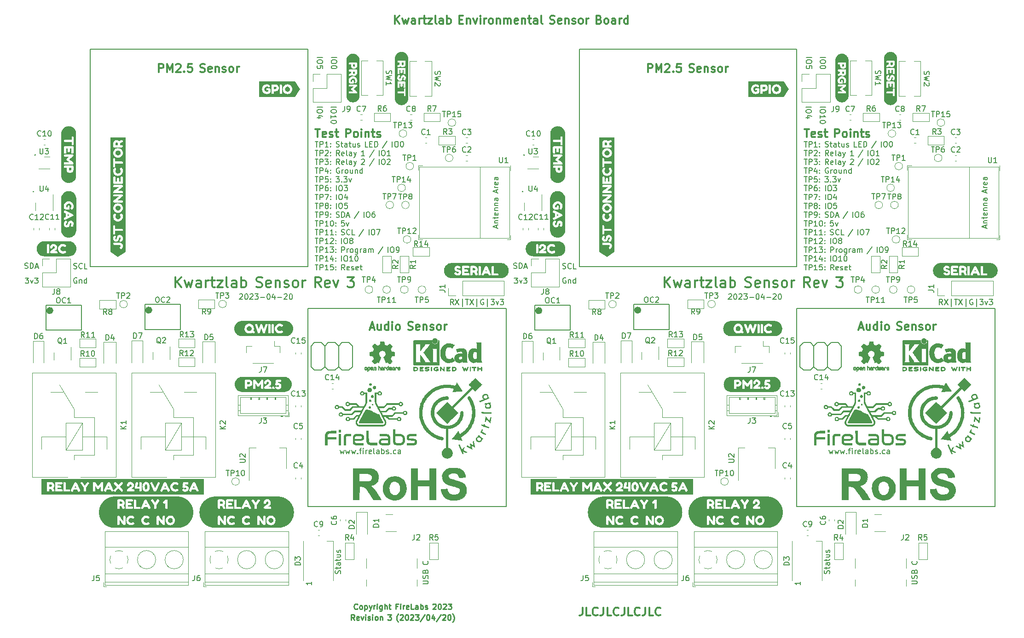
<source format=gbr>
%TF.GenerationSoftware,KiCad,Pcbnew,(7.0.0-0)*%
%TF.CreationDate,2023-04-22T21:20:02-04:00*%
%TF.ProjectId,KwartzLab-SensorBoard-Rev3 Panel,4b776172-747a-44c6-9162-2d53656e736f,3*%
%TF.SameCoordinates,Original*%
%TF.FileFunction,Legend,Top*%
%TF.FilePolarity,Positive*%
%FSLAX46Y46*%
G04 Gerber Fmt 4.6, Leading zero omitted, Abs format (unit mm)*
G04 Created by KiCad (PCBNEW (7.0.0-0)) date 2023-04-22 21:20:02*
%MOMM*%
%LPD*%
G01*
G04 APERTURE LIST*
%ADD10C,0.150000*%
%ADD11C,0.300000*%
%ADD12C,0.380000*%
%ADD13C,0.250000*%
%ADD14C,0.120000*%
%ADD15C,0.010000*%
%ADD16C,0.127000*%
%ADD17C,0.635000*%
%ADD18C,0.152400*%
G04 APERTURE END LIST*
D10*
X152199994Y-27750000D02*
X192199994Y-27750000D01*
X192199994Y-27750000D02*
X192199994Y-67750000D01*
X192199994Y-67750000D02*
X152199994Y-67750000D01*
X152199994Y-67750000D02*
X152199994Y-27750000D01*
X62242806Y-27750000D02*
X102242806Y-27750000D01*
X102242806Y-27750000D02*
X102242806Y-67750000D01*
X102242806Y-67750000D02*
X62242806Y-67750000D01*
X62242806Y-67750000D02*
X62242806Y-27750000D01*
D11*
X74849948Y-31923571D02*
X74849948Y-30423571D01*
X74849948Y-30423571D02*
X75421377Y-30423571D01*
X75421377Y-30423571D02*
X75564234Y-30495000D01*
X75564234Y-30495000D02*
X75635663Y-30566428D01*
X75635663Y-30566428D02*
X75707091Y-30709285D01*
X75707091Y-30709285D02*
X75707091Y-30923571D01*
X75707091Y-30923571D02*
X75635663Y-31066428D01*
X75635663Y-31066428D02*
X75564234Y-31137857D01*
X75564234Y-31137857D02*
X75421377Y-31209285D01*
X75421377Y-31209285D02*
X74849948Y-31209285D01*
X76349948Y-31923571D02*
X76349948Y-30423571D01*
X76349948Y-30423571D02*
X76849948Y-31495000D01*
X76849948Y-31495000D02*
X77349948Y-30423571D01*
X77349948Y-30423571D02*
X77349948Y-31923571D01*
X77992806Y-30566428D02*
X78064234Y-30495000D01*
X78064234Y-30495000D02*
X78207092Y-30423571D01*
X78207092Y-30423571D02*
X78564234Y-30423571D01*
X78564234Y-30423571D02*
X78707092Y-30495000D01*
X78707092Y-30495000D02*
X78778520Y-30566428D01*
X78778520Y-30566428D02*
X78849949Y-30709285D01*
X78849949Y-30709285D02*
X78849949Y-30852142D01*
X78849949Y-30852142D02*
X78778520Y-31066428D01*
X78778520Y-31066428D02*
X77921377Y-31923571D01*
X77921377Y-31923571D02*
X78849949Y-31923571D01*
X79492805Y-31780714D02*
X79564234Y-31852142D01*
X79564234Y-31852142D02*
X79492805Y-31923571D01*
X79492805Y-31923571D02*
X79421377Y-31852142D01*
X79421377Y-31852142D02*
X79492805Y-31780714D01*
X79492805Y-31780714D02*
X79492805Y-31923571D01*
X80921377Y-30423571D02*
X80207091Y-30423571D01*
X80207091Y-30423571D02*
X80135663Y-31137857D01*
X80135663Y-31137857D02*
X80207091Y-31066428D01*
X80207091Y-31066428D02*
X80349949Y-30995000D01*
X80349949Y-30995000D02*
X80707091Y-30995000D01*
X80707091Y-30995000D02*
X80849949Y-31066428D01*
X80849949Y-31066428D02*
X80921377Y-31137857D01*
X80921377Y-31137857D02*
X80992806Y-31280714D01*
X80992806Y-31280714D02*
X80992806Y-31637857D01*
X80992806Y-31637857D02*
X80921377Y-31780714D01*
X80921377Y-31780714D02*
X80849949Y-31852142D01*
X80849949Y-31852142D02*
X80707091Y-31923571D01*
X80707091Y-31923571D02*
X80349949Y-31923571D01*
X80349949Y-31923571D02*
X80207091Y-31852142D01*
X80207091Y-31852142D02*
X80135663Y-31780714D01*
X82464234Y-31852142D02*
X82678520Y-31923571D01*
X82678520Y-31923571D02*
X83035662Y-31923571D01*
X83035662Y-31923571D02*
X83178520Y-31852142D01*
X83178520Y-31852142D02*
X83249948Y-31780714D01*
X83249948Y-31780714D02*
X83321377Y-31637857D01*
X83321377Y-31637857D02*
X83321377Y-31495000D01*
X83321377Y-31495000D02*
X83249948Y-31352142D01*
X83249948Y-31352142D02*
X83178520Y-31280714D01*
X83178520Y-31280714D02*
X83035662Y-31209285D01*
X83035662Y-31209285D02*
X82749948Y-31137857D01*
X82749948Y-31137857D02*
X82607091Y-31066428D01*
X82607091Y-31066428D02*
X82535662Y-30995000D01*
X82535662Y-30995000D02*
X82464234Y-30852142D01*
X82464234Y-30852142D02*
X82464234Y-30709285D01*
X82464234Y-30709285D02*
X82535662Y-30566428D01*
X82535662Y-30566428D02*
X82607091Y-30495000D01*
X82607091Y-30495000D02*
X82749948Y-30423571D01*
X82749948Y-30423571D02*
X83107091Y-30423571D01*
X83107091Y-30423571D02*
X83321377Y-30495000D01*
X84535662Y-31852142D02*
X84392805Y-31923571D01*
X84392805Y-31923571D02*
X84107091Y-31923571D01*
X84107091Y-31923571D02*
X83964233Y-31852142D01*
X83964233Y-31852142D02*
X83892805Y-31709285D01*
X83892805Y-31709285D02*
X83892805Y-31137857D01*
X83892805Y-31137857D02*
X83964233Y-30995000D01*
X83964233Y-30995000D02*
X84107091Y-30923571D01*
X84107091Y-30923571D02*
X84392805Y-30923571D01*
X84392805Y-30923571D02*
X84535662Y-30995000D01*
X84535662Y-30995000D02*
X84607091Y-31137857D01*
X84607091Y-31137857D02*
X84607091Y-31280714D01*
X84607091Y-31280714D02*
X83892805Y-31423571D01*
X85249947Y-30923571D02*
X85249947Y-31923571D01*
X85249947Y-31066428D02*
X85321376Y-30995000D01*
X85321376Y-30995000D02*
X85464233Y-30923571D01*
X85464233Y-30923571D02*
X85678519Y-30923571D01*
X85678519Y-30923571D02*
X85821376Y-30995000D01*
X85821376Y-30995000D02*
X85892805Y-31137857D01*
X85892805Y-31137857D02*
X85892805Y-31923571D01*
X86535662Y-31852142D02*
X86678519Y-31923571D01*
X86678519Y-31923571D02*
X86964233Y-31923571D01*
X86964233Y-31923571D02*
X87107090Y-31852142D01*
X87107090Y-31852142D02*
X87178519Y-31709285D01*
X87178519Y-31709285D02*
X87178519Y-31637857D01*
X87178519Y-31637857D02*
X87107090Y-31495000D01*
X87107090Y-31495000D02*
X86964233Y-31423571D01*
X86964233Y-31423571D02*
X86749948Y-31423571D01*
X86749948Y-31423571D02*
X86607090Y-31352142D01*
X86607090Y-31352142D02*
X86535662Y-31209285D01*
X86535662Y-31209285D02*
X86535662Y-31137857D01*
X86535662Y-31137857D02*
X86607090Y-30995000D01*
X86607090Y-30995000D02*
X86749948Y-30923571D01*
X86749948Y-30923571D02*
X86964233Y-30923571D01*
X86964233Y-30923571D02*
X87107090Y-30995000D01*
X88035662Y-31923571D02*
X87892805Y-31852142D01*
X87892805Y-31852142D02*
X87821376Y-31780714D01*
X87821376Y-31780714D02*
X87749948Y-31637857D01*
X87749948Y-31637857D02*
X87749948Y-31209285D01*
X87749948Y-31209285D02*
X87821376Y-31066428D01*
X87821376Y-31066428D02*
X87892805Y-30995000D01*
X87892805Y-30995000D02*
X88035662Y-30923571D01*
X88035662Y-30923571D02*
X88249948Y-30923571D01*
X88249948Y-30923571D02*
X88392805Y-30995000D01*
X88392805Y-30995000D02*
X88464234Y-31066428D01*
X88464234Y-31066428D02*
X88535662Y-31209285D01*
X88535662Y-31209285D02*
X88535662Y-31637857D01*
X88535662Y-31637857D02*
X88464234Y-31780714D01*
X88464234Y-31780714D02*
X88392805Y-31852142D01*
X88392805Y-31852142D02*
X88249948Y-31923571D01*
X88249948Y-31923571D02*
X88035662Y-31923571D01*
X89178519Y-31923571D02*
X89178519Y-30923571D01*
X89178519Y-31209285D02*
X89249948Y-31066428D01*
X89249948Y-31066428D02*
X89321377Y-30995000D01*
X89321377Y-30995000D02*
X89464234Y-30923571D01*
X89464234Y-30923571D02*
X89607091Y-30923571D01*
X164807136Y-31923571D02*
X164807136Y-30423571D01*
X164807136Y-30423571D02*
X165378565Y-30423571D01*
X165378565Y-30423571D02*
X165521422Y-30495000D01*
X165521422Y-30495000D02*
X165592851Y-30566428D01*
X165592851Y-30566428D02*
X165664279Y-30709285D01*
X165664279Y-30709285D02*
X165664279Y-30923571D01*
X165664279Y-30923571D02*
X165592851Y-31066428D01*
X165592851Y-31066428D02*
X165521422Y-31137857D01*
X165521422Y-31137857D02*
X165378565Y-31209285D01*
X165378565Y-31209285D02*
X164807136Y-31209285D01*
X166307136Y-31923571D02*
X166307136Y-30423571D01*
X166307136Y-30423571D02*
X166807136Y-31495000D01*
X166807136Y-31495000D02*
X167307136Y-30423571D01*
X167307136Y-30423571D02*
X167307136Y-31923571D01*
X167949994Y-30566428D02*
X168021422Y-30495000D01*
X168021422Y-30495000D02*
X168164280Y-30423571D01*
X168164280Y-30423571D02*
X168521422Y-30423571D01*
X168521422Y-30423571D02*
X168664280Y-30495000D01*
X168664280Y-30495000D02*
X168735708Y-30566428D01*
X168735708Y-30566428D02*
X168807137Y-30709285D01*
X168807137Y-30709285D02*
X168807137Y-30852142D01*
X168807137Y-30852142D02*
X168735708Y-31066428D01*
X168735708Y-31066428D02*
X167878565Y-31923571D01*
X167878565Y-31923571D02*
X168807137Y-31923571D01*
X169449993Y-31780714D02*
X169521422Y-31852142D01*
X169521422Y-31852142D02*
X169449993Y-31923571D01*
X169449993Y-31923571D02*
X169378565Y-31852142D01*
X169378565Y-31852142D02*
X169449993Y-31780714D01*
X169449993Y-31780714D02*
X169449993Y-31923571D01*
X170878565Y-30423571D02*
X170164279Y-30423571D01*
X170164279Y-30423571D02*
X170092851Y-31137857D01*
X170092851Y-31137857D02*
X170164279Y-31066428D01*
X170164279Y-31066428D02*
X170307137Y-30995000D01*
X170307137Y-30995000D02*
X170664279Y-30995000D01*
X170664279Y-30995000D02*
X170807137Y-31066428D01*
X170807137Y-31066428D02*
X170878565Y-31137857D01*
X170878565Y-31137857D02*
X170949994Y-31280714D01*
X170949994Y-31280714D02*
X170949994Y-31637857D01*
X170949994Y-31637857D02*
X170878565Y-31780714D01*
X170878565Y-31780714D02*
X170807137Y-31852142D01*
X170807137Y-31852142D02*
X170664279Y-31923571D01*
X170664279Y-31923571D02*
X170307137Y-31923571D01*
X170307137Y-31923571D02*
X170164279Y-31852142D01*
X170164279Y-31852142D02*
X170092851Y-31780714D01*
X172421422Y-31852142D02*
X172635708Y-31923571D01*
X172635708Y-31923571D02*
X172992850Y-31923571D01*
X172992850Y-31923571D02*
X173135708Y-31852142D01*
X173135708Y-31852142D02*
X173207136Y-31780714D01*
X173207136Y-31780714D02*
X173278565Y-31637857D01*
X173278565Y-31637857D02*
X173278565Y-31495000D01*
X173278565Y-31495000D02*
X173207136Y-31352142D01*
X173207136Y-31352142D02*
X173135708Y-31280714D01*
X173135708Y-31280714D02*
X172992850Y-31209285D01*
X172992850Y-31209285D02*
X172707136Y-31137857D01*
X172707136Y-31137857D02*
X172564279Y-31066428D01*
X172564279Y-31066428D02*
X172492850Y-30995000D01*
X172492850Y-30995000D02*
X172421422Y-30852142D01*
X172421422Y-30852142D02*
X172421422Y-30709285D01*
X172421422Y-30709285D02*
X172492850Y-30566428D01*
X172492850Y-30566428D02*
X172564279Y-30495000D01*
X172564279Y-30495000D02*
X172707136Y-30423571D01*
X172707136Y-30423571D02*
X173064279Y-30423571D01*
X173064279Y-30423571D02*
X173278565Y-30495000D01*
X174492850Y-31852142D02*
X174349993Y-31923571D01*
X174349993Y-31923571D02*
X174064279Y-31923571D01*
X174064279Y-31923571D02*
X173921421Y-31852142D01*
X173921421Y-31852142D02*
X173849993Y-31709285D01*
X173849993Y-31709285D02*
X173849993Y-31137857D01*
X173849993Y-31137857D02*
X173921421Y-30995000D01*
X173921421Y-30995000D02*
X174064279Y-30923571D01*
X174064279Y-30923571D02*
X174349993Y-30923571D01*
X174349993Y-30923571D02*
X174492850Y-30995000D01*
X174492850Y-30995000D02*
X174564279Y-31137857D01*
X174564279Y-31137857D02*
X174564279Y-31280714D01*
X174564279Y-31280714D02*
X173849993Y-31423571D01*
X175207135Y-30923571D02*
X175207135Y-31923571D01*
X175207135Y-31066428D02*
X175278564Y-30995000D01*
X175278564Y-30995000D02*
X175421421Y-30923571D01*
X175421421Y-30923571D02*
X175635707Y-30923571D01*
X175635707Y-30923571D02*
X175778564Y-30995000D01*
X175778564Y-30995000D02*
X175849993Y-31137857D01*
X175849993Y-31137857D02*
X175849993Y-31923571D01*
X176492850Y-31852142D02*
X176635707Y-31923571D01*
X176635707Y-31923571D02*
X176921421Y-31923571D01*
X176921421Y-31923571D02*
X177064278Y-31852142D01*
X177064278Y-31852142D02*
X177135707Y-31709285D01*
X177135707Y-31709285D02*
X177135707Y-31637857D01*
X177135707Y-31637857D02*
X177064278Y-31495000D01*
X177064278Y-31495000D02*
X176921421Y-31423571D01*
X176921421Y-31423571D02*
X176707136Y-31423571D01*
X176707136Y-31423571D02*
X176564278Y-31352142D01*
X176564278Y-31352142D02*
X176492850Y-31209285D01*
X176492850Y-31209285D02*
X176492850Y-31137857D01*
X176492850Y-31137857D02*
X176564278Y-30995000D01*
X176564278Y-30995000D02*
X176707136Y-30923571D01*
X176707136Y-30923571D02*
X176921421Y-30923571D01*
X176921421Y-30923571D02*
X177064278Y-30995000D01*
X177992850Y-31923571D02*
X177849993Y-31852142D01*
X177849993Y-31852142D02*
X177778564Y-31780714D01*
X177778564Y-31780714D02*
X177707136Y-31637857D01*
X177707136Y-31637857D02*
X177707136Y-31209285D01*
X177707136Y-31209285D02*
X177778564Y-31066428D01*
X177778564Y-31066428D02*
X177849993Y-30995000D01*
X177849993Y-30995000D02*
X177992850Y-30923571D01*
X177992850Y-30923571D02*
X178207136Y-30923571D01*
X178207136Y-30923571D02*
X178349993Y-30995000D01*
X178349993Y-30995000D02*
X178421422Y-31066428D01*
X178421422Y-31066428D02*
X178492850Y-31209285D01*
X178492850Y-31209285D02*
X178492850Y-31637857D01*
X178492850Y-31637857D02*
X178421422Y-31780714D01*
X178421422Y-31780714D02*
X178349993Y-31852142D01*
X178349993Y-31852142D02*
X178207136Y-31923571D01*
X178207136Y-31923571D02*
X177992850Y-31923571D01*
X179135707Y-31923571D02*
X179135707Y-30923571D01*
X179135707Y-31209285D02*
X179207136Y-31066428D01*
X179207136Y-31066428D02*
X179278565Y-30995000D01*
X179278565Y-30995000D02*
X179421422Y-30923571D01*
X179421422Y-30923571D02*
X179564279Y-30923571D01*
D10*
X106510425Y-38392765D02*
X107510425Y-38392765D01*
X107510425Y-39059431D02*
X107510425Y-39249907D01*
X107510425Y-39249907D02*
X107462806Y-39345145D01*
X107462806Y-39345145D02*
X107367567Y-39440383D01*
X107367567Y-39440383D02*
X107177091Y-39488002D01*
X107177091Y-39488002D02*
X106843758Y-39488002D01*
X106843758Y-39488002D02*
X106653282Y-39440383D01*
X106653282Y-39440383D02*
X106558044Y-39345145D01*
X106558044Y-39345145D02*
X106510425Y-39249907D01*
X106510425Y-39249907D02*
X106510425Y-39059431D01*
X106510425Y-39059431D02*
X106558044Y-38964193D01*
X106558044Y-38964193D02*
X106653282Y-38868955D01*
X106653282Y-38868955D02*
X106843758Y-38821336D01*
X106843758Y-38821336D02*
X107177091Y-38821336D01*
X107177091Y-38821336D02*
X107367567Y-38868955D01*
X107367567Y-38868955D02*
X107462806Y-38964193D01*
X107462806Y-38964193D02*
X107510425Y-39059431D01*
X106510425Y-40440383D02*
X106510425Y-39868955D01*
X106510425Y-40154669D02*
X107510425Y-40154669D01*
X107510425Y-40154669D02*
X107367567Y-40059431D01*
X107367567Y-40059431D02*
X107272329Y-39964193D01*
X107272329Y-39964193D02*
X107224710Y-39868955D01*
X107510425Y-41059431D02*
X107510425Y-41154669D01*
X107510425Y-41154669D02*
X107462806Y-41249907D01*
X107462806Y-41249907D02*
X107415186Y-41297526D01*
X107415186Y-41297526D02*
X107319948Y-41345145D01*
X107319948Y-41345145D02*
X107129472Y-41392764D01*
X107129472Y-41392764D02*
X106891377Y-41392764D01*
X106891377Y-41392764D02*
X106700901Y-41345145D01*
X106700901Y-41345145D02*
X106605663Y-41297526D01*
X106605663Y-41297526D02*
X106558044Y-41249907D01*
X106558044Y-41249907D02*
X106510425Y-41154669D01*
X106510425Y-41154669D02*
X106510425Y-41059431D01*
X106510425Y-41059431D02*
X106558044Y-40964193D01*
X106558044Y-40964193D02*
X106605663Y-40916574D01*
X106605663Y-40916574D02*
X106700901Y-40868955D01*
X106700901Y-40868955D02*
X106891377Y-40821336D01*
X106891377Y-40821336D02*
X107129472Y-40821336D01*
X107129472Y-40821336D02*
X107319948Y-40868955D01*
X107319948Y-40868955D02*
X107415186Y-40916574D01*
X107415186Y-40916574D02*
X107462806Y-40964193D01*
X107462806Y-40964193D02*
X107510425Y-41059431D01*
X198120238Y-101575714D02*
X198310714Y-102242380D01*
X198310714Y-102242380D02*
X198501190Y-101766190D01*
X198501190Y-101766190D02*
X198691666Y-102242380D01*
X198691666Y-102242380D02*
X198882142Y-101575714D01*
X199167857Y-101575714D02*
X199358333Y-102242380D01*
X199358333Y-102242380D02*
X199548809Y-101766190D01*
X199548809Y-101766190D02*
X199739285Y-102242380D01*
X199739285Y-102242380D02*
X199929761Y-101575714D01*
X200215476Y-101575714D02*
X200405952Y-102242380D01*
X200405952Y-102242380D02*
X200596428Y-101766190D01*
X200596428Y-101766190D02*
X200786904Y-102242380D01*
X200786904Y-102242380D02*
X200977380Y-101575714D01*
X201358333Y-102147142D02*
X201405952Y-102194761D01*
X201405952Y-102194761D02*
X201358333Y-102242380D01*
X201358333Y-102242380D02*
X201310714Y-102194761D01*
X201310714Y-102194761D02*
X201358333Y-102147142D01*
X201358333Y-102147142D02*
X201358333Y-102242380D01*
X201691666Y-101575714D02*
X202072618Y-101575714D01*
X201834523Y-102242380D02*
X201834523Y-101385238D01*
X201834523Y-101385238D02*
X201882142Y-101290000D01*
X201882142Y-101290000D02*
X201977380Y-101242380D01*
X201977380Y-101242380D02*
X202072618Y-101242380D01*
X202405952Y-102242380D02*
X202405952Y-101575714D01*
X202405952Y-101242380D02*
X202358333Y-101290000D01*
X202358333Y-101290000D02*
X202405952Y-101337619D01*
X202405952Y-101337619D02*
X202453571Y-101290000D01*
X202453571Y-101290000D02*
X202405952Y-101242380D01*
X202405952Y-101242380D02*
X202405952Y-101337619D01*
X202882142Y-102242380D02*
X202882142Y-101575714D01*
X202882142Y-101766190D02*
X202929761Y-101670952D01*
X202929761Y-101670952D02*
X202977380Y-101623333D01*
X202977380Y-101623333D02*
X203072618Y-101575714D01*
X203072618Y-101575714D02*
X203167856Y-101575714D01*
X203882142Y-102194761D02*
X203786904Y-102242380D01*
X203786904Y-102242380D02*
X203596428Y-102242380D01*
X203596428Y-102242380D02*
X203501190Y-102194761D01*
X203501190Y-102194761D02*
X203453571Y-102099523D01*
X203453571Y-102099523D02*
X203453571Y-101718571D01*
X203453571Y-101718571D02*
X203501190Y-101623333D01*
X203501190Y-101623333D02*
X203596428Y-101575714D01*
X203596428Y-101575714D02*
X203786904Y-101575714D01*
X203786904Y-101575714D02*
X203882142Y-101623333D01*
X203882142Y-101623333D02*
X203929761Y-101718571D01*
X203929761Y-101718571D02*
X203929761Y-101813809D01*
X203929761Y-101813809D02*
X203453571Y-101909047D01*
X204501190Y-102242380D02*
X204405952Y-102194761D01*
X204405952Y-102194761D02*
X204358333Y-102099523D01*
X204358333Y-102099523D02*
X204358333Y-101242380D01*
X205310714Y-102242380D02*
X205310714Y-101718571D01*
X205310714Y-101718571D02*
X205263095Y-101623333D01*
X205263095Y-101623333D02*
X205167857Y-101575714D01*
X205167857Y-101575714D02*
X204977381Y-101575714D01*
X204977381Y-101575714D02*
X204882143Y-101623333D01*
X205310714Y-102194761D02*
X205215476Y-102242380D01*
X205215476Y-102242380D02*
X204977381Y-102242380D01*
X204977381Y-102242380D02*
X204882143Y-102194761D01*
X204882143Y-102194761D02*
X204834524Y-102099523D01*
X204834524Y-102099523D02*
X204834524Y-102004285D01*
X204834524Y-102004285D02*
X204882143Y-101909047D01*
X204882143Y-101909047D02*
X204977381Y-101861428D01*
X204977381Y-101861428D02*
X205215476Y-101861428D01*
X205215476Y-101861428D02*
X205310714Y-101813809D01*
X205786905Y-102242380D02*
X205786905Y-101242380D01*
X205786905Y-101623333D02*
X205882143Y-101575714D01*
X205882143Y-101575714D02*
X206072619Y-101575714D01*
X206072619Y-101575714D02*
X206167857Y-101623333D01*
X206167857Y-101623333D02*
X206215476Y-101670952D01*
X206215476Y-101670952D02*
X206263095Y-101766190D01*
X206263095Y-101766190D02*
X206263095Y-102051904D01*
X206263095Y-102051904D02*
X206215476Y-102147142D01*
X206215476Y-102147142D02*
X206167857Y-102194761D01*
X206167857Y-102194761D02*
X206072619Y-102242380D01*
X206072619Y-102242380D02*
X205882143Y-102242380D01*
X205882143Y-102242380D02*
X205786905Y-102194761D01*
X206644048Y-102194761D02*
X206739286Y-102242380D01*
X206739286Y-102242380D02*
X206929762Y-102242380D01*
X206929762Y-102242380D02*
X207025000Y-102194761D01*
X207025000Y-102194761D02*
X207072619Y-102099523D01*
X207072619Y-102099523D02*
X207072619Y-102051904D01*
X207072619Y-102051904D02*
X207025000Y-101956666D01*
X207025000Y-101956666D02*
X206929762Y-101909047D01*
X206929762Y-101909047D02*
X206786905Y-101909047D01*
X206786905Y-101909047D02*
X206691667Y-101861428D01*
X206691667Y-101861428D02*
X206644048Y-101766190D01*
X206644048Y-101766190D02*
X206644048Y-101718571D01*
X206644048Y-101718571D02*
X206691667Y-101623333D01*
X206691667Y-101623333D02*
X206786905Y-101575714D01*
X206786905Y-101575714D02*
X206929762Y-101575714D01*
X206929762Y-101575714D02*
X207025000Y-101623333D01*
X207501191Y-102147142D02*
X207548810Y-102194761D01*
X207548810Y-102194761D02*
X207501191Y-102242380D01*
X207501191Y-102242380D02*
X207453572Y-102194761D01*
X207453572Y-102194761D02*
X207501191Y-102147142D01*
X207501191Y-102147142D02*
X207501191Y-102242380D01*
X208405952Y-102194761D02*
X208310714Y-102242380D01*
X208310714Y-102242380D02*
X208120238Y-102242380D01*
X208120238Y-102242380D02*
X208025000Y-102194761D01*
X208025000Y-102194761D02*
X207977381Y-102147142D01*
X207977381Y-102147142D02*
X207929762Y-102051904D01*
X207929762Y-102051904D02*
X207929762Y-101766190D01*
X207929762Y-101766190D02*
X207977381Y-101670952D01*
X207977381Y-101670952D02*
X208025000Y-101623333D01*
X208025000Y-101623333D02*
X208120238Y-101575714D01*
X208120238Y-101575714D02*
X208310714Y-101575714D01*
X208310714Y-101575714D02*
X208405952Y-101623333D01*
X209263095Y-102242380D02*
X209263095Y-101718571D01*
X209263095Y-101718571D02*
X209215476Y-101623333D01*
X209215476Y-101623333D02*
X209120238Y-101575714D01*
X209120238Y-101575714D02*
X208929762Y-101575714D01*
X208929762Y-101575714D02*
X208834524Y-101623333D01*
X209263095Y-102194761D02*
X209167857Y-102242380D01*
X209167857Y-102242380D02*
X208929762Y-102242380D01*
X208929762Y-102242380D02*
X208834524Y-102194761D01*
X208834524Y-102194761D02*
X208786905Y-102099523D01*
X208786905Y-102099523D02*
X208786905Y-102004285D01*
X208786905Y-102004285D02*
X208834524Y-101909047D01*
X208834524Y-101909047D02*
X208929762Y-101861428D01*
X208929762Y-101861428D02*
X209167857Y-101861428D01*
X209167857Y-101861428D02*
X209263095Y-101813809D01*
X179640470Y-72877619D02*
X179688089Y-72830000D01*
X179688089Y-72830000D02*
X179783327Y-72782380D01*
X179783327Y-72782380D02*
X180021422Y-72782380D01*
X180021422Y-72782380D02*
X180116660Y-72830000D01*
X180116660Y-72830000D02*
X180164279Y-72877619D01*
X180164279Y-72877619D02*
X180211898Y-72972857D01*
X180211898Y-72972857D02*
X180211898Y-73068095D01*
X180211898Y-73068095D02*
X180164279Y-73210952D01*
X180164279Y-73210952D02*
X179592851Y-73782380D01*
X179592851Y-73782380D02*
X180211898Y-73782380D01*
X180830946Y-72782380D02*
X180926184Y-72782380D01*
X180926184Y-72782380D02*
X181021422Y-72830000D01*
X181021422Y-72830000D02*
X181069041Y-72877619D01*
X181069041Y-72877619D02*
X181116660Y-72972857D01*
X181116660Y-72972857D02*
X181164279Y-73163333D01*
X181164279Y-73163333D02*
X181164279Y-73401428D01*
X181164279Y-73401428D02*
X181116660Y-73591904D01*
X181116660Y-73591904D02*
X181069041Y-73687142D01*
X181069041Y-73687142D02*
X181021422Y-73734761D01*
X181021422Y-73734761D02*
X180926184Y-73782380D01*
X180926184Y-73782380D02*
X180830946Y-73782380D01*
X180830946Y-73782380D02*
X180735708Y-73734761D01*
X180735708Y-73734761D02*
X180688089Y-73687142D01*
X180688089Y-73687142D02*
X180640470Y-73591904D01*
X180640470Y-73591904D02*
X180592851Y-73401428D01*
X180592851Y-73401428D02*
X180592851Y-73163333D01*
X180592851Y-73163333D02*
X180640470Y-72972857D01*
X180640470Y-72972857D02*
X180688089Y-72877619D01*
X180688089Y-72877619D02*
X180735708Y-72830000D01*
X180735708Y-72830000D02*
X180830946Y-72782380D01*
X181545232Y-72877619D02*
X181592851Y-72830000D01*
X181592851Y-72830000D02*
X181688089Y-72782380D01*
X181688089Y-72782380D02*
X181926184Y-72782380D01*
X181926184Y-72782380D02*
X182021422Y-72830000D01*
X182021422Y-72830000D02*
X182069041Y-72877619D01*
X182069041Y-72877619D02*
X182116660Y-72972857D01*
X182116660Y-72972857D02*
X182116660Y-73068095D01*
X182116660Y-73068095D02*
X182069041Y-73210952D01*
X182069041Y-73210952D02*
X181497613Y-73782380D01*
X181497613Y-73782380D02*
X182116660Y-73782380D01*
X182449994Y-72782380D02*
X183069041Y-72782380D01*
X183069041Y-72782380D02*
X182735708Y-73163333D01*
X182735708Y-73163333D02*
X182878565Y-73163333D01*
X182878565Y-73163333D02*
X182973803Y-73210952D01*
X182973803Y-73210952D02*
X183021422Y-73258571D01*
X183021422Y-73258571D02*
X183069041Y-73353809D01*
X183069041Y-73353809D02*
X183069041Y-73591904D01*
X183069041Y-73591904D02*
X183021422Y-73687142D01*
X183021422Y-73687142D02*
X182973803Y-73734761D01*
X182973803Y-73734761D02*
X182878565Y-73782380D01*
X182878565Y-73782380D02*
X182592851Y-73782380D01*
X182592851Y-73782380D02*
X182497613Y-73734761D01*
X182497613Y-73734761D02*
X182449994Y-73687142D01*
X183497613Y-73401428D02*
X184259518Y-73401428D01*
X184926184Y-72782380D02*
X185021422Y-72782380D01*
X185021422Y-72782380D02*
X185116660Y-72830000D01*
X185116660Y-72830000D02*
X185164279Y-72877619D01*
X185164279Y-72877619D02*
X185211898Y-72972857D01*
X185211898Y-72972857D02*
X185259517Y-73163333D01*
X185259517Y-73163333D02*
X185259517Y-73401428D01*
X185259517Y-73401428D02*
X185211898Y-73591904D01*
X185211898Y-73591904D02*
X185164279Y-73687142D01*
X185164279Y-73687142D02*
X185116660Y-73734761D01*
X185116660Y-73734761D02*
X185021422Y-73782380D01*
X185021422Y-73782380D02*
X184926184Y-73782380D01*
X184926184Y-73782380D02*
X184830946Y-73734761D01*
X184830946Y-73734761D02*
X184783327Y-73687142D01*
X184783327Y-73687142D02*
X184735708Y-73591904D01*
X184735708Y-73591904D02*
X184688089Y-73401428D01*
X184688089Y-73401428D02*
X184688089Y-73163333D01*
X184688089Y-73163333D02*
X184735708Y-72972857D01*
X184735708Y-72972857D02*
X184783327Y-72877619D01*
X184783327Y-72877619D02*
X184830946Y-72830000D01*
X184830946Y-72830000D02*
X184926184Y-72782380D01*
X186116660Y-73115714D02*
X186116660Y-73782380D01*
X185878565Y-72734761D02*
X185640470Y-73449047D01*
X185640470Y-73449047D02*
X186259517Y-73449047D01*
X186640470Y-73401428D02*
X187402375Y-73401428D01*
X187830946Y-72877619D02*
X187878565Y-72830000D01*
X187878565Y-72830000D02*
X187973803Y-72782380D01*
X187973803Y-72782380D02*
X188211898Y-72782380D01*
X188211898Y-72782380D02*
X188307136Y-72830000D01*
X188307136Y-72830000D02*
X188354755Y-72877619D01*
X188354755Y-72877619D02*
X188402374Y-72972857D01*
X188402374Y-72972857D02*
X188402374Y-73068095D01*
X188402374Y-73068095D02*
X188354755Y-73210952D01*
X188354755Y-73210952D02*
X187783327Y-73782380D01*
X187783327Y-73782380D02*
X188402374Y-73782380D01*
X189021422Y-72782380D02*
X189116660Y-72782380D01*
X189116660Y-72782380D02*
X189211898Y-72830000D01*
X189211898Y-72830000D02*
X189259517Y-72877619D01*
X189259517Y-72877619D02*
X189307136Y-72972857D01*
X189307136Y-72972857D02*
X189354755Y-73163333D01*
X189354755Y-73163333D02*
X189354755Y-73401428D01*
X189354755Y-73401428D02*
X189307136Y-73591904D01*
X189307136Y-73591904D02*
X189259517Y-73687142D01*
X189259517Y-73687142D02*
X189211898Y-73734761D01*
X189211898Y-73734761D02*
X189116660Y-73782380D01*
X189116660Y-73782380D02*
X189021422Y-73782380D01*
X189021422Y-73782380D02*
X188926184Y-73734761D01*
X188926184Y-73734761D02*
X188878565Y-73687142D01*
X188878565Y-73687142D02*
X188830946Y-73591904D01*
X188830946Y-73591904D02*
X188783327Y-73401428D01*
X188783327Y-73401428D02*
X188783327Y-73163333D01*
X188783327Y-73163333D02*
X188830946Y-72972857D01*
X188830946Y-72972857D02*
X188878565Y-72877619D01*
X188878565Y-72877619D02*
X188926184Y-72830000D01*
X188926184Y-72830000D02*
X189021422Y-72782380D01*
D11*
X203668636Y-79029144D02*
X204382922Y-79029144D01*
X203525779Y-79457715D02*
X204025779Y-77957715D01*
X204025779Y-77957715D02*
X204525779Y-79457715D01*
X205668636Y-78457715D02*
X205668636Y-79457715D01*
X205025778Y-78457715D02*
X205025778Y-79243429D01*
X205025778Y-79243429D02*
X205097207Y-79386286D01*
X205097207Y-79386286D02*
X205240064Y-79457715D01*
X205240064Y-79457715D02*
X205454350Y-79457715D01*
X205454350Y-79457715D02*
X205597207Y-79386286D01*
X205597207Y-79386286D02*
X205668636Y-79314858D01*
X207025779Y-79457715D02*
X207025779Y-77957715D01*
X207025779Y-79386286D02*
X206882921Y-79457715D01*
X206882921Y-79457715D02*
X206597207Y-79457715D01*
X206597207Y-79457715D02*
X206454350Y-79386286D01*
X206454350Y-79386286D02*
X206382921Y-79314858D01*
X206382921Y-79314858D02*
X206311493Y-79172001D01*
X206311493Y-79172001D02*
X206311493Y-78743429D01*
X206311493Y-78743429D02*
X206382921Y-78600572D01*
X206382921Y-78600572D02*
X206454350Y-78529144D01*
X206454350Y-78529144D02*
X206597207Y-78457715D01*
X206597207Y-78457715D02*
X206882921Y-78457715D01*
X206882921Y-78457715D02*
X207025779Y-78529144D01*
X207740064Y-79457715D02*
X207740064Y-78457715D01*
X207740064Y-77957715D02*
X207668636Y-78029144D01*
X207668636Y-78029144D02*
X207740064Y-78100572D01*
X207740064Y-78100572D02*
X207811493Y-78029144D01*
X207811493Y-78029144D02*
X207740064Y-77957715D01*
X207740064Y-77957715D02*
X207740064Y-78100572D01*
X208668636Y-79457715D02*
X208525779Y-79386286D01*
X208525779Y-79386286D02*
X208454350Y-79314858D01*
X208454350Y-79314858D02*
X208382922Y-79172001D01*
X208382922Y-79172001D02*
X208382922Y-78743429D01*
X208382922Y-78743429D02*
X208454350Y-78600572D01*
X208454350Y-78600572D02*
X208525779Y-78529144D01*
X208525779Y-78529144D02*
X208668636Y-78457715D01*
X208668636Y-78457715D02*
X208882922Y-78457715D01*
X208882922Y-78457715D02*
X209025779Y-78529144D01*
X209025779Y-78529144D02*
X209097208Y-78600572D01*
X209097208Y-78600572D02*
X209168636Y-78743429D01*
X209168636Y-78743429D02*
X209168636Y-79172001D01*
X209168636Y-79172001D02*
X209097208Y-79314858D01*
X209097208Y-79314858D02*
X209025779Y-79386286D01*
X209025779Y-79386286D02*
X208882922Y-79457715D01*
X208882922Y-79457715D02*
X208668636Y-79457715D01*
X210640065Y-79386286D02*
X210854351Y-79457715D01*
X210854351Y-79457715D02*
X211211493Y-79457715D01*
X211211493Y-79457715D02*
X211354351Y-79386286D01*
X211354351Y-79386286D02*
X211425779Y-79314858D01*
X211425779Y-79314858D02*
X211497208Y-79172001D01*
X211497208Y-79172001D02*
X211497208Y-79029144D01*
X211497208Y-79029144D02*
X211425779Y-78886286D01*
X211425779Y-78886286D02*
X211354351Y-78814858D01*
X211354351Y-78814858D02*
X211211493Y-78743429D01*
X211211493Y-78743429D02*
X210925779Y-78672001D01*
X210925779Y-78672001D02*
X210782922Y-78600572D01*
X210782922Y-78600572D02*
X210711493Y-78529144D01*
X210711493Y-78529144D02*
X210640065Y-78386286D01*
X210640065Y-78386286D02*
X210640065Y-78243429D01*
X210640065Y-78243429D02*
X210711493Y-78100572D01*
X210711493Y-78100572D02*
X210782922Y-78029144D01*
X210782922Y-78029144D02*
X210925779Y-77957715D01*
X210925779Y-77957715D02*
X211282922Y-77957715D01*
X211282922Y-77957715D02*
X211497208Y-78029144D01*
X212711493Y-79386286D02*
X212568636Y-79457715D01*
X212568636Y-79457715D02*
X212282922Y-79457715D01*
X212282922Y-79457715D02*
X212140064Y-79386286D01*
X212140064Y-79386286D02*
X212068636Y-79243429D01*
X212068636Y-79243429D02*
X212068636Y-78672001D01*
X212068636Y-78672001D02*
X212140064Y-78529144D01*
X212140064Y-78529144D02*
X212282922Y-78457715D01*
X212282922Y-78457715D02*
X212568636Y-78457715D01*
X212568636Y-78457715D02*
X212711493Y-78529144D01*
X212711493Y-78529144D02*
X212782922Y-78672001D01*
X212782922Y-78672001D02*
X212782922Y-78814858D01*
X212782922Y-78814858D02*
X212068636Y-78957715D01*
X213425778Y-78457715D02*
X213425778Y-79457715D01*
X213425778Y-78600572D02*
X213497207Y-78529144D01*
X213497207Y-78529144D02*
X213640064Y-78457715D01*
X213640064Y-78457715D02*
X213854350Y-78457715D01*
X213854350Y-78457715D02*
X213997207Y-78529144D01*
X213997207Y-78529144D02*
X214068636Y-78672001D01*
X214068636Y-78672001D02*
X214068636Y-79457715D01*
X214711493Y-79386286D02*
X214854350Y-79457715D01*
X214854350Y-79457715D02*
X215140064Y-79457715D01*
X215140064Y-79457715D02*
X215282921Y-79386286D01*
X215282921Y-79386286D02*
X215354350Y-79243429D01*
X215354350Y-79243429D02*
X215354350Y-79172001D01*
X215354350Y-79172001D02*
X215282921Y-79029144D01*
X215282921Y-79029144D02*
X215140064Y-78957715D01*
X215140064Y-78957715D02*
X214925779Y-78957715D01*
X214925779Y-78957715D02*
X214782921Y-78886286D01*
X214782921Y-78886286D02*
X214711493Y-78743429D01*
X214711493Y-78743429D02*
X214711493Y-78672001D01*
X214711493Y-78672001D02*
X214782921Y-78529144D01*
X214782921Y-78529144D02*
X214925779Y-78457715D01*
X214925779Y-78457715D02*
X215140064Y-78457715D01*
X215140064Y-78457715D02*
X215282921Y-78529144D01*
X216211493Y-79457715D02*
X216068636Y-79386286D01*
X216068636Y-79386286D02*
X215997207Y-79314858D01*
X215997207Y-79314858D02*
X215925779Y-79172001D01*
X215925779Y-79172001D02*
X215925779Y-78743429D01*
X215925779Y-78743429D02*
X215997207Y-78600572D01*
X215997207Y-78600572D02*
X216068636Y-78529144D01*
X216068636Y-78529144D02*
X216211493Y-78457715D01*
X216211493Y-78457715D02*
X216425779Y-78457715D01*
X216425779Y-78457715D02*
X216568636Y-78529144D01*
X216568636Y-78529144D02*
X216640065Y-78600572D01*
X216640065Y-78600572D02*
X216711493Y-78743429D01*
X216711493Y-78743429D02*
X216711493Y-79172001D01*
X216711493Y-79172001D02*
X216640065Y-79314858D01*
X216640065Y-79314858D02*
X216568636Y-79386286D01*
X216568636Y-79386286D02*
X216425779Y-79457715D01*
X216425779Y-79457715D02*
X216211493Y-79457715D01*
X217354350Y-79457715D02*
X217354350Y-78457715D01*
X217354350Y-78743429D02*
X217425779Y-78600572D01*
X217425779Y-78600572D02*
X217497208Y-78529144D01*
X217497208Y-78529144D02*
X217640065Y-78457715D01*
X217640065Y-78457715D02*
X217782922Y-78457715D01*
D10*
X198184755Y-124309523D02*
X198232374Y-124166666D01*
X198232374Y-124166666D02*
X198232374Y-123928571D01*
X198232374Y-123928571D02*
X198184755Y-123833333D01*
X198184755Y-123833333D02*
X198137136Y-123785714D01*
X198137136Y-123785714D02*
X198041898Y-123738095D01*
X198041898Y-123738095D02*
X197946660Y-123738095D01*
X197946660Y-123738095D02*
X197851422Y-123785714D01*
X197851422Y-123785714D02*
X197803803Y-123833333D01*
X197803803Y-123833333D02*
X197756184Y-123928571D01*
X197756184Y-123928571D02*
X197708565Y-124119047D01*
X197708565Y-124119047D02*
X197660946Y-124214285D01*
X197660946Y-124214285D02*
X197613327Y-124261904D01*
X197613327Y-124261904D02*
X197518089Y-124309523D01*
X197518089Y-124309523D02*
X197422851Y-124309523D01*
X197422851Y-124309523D02*
X197327613Y-124261904D01*
X197327613Y-124261904D02*
X197279994Y-124214285D01*
X197279994Y-124214285D02*
X197232374Y-124119047D01*
X197232374Y-124119047D02*
X197232374Y-123880952D01*
X197232374Y-123880952D02*
X197279994Y-123738095D01*
X197565708Y-123452380D02*
X197565708Y-123071428D01*
X197232374Y-123309523D02*
X198089517Y-123309523D01*
X198089517Y-123309523D02*
X198184755Y-123261904D01*
X198184755Y-123261904D02*
X198232374Y-123166666D01*
X198232374Y-123166666D02*
X198232374Y-123071428D01*
X198232374Y-122309523D02*
X197708565Y-122309523D01*
X197708565Y-122309523D02*
X197613327Y-122357142D01*
X197613327Y-122357142D02*
X197565708Y-122452380D01*
X197565708Y-122452380D02*
X197565708Y-122642856D01*
X197565708Y-122642856D02*
X197613327Y-122738094D01*
X198184755Y-122309523D02*
X198232374Y-122404761D01*
X198232374Y-122404761D02*
X198232374Y-122642856D01*
X198232374Y-122642856D02*
X198184755Y-122738094D01*
X198184755Y-122738094D02*
X198089517Y-122785713D01*
X198089517Y-122785713D02*
X197994279Y-122785713D01*
X197994279Y-122785713D02*
X197899041Y-122738094D01*
X197899041Y-122738094D02*
X197851422Y-122642856D01*
X197851422Y-122642856D02*
X197851422Y-122404761D01*
X197851422Y-122404761D02*
X197803803Y-122309523D01*
X197565708Y-121976189D02*
X197565708Y-121595237D01*
X197232374Y-121833332D02*
X198089517Y-121833332D01*
X198089517Y-121833332D02*
X198184755Y-121785713D01*
X198184755Y-121785713D02*
X198232374Y-121690475D01*
X198232374Y-121690475D02*
X198232374Y-121595237D01*
X197565708Y-120833332D02*
X198232374Y-120833332D01*
X197565708Y-121261903D02*
X198089517Y-121261903D01*
X198089517Y-121261903D02*
X198184755Y-121214284D01*
X198184755Y-121214284D02*
X198232374Y-121119046D01*
X198232374Y-121119046D02*
X198232374Y-120976189D01*
X198232374Y-120976189D02*
X198184755Y-120880951D01*
X198184755Y-120880951D02*
X198137136Y-120833332D01*
X198184755Y-120404760D02*
X198232374Y-120309522D01*
X198232374Y-120309522D02*
X198232374Y-120119046D01*
X198232374Y-120119046D02*
X198184755Y-120023808D01*
X198184755Y-120023808D02*
X198089517Y-119976189D01*
X198089517Y-119976189D02*
X198041898Y-119976189D01*
X198041898Y-119976189D02*
X197946660Y-120023808D01*
X197946660Y-120023808D02*
X197899041Y-120119046D01*
X197899041Y-120119046D02*
X197899041Y-120261903D01*
X197899041Y-120261903D02*
X197851422Y-120357141D01*
X197851422Y-120357141D02*
X197756184Y-120404760D01*
X197756184Y-120404760D02*
X197708565Y-120404760D01*
X197708565Y-120404760D02*
X197613327Y-120357141D01*
X197613327Y-120357141D02*
X197565708Y-120261903D01*
X197565708Y-120261903D02*
X197565708Y-120119046D01*
X197565708Y-120119046D02*
X197613327Y-120023808D01*
X50173282Y-68044771D02*
X50316139Y-68092390D01*
X50316139Y-68092390D02*
X50554234Y-68092390D01*
X50554234Y-68092390D02*
X50649472Y-68044771D01*
X50649472Y-68044771D02*
X50697091Y-67997152D01*
X50697091Y-67997152D02*
X50744710Y-67901914D01*
X50744710Y-67901914D02*
X50744710Y-67806676D01*
X50744710Y-67806676D02*
X50697091Y-67711438D01*
X50697091Y-67711438D02*
X50649472Y-67663819D01*
X50649472Y-67663819D02*
X50554234Y-67616200D01*
X50554234Y-67616200D02*
X50363758Y-67568581D01*
X50363758Y-67568581D02*
X50268520Y-67520962D01*
X50268520Y-67520962D02*
X50220901Y-67473343D01*
X50220901Y-67473343D02*
X50173282Y-67378105D01*
X50173282Y-67378105D02*
X50173282Y-67282867D01*
X50173282Y-67282867D02*
X50220901Y-67187629D01*
X50220901Y-67187629D02*
X50268520Y-67140010D01*
X50268520Y-67140010D02*
X50363758Y-67092390D01*
X50363758Y-67092390D02*
X50601853Y-67092390D01*
X50601853Y-67092390D02*
X50744710Y-67140010D01*
X51173282Y-68092390D02*
X51173282Y-67092390D01*
X51173282Y-67092390D02*
X51411377Y-67092390D01*
X51411377Y-67092390D02*
X51554234Y-67140010D01*
X51554234Y-67140010D02*
X51649472Y-67235248D01*
X51649472Y-67235248D02*
X51697091Y-67330486D01*
X51697091Y-67330486D02*
X51744710Y-67520962D01*
X51744710Y-67520962D02*
X51744710Y-67663819D01*
X51744710Y-67663819D02*
X51697091Y-67854295D01*
X51697091Y-67854295D02*
X51649472Y-67949533D01*
X51649472Y-67949533D02*
X51554234Y-68044771D01*
X51554234Y-68044771D02*
X51411377Y-68092390D01*
X51411377Y-68092390D02*
X51173282Y-68092390D01*
X52125663Y-67806676D02*
X52601853Y-67806676D01*
X52030425Y-68092390D02*
X52363758Y-67092390D01*
X52363758Y-67092390D02*
X52697091Y-68092390D01*
X123385186Y-126211904D02*
X124194710Y-126211904D01*
X124194710Y-126211904D02*
X124289948Y-126164285D01*
X124289948Y-126164285D02*
X124337567Y-126116666D01*
X124337567Y-126116666D02*
X124385186Y-126021428D01*
X124385186Y-126021428D02*
X124385186Y-125830952D01*
X124385186Y-125830952D02*
X124337567Y-125735714D01*
X124337567Y-125735714D02*
X124289948Y-125688095D01*
X124289948Y-125688095D02*
X124194710Y-125640476D01*
X124194710Y-125640476D02*
X123385186Y-125640476D01*
X124337567Y-125211904D02*
X124385186Y-125069047D01*
X124385186Y-125069047D02*
X124385186Y-124830952D01*
X124385186Y-124830952D02*
X124337567Y-124735714D01*
X124337567Y-124735714D02*
X124289948Y-124688095D01*
X124289948Y-124688095D02*
X124194710Y-124640476D01*
X124194710Y-124640476D02*
X124099472Y-124640476D01*
X124099472Y-124640476D02*
X124004234Y-124688095D01*
X124004234Y-124688095D02*
X123956615Y-124735714D01*
X123956615Y-124735714D02*
X123908996Y-124830952D01*
X123908996Y-124830952D02*
X123861377Y-125021428D01*
X123861377Y-125021428D02*
X123813758Y-125116666D01*
X123813758Y-125116666D02*
X123766139Y-125164285D01*
X123766139Y-125164285D02*
X123670901Y-125211904D01*
X123670901Y-125211904D02*
X123575663Y-125211904D01*
X123575663Y-125211904D02*
X123480425Y-125164285D01*
X123480425Y-125164285D02*
X123432806Y-125116666D01*
X123432806Y-125116666D02*
X123385186Y-125021428D01*
X123385186Y-125021428D02*
X123385186Y-124783333D01*
X123385186Y-124783333D02*
X123432806Y-124640476D01*
X123861377Y-123878571D02*
X123908996Y-123735714D01*
X123908996Y-123735714D02*
X123956615Y-123688095D01*
X123956615Y-123688095D02*
X124051853Y-123640476D01*
X124051853Y-123640476D02*
X124194710Y-123640476D01*
X124194710Y-123640476D02*
X124289948Y-123688095D01*
X124289948Y-123688095D02*
X124337567Y-123735714D01*
X124337567Y-123735714D02*
X124385186Y-123830952D01*
X124385186Y-123830952D02*
X124385186Y-124211904D01*
X124385186Y-124211904D02*
X123385186Y-124211904D01*
X123385186Y-124211904D02*
X123385186Y-123878571D01*
X123385186Y-123878571D02*
X123432806Y-123783333D01*
X123432806Y-123783333D02*
X123480425Y-123735714D01*
X123480425Y-123735714D02*
X123575663Y-123688095D01*
X123575663Y-123688095D02*
X123670901Y-123688095D01*
X123670901Y-123688095D02*
X123766139Y-123735714D01*
X123766139Y-123735714D02*
X123813758Y-123783333D01*
X123813758Y-123783333D02*
X123861377Y-123878571D01*
X123861377Y-123878571D02*
X123861377Y-124211904D01*
X124289948Y-122040476D02*
X124337567Y-122088095D01*
X124337567Y-122088095D02*
X124385186Y-122230952D01*
X124385186Y-122230952D02*
X124385186Y-122326190D01*
X124385186Y-122326190D02*
X124337567Y-122469047D01*
X124337567Y-122469047D02*
X124242329Y-122564285D01*
X124242329Y-122564285D02*
X124147091Y-122611904D01*
X124147091Y-122611904D02*
X123956615Y-122659523D01*
X123956615Y-122659523D02*
X123813758Y-122659523D01*
X123813758Y-122659523D02*
X123623282Y-122611904D01*
X123623282Y-122611904D02*
X123528044Y-122564285D01*
X123528044Y-122564285D02*
X123432806Y-122469047D01*
X123432806Y-122469047D02*
X123385186Y-122326190D01*
X123385186Y-122326190D02*
X123385186Y-122230952D01*
X123385186Y-122230952D02*
X123432806Y-122088095D01*
X123432806Y-122088095D02*
X123480425Y-122040476D01*
X193535232Y-44712380D02*
X194106660Y-44712380D01*
X193820946Y-45712380D02*
X193820946Y-44712380D01*
X194439994Y-45712380D02*
X194439994Y-44712380D01*
X194439994Y-44712380D02*
X194820946Y-44712380D01*
X194820946Y-44712380D02*
X194916184Y-44760000D01*
X194916184Y-44760000D02*
X194963803Y-44807619D01*
X194963803Y-44807619D02*
X195011422Y-44902857D01*
X195011422Y-44902857D02*
X195011422Y-45045714D01*
X195011422Y-45045714D02*
X194963803Y-45140952D01*
X194963803Y-45140952D02*
X194916184Y-45188571D01*
X194916184Y-45188571D02*
X194820946Y-45236190D01*
X194820946Y-45236190D02*
X194439994Y-45236190D01*
X195963803Y-45712380D02*
X195392375Y-45712380D01*
X195678089Y-45712380D02*
X195678089Y-44712380D01*
X195678089Y-44712380D02*
X195582851Y-44855238D01*
X195582851Y-44855238D02*
X195487613Y-44950476D01*
X195487613Y-44950476D02*
X195392375Y-44998095D01*
X196392375Y-45617142D02*
X196439994Y-45664761D01*
X196439994Y-45664761D02*
X196392375Y-45712380D01*
X196392375Y-45712380D02*
X196344756Y-45664761D01*
X196344756Y-45664761D02*
X196392375Y-45617142D01*
X196392375Y-45617142D02*
X196392375Y-45712380D01*
X196392375Y-45093333D02*
X196439994Y-45140952D01*
X196439994Y-45140952D02*
X196392375Y-45188571D01*
X196392375Y-45188571D02*
X196344756Y-45140952D01*
X196344756Y-45140952D02*
X196392375Y-45093333D01*
X196392375Y-45093333D02*
X196392375Y-45188571D01*
X197420946Y-45664761D02*
X197563803Y-45712380D01*
X197563803Y-45712380D02*
X197801898Y-45712380D01*
X197801898Y-45712380D02*
X197897136Y-45664761D01*
X197897136Y-45664761D02*
X197944755Y-45617142D01*
X197944755Y-45617142D02*
X197992374Y-45521904D01*
X197992374Y-45521904D02*
X197992374Y-45426666D01*
X197992374Y-45426666D02*
X197944755Y-45331428D01*
X197944755Y-45331428D02*
X197897136Y-45283809D01*
X197897136Y-45283809D02*
X197801898Y-45236190D01*
X197801898Y-45236190D02*
X197611422Y-45188571D01*
X197611422Y-45188571D02*
X197516184Y-45140952D01*
X197516184Y-45140952D02*
X197468565Y-45093333D01*
X197468565Y-45093333D02*
X197420946Y-44998095D01*
X197420946Y-44998095D02*
X197420946Y-44902857D01*
X197420946Y-44902857D02*
X197468565Y-44807619D01*
X197468565Y-44807619D02*
X197516184Y-44760000D01*
X197516184Y-44760000D02*
X197611422Y-44712380D01*
X197611422Y-44712380D02*
X197849517Y-44712380D01*
X197849517Y-44712380D02*
X197992374Y-44760000D01*
X198278089Y-45045714D02*
X198659041Y-45045714D01*
X198420946Y-44712380D02*
X198420946Y-45569523D01*
X198420946Y-45569523D02*
X198468565Y-45664761D01*
X198468565Y-45664761D02*
X198563803Y-45712380D01*
X198563803Y-45712380D02*
X198659041Y-45712380D01*
X199420946Y-45712380D02*
X199420946Y-45188571D01*
X199420946Y-45188571D02*
X199373327Y-45093333D01*
X199373327Y-45093333D02*
X199278089Y-45045714D01*
X199278089Y-45045714D02*
X199087613Y-45045714D01*
X199087613Y-45045714D02*
X198992375Y-45093333D01*
X199420946Y-45664761D02*
X199325708Y-45712380D01*
X199325708Y-45712380D02*
X199087613Y-45712380D01*
X199087613Y-45712380D02*
X198992375Y-45664761D01*
X198992375Y-45664761D02*
X198944756Y-45569523D01*
X198944756Y-45569523D02*
X198944756Y-45474285D01*
X198944756Y-45474285D02*
X198992375Y-45379047D01*
X198992375Y-45379047D02*
X199087613Y-45331428D01*
X199087613Y-45331428D02*
X199325708Y-45331428D01*
X199325708Y-45331428D02*
X199420946Y-45283809D01*
X199754280Y-45045714D02*
X200135232Y-45045714D01*
X199897137Y-44712380D02*
X199897137Y-45569523D01*
X199897137Y-45569523D02*
X199944756Y-45664761D01*
X199944756Y-45664761D02*
X200039994Y-45712380D01*
X200039994Y-45712380D02*
X200135232Y-45712380D01*
X200897137Y-45045714D02*
X200897137Y-45712380D01*
X200468566Y-45045714D02*
X200468566Y-45569523D01*
X200468566Y-45569523D02*
X200516185Y-45664761D01*
X200516185Y-45664761D02*
X200611423Y-45712380D01*
X200611423Y-45712380D02*
X200754280Y-45712380D01*
X200754280Y-45712380D02*
X200849518Y-45664761D01*
X200849518Y-45664761D02*
X200897137Y-45617142D01*
X201325709Y-45664761D02*
X201420947Y-45712380D01*
X201420947Y-45712380D02*
X201611423Y-45712380D01*
X201611423Y-45712380D02*
X201706661Y-45664761D01*
X201706661Y-45664761D02*
X201754280Y-45569523D01*
X201754280Y-45569523D02*
X201754280Y-45521904D01*
X201754280Y-45521904D02*
X201706661Y-45426666D01*
X201706661Y-45426666D02*
X201611423Y-45379047D01*
X201611423Y-45379047D02*
X201468566Y-45379047D01*
X201468566Y-45379047D02*
X201373328Y-45331428D01*
X201373328Y-45331428D02*
X201325709Y-45236190D01*
X201325709Y-45236190D02*
X201325709Y-45188571D01*
X201325709Y-45188571D02*
X201373328Y-45093333D01*
X201373328Y-45093333D02*
X201468566Y-45045714D01*
X201468566Y-45045714D02*
X201611423Y-45045714D01*
X201611423Y-45045714D02*
X201706661Y-45093333D01*
X203259042Y-45712380D02*
X202782852Y-45712380D01*
X202782852Y-45712380D02*
X202782852Y-44712380D01*
X203592376Y-45188571D02*
X203925709Y-45188571D01*
X204068566Y-45712380D02*
X203592376Y-45712380D01*
X203592376Y-45712380D02*
X203592376Y-44712380D01*
X203592376Y-44712380D02*
X204068566Y-44712380D01*
X204497138Y-45712380D02*
X204497138Y-44712380D01*
X204497138Y-44712380D02*
X204735233Y-44712380D01*
X204735233Y-44712380D02*
X204878090Y-44760000D01*
X204878090Y-44760000D02*
X204973328Y-44855238D01*
X204973328Y-44855238D02*
X205020947Y-44950476D01*
X205020947Y-44950476D02*
X205068566Y-45140952D01*
X205068566Y-45140952D02*
X205068566Y-45283809D01*
X205068566Y-45283809D02*
X205020947Y-45474285D01*
X205020947Y-45474285D02*
X204973328Y-45569523D01*
X204973328Y-45569523D02*
X204878090Y-45664761D01*
X204878090Y-45664761D02*
X204735233Y-45712380D01*
X204735233Y-45712380D02*
X204497138Y-45712380D01*
X206811423Y-44664761D02*
X205954281Y-45950476D01*
X207744757Y-45712380D02*
X207744757Y-44712380D01*
X208411423Y-44712380D02*
X208601899Y-44712380D01*
X208601899Y-44712380D02*
X208697137Y-44760000D01*
X208697137Y-44760000D02*
X208792375Y-44855238D01*
X208792375Y-44855238D02*
X208839994Y-45045714D01*
X208839994Y-45045714D02*
X208839994Y-45379047D01*
X208839994Y-45379047D02*
X208792375Y-45569523D01*
X208792375Y-45569523D02*
X208697137Y-45664761D01*
X208697137Y-45664761D02*
X208601899Y-45712380D01*
X208601899Y-45712380D02*
X208411423Y-45712380D01*
X208411423Y-45712380D02*
X208316185Y-45664761D01*
X208316185Y-45664761D02*
X208220947Y-45569523D01*
X208220947Y-45569523D02*
X208173328Y-45379047D01*
X208173328Y-45379047D02*
X208173328Y-45045714D01*
X208173328Y-45045714D02*
X208220947Y-44855238D01*
X208220947Y-44855238D02*
X208316185Y-44760000D01*
X208316185Y-44760000D02*
X208411423Y-44712380D01*
X209459042Y-44712380D02*
X209554280Y-44712380D01*
X209554280Y-44712380D02*
X209649518Y-44760000D01*
X209649518Y-44760000D02*
X209697137Y-44807619D01*
X209697137Y-44807619D02*
X209744756Y-44902857D01*
X209744756Y-44902857D02*
X209792375Y-45093333D01*
X209792375Y-45093333D02*
X209792375Y-45331428D01*
X209792375Y-45331428D02*
X209744756Y-45521904D01*
X209744756Y-45521904D02*
X209697137Y-45617142D01*
X209697137Y-45617142D02*
X209649518Y-45664761D01*
X209649518Y-45664761D02*
X209554280Y-45712380D01*
X209554280Y-45712380D02*
X209459042Y-45712380D01*
X209459042Y-45712380D02*
X209363804Y-45664761D01*
X209363804Y-45664761D02*
X209316185Y-45617142D01*
X209316185Y-45617142D02*
X209268566Y-45521904D01*
X209268566Y-45521904D02*
X209220947Y-45331428D01*
X209220947Y-45331428D02*
X209220947Y-45093333D01*
X209220947Y-45093333D02*
X209268566Y-44902857D01*
X209268566Y-44902857D02*
X209316185Y-44807619D01*
X209316185Y-44807619D02*
X209363804Y-44760000D01*
X209363804Y-44760000D02*
X209459042Y-44712380D01*
X193535232Y-46332380D02*
X194106660Y-46332380D01*
X193820946Y-47332380D02*
X193820946Y-46332380D01*
X194439994Y-47332380D02*
X194439994Y-46332380D01*
X194439994Y-46332380D02*
X194820946Y-46332380D01*
X194820946Y-46332380D02*
X194916184Y-46380000D01*
X194916184Y-46380000D02*
X194963803Y-46427619D01*
X194963803Y-46427619D02*
X195011422Y-46522857D01*
X195011422Y-46522857D02*
X195011422Y-46665714D01*
X195011422Y-46665714D02*
X194963803Y-46760952D01*
X194963803Y-46760952D02*
X194916184Y-46808571D01*
X194916184Y-46808571D02*
X194820946Y-46856190D01*
X194820946Y-46856190D02*
X194439994Y-46856190D01*
X195392375Y-46427619D02*
X195439994Y-46380000D01*
X195439994Y-46380000D02*
X195535232Y-46332380D01*
X195535232Y-46332380D02*
X195773327Y-46332380D01*
X195773327Y-46332380D02*
X195868565Y-46380000D01*
X195868565Y-46380000D02*
X195916184Y-46427619D01*
X195916184Y-46427619D02*
X195963803Y-46522857D01*
X195963803Y-46522857D02*
X195963803Y-46618095D01*
X195963803Y-46618095D02*
X195916184Y-46760952D01*
X195916184Y-46760952D02*
X195344756Y-47332380D01*
X195344756Y-47332380D02*
X195963803Y-47332380D01*
X196392375Y-47237142D02*
X196439994Y-47284761D01*
X196439994Y-47284761D02*
X196392375Y-47332380D01*
X196392375Y-47332380D02*
X196344756Y-47284761D01*
X196344756Y-47284761D02*
X196392375Y-47237142D01*
X196392375Y-47237142D02*
X196392375Y-47332380D01*
X196392375Y-46713333D02*
X196439994Y-46760952D01*
X196439994Y-46760952D02*
X196392375Y-46808571D01*
X196392375Y-46808571D02*
X196344756Y-46760952D01*
X196344756Y-46760952D02*
X196392375Y-46713333D01*
X196392375Y-46713333D02*
X196392375Y-46808571D01*
X198039993Y-47332380D02*
X197706660Y-46856190D01*
X197468565Y-47332380D02*
X197468565Y-46332380D01*
X197468565Y-46332380D02*
X197849517Y-46332380D01*
X197849517Y-46332380D02*
X197944755Y-46380000D01*
X197944755Y-46380000D02*
X197992374Y-46427619D01*
X197992374Y-46427619D02*
X198039993Y-46522857D01*
X198039993Y-46522857D02*
X198039993Y-46665714D01*
X198039993Y-46665714D02*
X197992374Y-46760952D01*
X197992374Y-46760952D02*
X197944755Y-46808571D01*
X197944755Y-46808571D02*
X197849517Y-46856190D01*
X197849517Y-46856190D02*
X197468565Y-46856190D01*
X198849517Y-47284761D02*
X198754279Y-47332380D01*
X198754279Y-47332380D02*
X198563803Y-47332380D01*
X198563803Y-47332380D02*
X198468565Y-47284761D01*
X198468565Y-47284761D02*
X198420946Y-47189523D01*
X198420946Y-47189523D02*
X198420946Y-46808571D01*
X198420946Y-46808571D02*
X198468565Y-46713333D01*
X198468565Y-46713333D02*
X198563803Y-46665714D01*
X198563803Y-46665714D02*
X198754279Y-46665714D01*
X198754279Y-46665714D02*
X198849517Y-46713333D01*
X198849517Y-46713333D02*
X198897136Y-46808571D01*
X198897136Y-46808571D02*
X198897136Y-46903809D01*
X198897136Y-46903809D02*
X198420946Y-46999047D01*
X199468565Y-47332380D02*
X199373327Y-47284761D01*
X199373327Y-47284761D02*
X199325708Y-47189523D01*
X199325708Y-47189523D02*
X199325708Y-46332380D01*
X200278089Y-47332380D02*
X200278089Y-46808571D01*
X200278089Y-46808571D02*
X200230470Y-46713333D01*
X200230470Y-46713333D02*
X200135232Y-46665714D01*
X200135232Y-46665714D02*
X199944756Y-46665714D01*
X199944756Y-46665714D02*
X199849518Y-46713333D01*
X200278089Y-47284761D02*
X200182851Y-47332380D01*
X200182851Y-47332380D02*
X199944756Y-47332380D01*
X199944756Y-47332380D02*
X199849518Y-47284761D01*
X199849518Y-47284761D02*
X199801899Y-47189523D01*
X199801899Y-47189523D02*
X199801899Y-47094285D01*
X199801899Y-47094285D02*
X199849518Y-46999047D01*
X199849518Y-46999047D02*
X199944756Y-46951428D01*
X199944756Y-46951428D02*
X200182851Y-46951428D01*
X200182851Y-46951428D02*
X200278089Y-46903809D01*
X200659042Y-46665714D02*
X200897137Y-47332380D01*
X201135232Y-46665714D02*
X200897137Y-47332380D01*
X200897137Y-47332380D02*
X200801899Y-47570476D01*
X200801899Y-47570476D02*
X200754280Y-47618095D01*
X200754280Y-47618095D02*
X200659042Y-47665714D01*
X202639994Y-47332380D02*
X202068566Y-47332380D01*
X202354280Y-47332380D02*
X202354280Y-46332380D01*
X202354280Y-46332380D02*
X202259042Y-46475238D01*
X202259042Y-46475238D02*
X202163804Y-46570476D01*
X202163804Y-46570476D02*
X202068566Y-46618095D01*
X204382851Y-46284761D02*
X203525709Y-47570476D01*
X205316185Y-47332380D02*
X205316185Y-46332380D01*
X205982851Y-46332380D02*
X206173327Y-46332380D01*
X206173327Y-46332380D02*
X206268565Y-46380000D01*
X206268565Y-46380000D02*
X206363803Y-46475238D01*
X206363803Y-46475238D02*
X206411422Y-46665714D01*
X206411422Y-46665714D02*
X206411422Y-46999047D01*
X206411422Y-46999047D02*
X206363803Y-47189523D01*
X206363803Y-47189523D02*
X206268565Y-47284761D01*
X206268565Y-47284761D02*
X206173327Y-47332380D01*
X206173327Y-47332380D02*
X205982851Y-47332380D01*
X205982851Y-47332380D02*
X205887613Y-47284761D01*
X205887613Y-47284761D02*
X205792375Y-47189523D01*
X205792375Y-47189523D02*
X205744756Y-46999047D01*
X205744756Y-46999047D02*
X205744756Y-46665714D01*
X205744756Y-46665714D02*
X205792375Y-46475238D01*
X205792375Y-46475238D02*
X205887613Y-46380000D01*
X205887613Y-46380000D02*
X205982851Y-46332380D01*
X207363803Y-47332380D02*
X206792375Y-47332380D01*
X207078089Y-47332380D02*
X207078089Y-46332380D01*
X207078089Y-46332380D02*
X206982851Y-46475238D01*
X206982851Y-46475238D02*
X206887613Y-46570476D01*
X206887613Y-46570476D02*
X206792375Y-46618095D01*
X193535232Y-47952380D02*
X194106660Y-47952380D01*
X193820946Y-48952380D02*
X193820946Y-47952380D01*
X194439994Y-48952380D02*
X194439994Y-47952380D01*
X194439994Y-47952380D02*
X194820946Y-47952380D01*
X194820946Y-47952380D02*
X194916184Y-48000000D01*
X194916184Y-48000000D02*
X194963803Y-48047619D01*
X194963803Y-48047619D02*
X195011422Y-48142857D01*
X195011422Y-48142857D02*
X195011422Y-48285714D01*
X195011422Y-48285714D02*
X194963803Y-48380952D01*
X194963803Y-48380952D02*
X194916184Y-48428571D01*
X194916184Y-48428571D02*
X194820946Y-48476190D01*
X194820946Y-48476190D02*
X194439994Y-48476190D01*
X195344756Y-47952380D02*
X195963803Y-47952380D01*
X195963803Y-47952380D02*
X195630470Y-48333333D01*
X195630470Y-48333333D02*
X195773327Y-48333333D01*
X195773327Y-48333333D02*
X195868565Y-48380952D01*
X195868565Y-48380952D02*
X195916184Y-48428571D01*
X195916184Y-48428571D02*
X195963803Y-48523809D01*
X195963803Y-48523809D02*
X195963803Y-48761904D01*
X195963803Y-48761904D02*
X195916184Y-48857142D01*
X195916184Y-48857142D02*
X195868565Y-48904761D01*
X195868565Y-48904761D02*
X195773327Y-48952380D01*
X195773327Y-48952380D02*
X195487613Y-48952380D01*
X195487613Y-48952380D02*
X195392375Y-48904761D01*
X195392375Y-48904761D02*
X195344756Y-48857142D01*
X196392375Y-48857142D02*
X196439994Y-48904761D01*
X196439994Y-48904761D02*
X196392375Y-48952380D01*
X196392375Y-48952380D02*
X196344756Y-48904761D01*
X196344756Y-48904761D02*
X196392375Y-48857142D01*
X196392375Y-48857142D02*
X196392375Y-48952380D01*
X196392375Y-48333333D02*
X196439994Y-48380952D01*
X196439994Y-48380952D02*
X196392375Y-48428571D01*
X196392375Y-48428571D02*
X196344756Y-48380952D01*
X196344756Y-48380952D02*
X196392375Y-48333333D01*
X196392375Y-48333333D02*
X196392375Y-48428571D01*
X198039993Y-48952380D02*
X197706660Y-48476190D01*
X197468565Y-48952380D02*
X197468565Y-47952380D01*
X197468565Y-47952380D02*
X197849517Y-47952380D01*
X197849517Y-47952380D02*
X197944755Y-48000000D01*
X197944755Y-48000000D02*
X197992374Y-48047619D01*
X197992374Y-48047619D02*
X198039993Y-48142857D01*
X198039993Y-48142857D02*
X198039993Y-48285714D01*
X198039993Y-48285714D02*
X197992374Y-48380952D01*
X197992374Y-48380952D02*
X197944755Y-48428571D01*
X197944755Y-48428571D02*
X197849517Y-48476190D01*
X197849517Y-48476190D02*
X197468565Y-48476190D01*
X198849517Y-48904761D02*
X198754279Y-48952380D01*
X198754279Y-48952380D02*
X198563803Y-48952380D01*
X198563803Y-48952380D02*
X198468565Y-48904761D01*
X198468565Y-48904761D02*
X198420946Y-48809523D01*
X198420946Y-48809523D02*
X198420946Y-48428571D01*
X198420946Y-48428571D02*
X198468565Y-48333333D01*
X198468565Y-48333333D02*
X198563803Y-48285714D01*
X198563803Y-48285714D02*
X198754279Y-48285714D01*
X198754279Y-48285714D02*
X198849517Y-48333333D01*
X198849517Y-48333333D02*
X198897136Y-48428571D01*
X198897136Y-48428571D02*
X198897136Y-48523809D01*
X198897136Y-48523809D02*
X198420946Y-48619047D01*
X199468565Y-48952380D02*
X199373327Y-48904761D01*
X199373327Y-48904761D02*
X199325708Y-48809523D01*
X199325708Y-48809523D02*
X199325708Y-47952380D01*
X200278089Y-48952380D02*
X200278089Y-48428571D01*
X200278089Y-48428571D02*
X200230470Y-48333333D01*
X200230470Y-48333333D02*
X200135232Y-48285714D01*
X200135232Y-48285714D02*
X199944756Y-48285714D01*
X199944756Y-48285714D02*
X199849518Y-48333333D01*
X200278089Y-48904761D02*
X200182851Y-48952380D01*
X200182851Y-48952380D02*
X199944756Y-48952380D01*
X199944756Y-48952380D02*
X199849518Y-48904761D01*
X199849518Y-48904761D02*
X199801899Y-48809523D01*
X199801899Y-48809523D02*
X199801899Y-48714285D01*
X199801899Y-48714285D02*
X199849518Y-48619047D01*
X199849518Y-48619047D02*
X199944756Y-48571428D01*
X199944756Y-48571428D02*
X200182851Y-48571428D01*
X200182851Y-48571428D02*
X200278089Y-48523809D01*
X200659042Y-48285714D02*
X200897137Y-48952380D01*
X201135232Y-48285714D02*
X200897137Y-48952380D01*
X200897137Y-48952380D02*
X200801899Y-49190476D01*
X200801899Y-49190476D02*
X200754280Y-49238095D01*
X200754280Y-49238095D02*
X200659042Y-49285714D01*
X202068566Y-48047619D02*
X202116185Y-48000000D01*
X202116185Y-48000000D02*
X202211423Y-47952380D01*
X202211423Y-47952380D02*
X202449518Y-47952380D01*
X202449518Y-47952380D02*
X202544756Y-48000000D01*
X202544756Y-48000000D02*
X202592375Y-48047619D01*
X202592375Y-48047619D02*
X202639994Y-48142857D01*
X202639994Y-48142857D02*
X202639994Y-48238095D01*
X202639994Y-48238095D02*
X202592375Y-48380952D01*
X202592375Y-48380952D02*
X202020947Y-48952380D01*
X202020947Y-48952380D02*
X202639994Y-48952380D01*
X204382851Y-47904761D02*
X203525709Y-49190476D01*
X205316185Y-48952380D02*
X205316185Y-47952380D01*
X205982851Y-47952380D02*
X206173327Y-47952380D01*
X206173327Y-47952380D02*
X206268565Y-48000000D01*
X206268565Y-48000000D02*
X206363803Y-48095238D01*
X206363803Y-48095238D02*
X206411422Y-48285714D01*
X206411422Y-48285714D02*
X206411422Y-48619047D01*
X206411422Y-48619047D02*
X206363803Y-48809523D01*
X206363803Y-48809523D02*
X206268565Y-48904761D01*
X206268565Y-48904761D02*
X206173327Y-48952380D01*
X206173327Y-48952380D02*
X205982851Y-48952380D01*
X205982851Y-48952380D02*
X205887613Y-48904761D01*
X205887613Y-48904761D02*
X205792375Y-48809523D01*
X205792375Y-48809523D02*
X205744756Y-48619047D01*
X205744756Y-48619047D02*
X205744756Y-48285714D01*
X205744756Y-48285714D02*
X205792375Y-48095238D01*
X205792375Y-48095238D02*
X205887613Y-48000000D01*
X205887613Y-48000000D02*
X205982851Y-47952380D01*
X206792375Y-48047619D02*
X206839994Y-48000000D01*
X206839994Y-48000000D02*
X206935232Y-47952380D01*
X206935232Y-47952380D02*
X207173327Y-47952380D01*
X207173327Y-47952380D02*
X207268565Y-48000000D01*
X207268565Y-48000000D02*
X207316184Y-48047619D01*
X207316184Y-48047619D02*
X207363803Y-48142857D01*
X207363803Y-48142857D02*
X207363803Y-48238095D01*
X207363803Y-48238095D02*
X207316184Y-48380952D01*
X207316184Y-48380952D02*
X206744756Y-48952380D01*
X206744756Y-48952380D02*
X207363803Y-48952380D01*
X193535232Y-49572380D02*
X194106660Y-49572380D01*
X193820946Y-50572380D02*
X193820946Y-49572380D01*
X194439994Y-50572380D02*
X194439994Y-49572380D01*
X194439994Y-49572380D02*
X194820946Y-49572380D01*
X194820946Y-49572380D02*
X194916184Y-49620000D01*
X194916184Y-49620000D02*
X194963803Y-49667619D01*
X194963803Y-49667619D02*
X195011422Y-49762857D01*
X195011422Y-49762857D02*
X195011422Y-49905714D01*
X195011422Y-49905714D02*
X194963803Y-50000952D01*
X194963803Y-50000952D02*
X194916184Y-50048571D01*
X194916184Y-50048571D02*
X194820946Y-50096190D01*
X194820946Y-50096190D02*
X194439994Y-50096190D01*
X195868565Y-49905714D02*
X195868565Y-50572380D01*
X195630470Y-49524761D02*
X195392375Y-50239047D01*
X195392375Y-50239047D02*
X196011422Y-50239047D01*
X196392375Y-50477142D02*
X196439994Y-50524761D01*
X196439994Y-50524761D02*
X196392375Y-50572380D01*
X196392375Y-50572380D02*
X196344756Y-50524761D01*
X196344756Y-50524761D02*
X196392375Y-50477142D01*
X196392375Y-50477142D02*
X196392375Y-50572380D01*
X196392375Y-49953333D02*
X196439994Y-50000952D01*
X196439994Y-50000952D02*
X196392375Y-50048571D01*
X196392375Y-50048571D02*
X196344756Y-50000952D01*
X196344756Y-50000952D02*
X196392375Y-49953333D01*
X196392375Y-49953333D02*
X196392375Y-50048571D01*
X197992374Y-49620000D02*
X197897136Y-49572380D01*
X197897136Y-49572380D02*
X197754279Y-49572380D01*
X197754279Y-49572380D02*
X197611422Y-49620000D01*
X197611422Y-49620000D02*
X197516184Y-49715238D01*
X197516184Y-49715238D02*
X197468565Y-49810476D01*
X197468565Y-49810476D02*
X197420946Y-50000952D01*
X197420946Y-50000952D02*
X197420946Y-50143809D01*
X197420946Y-50143809D02*
X197468565Y-50334285D01*
X197468565Y-50334285D02*
X197516184Y-50429523D01*
X197516184Y-50429523D02*
X197611422Y-50524761D01*
X197611422Y-50524761D02*
X197754279Y-50572380D01*
X197754279Y-50572380D02*
X197849517Y-50572380D01*
X197849517Y-50572380D02*
X197992374Y-50524761D01*
X197992374Y-50524761D02*
X198039993Y-50477142D01*
X198039993Y-50477142D02*
X198039993Y-50143809D01*
X198039993Y-50143809D02*
X197849517Y-50143809D01*
X198468565Y-50572380D02*
X198468565Y-49905714D01*
X198468565Y-50096190D02*
X198516184Y-50000952D01*
X198516184Y-50000952D02*
X198563803Y-49953333D01*
X198563803Y-49953333D02*
X198659041Y-49905714D01*
X198659041Y-49905714D02*
X198754279Y-49905714D01*
X199230470Y-50572380D02*
X199135232Y-50524761D01*
X199135232Y-50524761D02*
X199087613Y-50477142D01*
X199087613Y-50477142D02*
X199039994Y-50381904D01*
X199039994Y-50381904D02*
X199039994Y-50096190D01*
X199039994Y-50096190D02*
X199087613Y-50000952D01*
X199087613Y-50000952D02*
X199135232Y-49953333D01*
X199135232Y-49953333D02*
X199230470Y-49905714D01*
X199230470Y-49905714D02*
X199373327Y-49905714D01*
X199373327Y-49905714D02*
X199468565Y-49953333D01*
X199468565Y-49953333D02*
X199516184Y-50000952D01*
X199516184Y-50000952D02*
X199563803Y-50096190D01*
X199563803Y-50096190D02*
X199563803Y-50381904D01*
X199563803Y-50381904D02*
X199516184Y-50477142D01*
X199516184Y-50477142D02*
X199468565Y-50524761D01*
X199468565Y-50524761D02*
X199373327Y-50572380D01*
X199373327Y-50572380D02*
X199230470Y-50572380D01*
X200420946Y-49905714D02*
X200420946Y-50572380D01*
X199992375Y-49905714D02*
X199992375Y-50429523D01*
X199992375Y-50429523D02*
X200039994Y-50524761D01*
X200039994Y-50524761D02*
X200135232Y-50572380D01*
X200135232Y-50572380D02*
X200278089Y-50572380D01*
X200278089Y-50572380D02*
X200373327Y-50524761D01*
X200373327Y-50524761D02*
X200420946Y-50477142D01*
X200897137Y-49905714D02*
X200897137Y-50572380D01*
X200897137Y-50000952D02*
X200944756Y-49953333D01*
X200944756Y-49953333D02*
X201039994Y-49905714D01*
X201039994Y-49905714D02*
X201182851Y-49905714D01*
X201182851Y-49905714D02*
X201278089Y-49953333D01*
X201278089Y-49953333D02*
X201325708Y-50048571D01*
X201325708Y-50048571D02*
X201325708Y-50572380D01*
X202230470Y-50572380D02*
X202230470Y-49572380D01*
X202230470Y-50524761D02*
X202135232Y-50572380D01*
X202135232Y-50572380D02*
X201944756Y-50572380D01*
X201944756Y-50572380D02*
X201849518Y-50524761D01*
X201849518Y-50524761D02*
X201801899Y-50477142D01*
X201801899Y-50477142D02*
X201754280Y-50381904D01*
X201754280Y-50381904D02*
X201754280Y-50096190D01*
X201754280Y-50096190D02*
X201801899Y-50000952D01*
X201801899Y-50000952D02*
X201849518Y-49953333D01*
X201849518Y-49953333D02*
X201944756Y-49905714D01*
X201944756Y-49905714D02*
X202135232Y-49905714D01*
X202135232Y-49905714D02*
X202230470Y-49953333D01*
X193535232Y-51192380D02*
X194106660Y-51192380D01*
X193820946Y-52192380D02*
X193820946Y-51192380D01*
X194439994Y-52192380D02*
X194439994Y-51192380D01*
X194439994Y-51192380D02*
X194820946Y-51192380D01*
X194820946Y-51192380D02*
X194916184Y-51240000D01*
X194916184Y-51240000D02*
X194963803Y-51287619D01*
X194963803Y-51287619D02*
X195011422Y-51382857D01*
X195011422Y-51382857D02*
X195011422Y-51525714D01*
X195011422Y-51525714D02*
X194963803Y-51620952D01*
X194963803Y-51620952D02*
X194916184Y-51668571D01*
X194916184Y-51668571D02*
X194820946Y-51716190D01*
X194820946Y-51716190D02*
X194439994Y-51716190D01*
X195916184Y-51192380D02*
X195439994Y-51192380D01*
X195439994Y-51192380D02*
X195392375Y-51668571D01*
X195392375Y-51668571D02*
X195439994Y-51620952D01*
X195439994Y-51620952D02*
X195535232Y-51573333D01*
X195535232Y-51573333D02*
X195773327Y-51573333D01*
X195773327Y-51573333D02*
X195868565Y-51620952D01*
X195868565Y-51620952D02*
X195916184Y-51668571D01*
X195916184Y-51668571D02*
X195963803Y-51763809D01*
X195963803Y-51763809D02*
X195963803Y-52001904D01*
X195963803Y-52001904D02*
X195916184Y-52097142D01*
X195916184Y-52097142D02*
X195868565Y-52144761D01*
X195868565Y-52144761D02*
X195773327Y-52192380D01*
X195773327Y-52192380D02*
X195535232Y-52192380D01*
X195535232Y-52192380D02*
X195439994Y-52144761D01*
X195439994Y-52144761D02*
X195392375Y-52097142D01*
X196392375Y-52097142D02*
X196439994Y-52144761D01*
X196439994Y-52144761D02*
X196392375Y-52192380D01*
X196392375Y-52192380D02*
X196344756Y-52144761D01*
X196344756Y-52144761D02*
X196392375Y-52097142D01*
X196392375Y-52097142D02*
X196392375Y-52192380D01*
X196392375Y-51573333D02*
X196439994Y-51620952D01*
X196439994Y-51620952D02*
X196392375Y-51668571D01*
X196392375Y-51668571D02*
X196344756Y-51620952D01*
X196344756Y-51620952D02*
X196392375Y-51573333D01*
X196392375Y-51573333D02*
X196392375Y-51668571D01*
X197373327Y-51192380D02*
X197992374Y-51192380D01*
X197992374Y-51192380D02*
X197659041Y-51573333D01*
X197659041Y-51573333D02*
X197801898Y-51573333D01*
X197801898Y-51573333D02*
X197897136Y-51620952D01*
X197897136Y-51620952D02*
X197944755Y-51668571D01*
X197944755Y-51668571D02*
X197992374Y-51763809D01*
X197992374Y-51763809D02*
X197992374Y-52001904D01*
X197992374Y-52001904D02*
X197944755Y-52097142D01*
X197944755Y-52097142D02*
X197897136Y-52144761D01*
X197897136Y-52144761D02*
X197801898Y-52192380D01*
X197801898Y-52192380D02*
X197516184Y-52192380D01*
X197516184Y-52192380D02*
X197420946Y-52144761D01*
X197420946Y-52144761D02*
X197373327Y-52097142D01*
X198420946Y-52097142D02*
X198468565Y-52144761D01*
X198468565Y-52144761D02*
X198420946Y-52192380D01*
X198420946Y-52192380D02*
X198373327Y-52144761D01*
X198373327Y-52144761D02*
X198420946Y-52097142D01*
X198420946Y-52097142D02*
X198420946Y-52192380D01*
X198801898Y-51192380D02*
X199420945Y-51192380D01*
X199420945Y-51192380D02*
X199087612Y-51573333D01*
X199087612Y-51573333D02*
X199230469Y-51573333D01*
X199230469Y-51573333D02*
X199325707Y-51620952D01*
X199325707Y-51620952D02*
X199373326Y-51668571D01*
X199373326Y-51668571D02*
X199420945Y-51763809D01*
X199420945Y-51763809D02*
X199420945Y-52001904D01*
X199420945Y-52001904D02*
X199373326Y-52097142D01*
X199373326Y-52097142D02*
X199325707Y-52144761D01*
X199325707Y-52144761D02*
X199230469Y-52192380D01*
X199230469Y-52192380D02*
X198944755Y-52192380D01*
X198944755Y-52192380D02*
X198849517Y-52144761D01*
X198849517Y-52144761D02*
X198801898Y-52097142D01*
X199754279Y-51525714D02*
X199992374Y-52192380D01*
X199992374Y-52192380D02*
X200230469Y-51525714D01*
X193535232Y-52812380D02*
X194106660Y-52812380D01*
X193820946Y-53812380D02*
X193820946Y-52812380D01*
X194439994Y-53812380D02*
X194439994Y-52812380D01*
X194439994Y-52812380D02*
X194820946Y-52812380D01*
X194820946Y-52812380D02*
X194916184Y-52860000D01*
X194916184Y-52860000D02*
X194963803Y-52907619D01*
X194963803Y-52907619D02*
X195011422Y-53002857D01*
X195011422Y-53002857D02*
X195011422Y-53145714D01*
X195011422Y-53145714D02*
X194963803Y-53240952D01*
X194963803Y-53240952D02*
X194916184Y-53288571D01*
X194916184Y-53288571D02*
X194820946Y-53336190D01*
X194820946Y-53336190D02*
X194439994Y-53336190D01*
X195868565Y-52812380D02*
X195678089Y-52812380D01*
X195678089Y-52812380D02*
X195582851Y-52860000D01*
X195582851Y-52860000D02*
X195535232Y-52907619D01*
X195535232Y-52907619D02*
X195439994Y-53050476D01*
X195439994Y-53050476D02*
X195392375Y-53240952D01*
X195392375Y-53240952D02*
X195392375Y-53621904D01*
X195392375Y-53621904D02*
X195439994Y-53717142D01*
X195439994Y-53717142D02*
X195487613Y-53764761D01*
X195487613Y-53764761D02*
X195582851Y-53812380D01*
X195582851Y-53812380D02*
X195773327Y-53812380D01*
X195773327Y-53812380D02*
X195868565Y-53764761D01*
X195868565Y-53764761D02*
X195916184Y-53717142D01*
X195916184Y-53717142D02*
X195963803Y-53621904D01*
X195963803Y-53621904D02*
X195963803Y-53383809D01*
X195963803Y-53383809D02*
X195916184Y-53288571D01*
X195916184Y-53288571D02*
X195868565Y-53240952D01*
X195868565Y-53240952D02*
X195773327Y-53193333D01*
X195773327Y-53193333D02*
X195582851Y-53193333D01*
X195582851Y-53193333D02*
X195487613Y-53240952D01*
X195487613Y-53240952D02*
X195439994Y-53288571D01*
X195439994Y-53288571D02*
X195392375Y-53383809D01*
X196392375Y-53717142D02*
X196439994Y-53764761D01*
X196439994Y-53764761D02*
X196392375Y-53812380D01*
X196392375Y-53812380D02*
X196344756Y-53764761D01*
X196344756Y-53764761D02*
X196392375Y-53717142D01*
X196392375Y-53717142D02*
X196392375Y-53812380D01*
X196392375Y-53193333D02*
X196439994Y-53240952D01*
X196439994Y-53240952D02*
X196392375Y-53288571D01*
X196392375Y-53288571D02*
X196344756Y-53240952D01*
X196344756Y-53240952D02*
X196392375Y-53193333D01*
X196392375Y-53193333D02*
X196392375Y-53288571D01*
X197468565Y-53812380D02*
X197468565Y-52812380D01*
X198135231Y-52812380D02*
X198325707Y-52812380D01*
X198325707Y-52812380D02*
X198420945Y-52860000D01*
X198420945Y-52860000D02*
X198516183Y-52955238D01*
X198516183Y-52955238D02*
X198563802Y-53145714D01*
X198563802Y-53145714D02*
X198563802Y-53479047D01*
X198563802Y-53479047D02*
X198516183Y-53669523D01*
X198516183Y-53669523D02*
X198420945Y-53764761D01*
X198420945Y-53764761D02*
X198325707Y-53812380D01*
X198325707Y-53812380D02*
X198135231Y-53812380D01*
X198135231Y-53812380D02*
X198039993Y-53764761D01*
X198039993Y-53764761D02*
X197944755Y-53669523D01*
X197944755Y-53669523D02*
X197897136Y-53479047D01*
X197897136Y-53479047D02*
X197897136Y-53145714D01*
X197897136Y-53145714D02*
X197944755Y-52955238D01*
X197944755Y-52955238D02*
X198039993Y-52860000D01*
X198039993Y-52860000D02*
X198135231Y-52812380D01*
X198897136Y-52812380D02*
X199516183Y-52812380D01*
X199516183Y-52812380D02*
X199182850Y-53193333D01*
X199182850Y-53193333D02*
X199325707Y-53193333D01*
X199325707Y-53193333D02*
X199420945Y-53240952D01*
X199420945Y-53240952D02*
X199468564Y-53288571D01*
X199468564Y-53288571D02*
X199516183Y-53383809D01*
X199516183Y-53383809D02*
X199516183Y-53621904D01*
X199516183Y-53621904D02*
X199468564Y-53717142D01*
X199468564Y-53717142D02*
X199420945Y-53764761D01*
X199420945Y-53764761D02*
X199325707Y-53812380D01*
X199325707Y-53812380D02*
X199039993Y-53812380D01*
X199039993Y-53812380D02*
X198944755Y-53764761D01*
X198944755Y-53764761D02*
X198897136Y-53717142D01*
X193535232Y-54432380D02*
X194106660Y-54432380D01*
X193820946Y-55432380D02*
X193820946Y-54432380D01*
X194439994Y-55432380D02*
X194439994Y-54432380D01*
X194439994Y-54432380D02*
X194820946Y-54432380D01*
X194820946Y-54432380D02*
X194916184Y-54480000D01*
X194916184Y-54480000D02*
X194963803Y-54527619D01*
X194963803Y-54527619D02*
X195011422Y-54622857D01*
X195011422Y-54622857D02*
X195011422Y-54765714D01*
X195011422Y-54765714D02*
X194963803Y-54860952D01*
X194963803Y-54860952D02*
X194916184Y-54908571D01*
X194916184Y-54908571D02*
X194820946Y-54956190D01*
X194820946Y-54956190D02*
X194439994Y-54956190D01*
X195344756Y-54432380D02*
X196011422Y-54432380D01*
X196011422Y-54432380D02*
X195582851Y-55432380D01*
X196392375Y-55337142D02*
X196439994Y-55384761D01*
X196439994Y-55384761D02*
X196392375Y-55432380D01*
X196392375Y-55432380D02*
X196344756Y-55384761D01*
X196344756Y-55384761D02*
X196392375Y-55337142D01*
X196392375Y-55337142D02*
X196392375Y-55432380D01*
X196392375Y-54813333D02*
X196439994Y-54860952D01*
X196439994Y-54860952D02*
X196392375Y-54908571D01*
X196392375Y-54908571D02*
X196344756Y-54860952D01*
X196344756Y-54860952D02*
X196392375Y-54813333D01*
X196392375Y-54813333D02*
X196392375Y-54908571D01*
X197468565Y-55432380D02*
X197468565Y-54432380D01*
X198135231Y-54432380D02*
X198325707Y-54432380D01*
X198325707Y-54432380D02*
X198420945Y-54480000D01*
X198420945Y-54480000D02*
X198516183Y-54575238D01*
X198516183Y-54575238D02*
X198563802Y-54765714D01*
X198563802Y-54765714D02*
X198563802Y-55099047D01*
X198563802Y-55099047D02*
X198516183Y-55289523D01*
X198516183Y-55289523D02*
X198420945Y-55384761D01*
X198420945Y-55384761D02*
X198325707Y-55432380D01*
X198325707Y-55432380D02*
X198135231Y-55432380D01*
X198135231Y-55432380D02*
X198039993Y-55384761D01*
X198039993Y-55384761D02*
X197944755Y-55289523D01*
X197944755Y-55289523D02*
X197897136Y-55099047D01*
X197897136Y-55099047D02*
X197897136Y-54765714D01*
X197897136Y-54765714D02*
X197944755Y-54575238D01*
X197944755Y-54575238D02*
X198039993Y-54480000D01*
X198039993Y-54480000D02*
X198135231Y-54432380D01*
X199420945Y-54765714D02*
X199420945Y-55432380D01*
X199182850Y-54384761D02*
X198944755Y-55099047D01*
X198944755Y-55099047D02*
X199563802Y-55099047D01*
X193535232Y-56052380D02*
X194106660Y-56052380D01*
X193820946Y-57052380D02*
X193820946Y-56052380D01*
X194439994Y-57052380D02*
X194439994Y-56052380D01*
X194439994Y-56052380D02*
X194820946Y-56052380D01*
X194820946Y-56052380D02*
X194916184Y-56100000D01*
X194916184Y-56100000D02*
X194963803Y-56147619D01*
X194963803Y-56147619D02*
X195011422Y-56242857D01*
X195011422Y-56242857D02*
X195011422Y-56385714D01*
X195011422Y-56385714D02*
X194963803Y-56480952D01*
X194963803Y-56480952D02*
X194916184Y-56528571D01*
X194916184Y-56528571D02*
X194820946Y-56576190D01*
X194820946Y-56576190D02*
X194439994Y-56576190D01*
X195582851Y-56480952D02*
X195487613Y-56433333D01*
X195487613Y-56433333D02*
X195439994Y-56385714D01*
X195439994Y-56385714D02*
X195392375Y-56290476D01*
X195392375Y-56290476D02*
X195392375Y-56242857D01*
X195392375Y-56242857D02*
X195439994Y-56147619D01*
X195439994Y-56147619D02*
X195487613Y-56100000D01*
X195487613Y-56100000D02*
X195582851Y-56052380D01*
X195582851Y-56052380D02*
X195773327Y-56052380D01*
X195773327Y-56052380D02*
X195868565Y-56100000D01*
X195868565Y-56100000D02*
X195916184Y-56147619D01*
X195916184Y-56147619D02*
X195963803Y-56242857D01*
X195963803Y-56242857D02*
X195963803Y-56290476D01*
X195963803Y-56290476D02*
X195916184Y-56385714D01*
X195916184Y-56385714D02*
X195868565Y-56433333D01*
X195868565Y-56433333D02*
X195773327Y-56480952D01*
X195773327Y-56480952D02*
X195582851Y-56480952D01*
X195582851Y-56480952D02*
X195487613Y-56528571D01*
X195487613Y-56528571D02*
X195439994Y-56576190D01*
X195439994Y-56576190D02*
X195392375Y-56671428D01*
X195392375Y-56671428D02*
X195392375Y-56861904D01*
X195392375Y-56861904D02*
X195439994Y-56957142D01*
X195439994Y-56957142D02*
X195487613Y-57004761D01*
X195487613Y-57004761D02*
X195582851Y-57052380D01*
X195582851Y-57052380D02*
X195773327Y-57052380D01*
X195773327Y-57052380D02*
X195868565Y-57004761D01*
X195868565Y-57004761D02*
X195916184Y-56957142D01*
X195916184Y-56957142D02*
X195963803Y-56861904D01*
X195963803Y-56861904D02*
X195963803Y-56671428D01*
X195963803Y-56671428D02*
X195916184Y-56576190D01*
X195916184Y-56576190D02*
X195868565Y-56528571D01*
X195868565Y-56528571D02*
X195773327Y-56480952D01*
X196392375Y-56957142D02*
X196439994Y-57004761D01*
X196439994Y-57004761D02*
X196392375Y-57052380D01*
X196392375Y-57052380D02*
X196344756Y-57004761D01*
X196344756Y-57004761D02*
X196392375Y-56957142D01*
X196392375Y-56957142D02*
X196392375Y-57052380D01*
X196392375Y-56433333D02*
X196439994Y-56480952D01*
X196439994Y-56480952D02*
X196392375Y-56528571D01*
X196392375Y-56528571D02*
X196344756Y-56480952D01*
X196344756Y-56480952D02*
X196392375Y-56433333D01*
X196392375Y-56433333D02*
X196392375Y-56528571D01*
X197468565Y-57052380D02*
X197468565Y-56052380D01*
X198135231Y-56052380D02*
X198325707Y-56052380D01*
X198325707Y-56052380D02*
X198420945Y-56100000D01*
X198420945Y-56100000D02*
X198516183Y-56195238D01*
X198516183Y-56195238D02*
X198563802Y-56385714D01*
X198563802Y-56385714D02*
X198563802Y-56719047D01*
X198563802Y-56719047D02*
X198516183Y-56909523D01*
X198516183Y-56909523D02*
X198420945Y-57004761D01*
X198420945Y-57004761D02*
X198325707Y-57052380D01*
X198325707Y-57052380D02*
X198135231Y-57052380D01*
X198135231Y-57052380D02*
X198039993Y-57004761D01*
X198039993Y-57004761D02*
X197944755Y-56909523D01*
X197944755Y-56909523D02*
X197897136Y-56719047D01*
X197897136Y-56719047D02*
X197897136Y-56385714D01*
X197897136Y-56385714D02*
X197944755Y-56195238D01*
X197944755Y-56195238D02*
X198039993Y-56100000D01*
X198039993Y-56100000D02*
X198135231Y-56052380D01*
X199468564Y-56052380D02*
X198992374Y-56052380D01*
X198992374Y-56052380D02*
X198944755Y-56528571D01*
X198944755Y-56528571D02*
X198992374Y-56480952D01*
X198992374Y-56480952D02*
X199087612Y-56433333D01*
X199087612Y-56433333D02*
X199325707Y-56433333D01*
X199325707Y-56433333D02*
X199420945Y-56480952D01*
X199420945Y-56480952D02*
X199468564Y-56528571D01*
X199468564Y-56528571D02*
X199516183Y-56623809D01*
X199516183Y-56623809D02*
X199516183Y-56861904D01*
X199516183Y-56861904D02*
X199468564Y-56957142D01*
X199468564Y-56957142D02*
X199420945Y-57004761D01*
X199420945Y-57004761D02*
X199325707Y-57052380D01*
X199325707Y-57052380D02*
X199087612Y-57052380D01*
X199087612Y-57052380D02*
X198992374Y-57004761D01*
X198992374Y-57004761D02*
X198944755Y-56957142D01*
X193535232Y-57672380D02*
X194106660Y-57672380D01*
X193820946Y-58672380D02*
X193820946Y-57672380D01*
X194439994Y-58672380D02*
X194439994Y-57672380D01*
X194439994Y-57672380D02*
X194820946Y-57672380D01*
X194820946Y-57672380D02*
X194916184Y-57720000D01*
X194916184Y-57720000D02*
X194963803Y-57767619D01*
X194963803Y-57767619D02*
X195011422Y-57862857D01*
X195011422Y-57862857D02*
X195011422Y-58005714D01*
X195011422Y-58005714D02*
X194963803Y-58100952D01*
X194963803Y-58100952D02*
X194916184Y-58148571D01*
X194916184Y-58148571D02*
X194820946Y-58196190D01*
X194820946Y-58196190D02*
X194439994Y-58196190D01*
X195487613Y-58672380D02*
X195678089Y-58672380D01*
X195678089Y-58672380D02*
X195773327Y-58624761D01*
X195773327Y-58624761D02*
X195820946Y-58577142D01*
X195820946Y-58577142D02*
X195916184Y-58434285D01*
X195916184Y-58434285D02*
X195963803Y-58243809D01*
X195963803Y-58243809D02*
X195963803Y-57862857D01*
X195963803Y-57862857D02*
X195916184Y-57767619D01*
X195916184Y-57767619D02*
X195868565Y-57720000D01*
X195868565Y-57720000D02*
X195773327Y-57672380D01*
X195773327Y-57672380D02*
X195582851Y-57672380D01*
X195582851Y-57672380D02*
X195487613Y-57720000D01*
X195487613Y-57720000D02*
X195439994Y-57767619D01*
X195439994Y-57767619D02*
X195392375Y-57862857D01*
X195392375Y-57862857D02*
X195392375Y-58100952D01*
X195392375Y-58100952D02*
X195439994Y-58196190D01*
X195439994Y-58196190D02*
X195487613Y-58243809D01*
X195487613Y-58243809D02*
X195582851Y-58291428D01*
X195582851Y-58291428D02*
X195773327Y-58291428D01*
X195773327Y-58291428D02*
X195868565Y-58243809D01*
X195868565Y-58243809D02*
X195916184Y-58196190D01*
X195916184Y-58196190D02*
X195963803Y-58100952D01*
X196392375Y-58577142D02*
X196439994Y-58624761D01*
X196439994Y-58624761D02*
X196392375Y-58672380D01*
X196392375Y-58672380D02*
X196344756Y-58624761D01*
X196344756Y-58624761D02*
X196392375Y-58577142D01*
X196392375Y-58577142D02*
X196392375Y-58672380D01*
X196392375Y-58053333D02*
X196439994Y-58100952D01*
X196439994Y-58100952D02*
X196392375Y-58148571D01*
X196392375Y-58148571D02*
X196344756Y-58100952D01*
X196344756Y-58100952D02*
X196392375Y-58053333D01*
X196392375Y-58053333D02*
X196392375Y-58148571D01*
X197420946Y-58624761D02*
X197563803Y-58672380D01*
X197563803Y-58672380D02*
X197801898Y-58672380D01*
X197801898Y-58672380D02*
X197897136Y-58624761D01*
X197897136Y-58624761D02*
X197944755Y-58577142D01*
X197944755Y-58577142D02*
X197992374Y-58481904D01*
X197992374Y-58481904D02*
X197992374Y-58386666D01*
X197992374Y-58386666D02*
X197944755Y-58291428D01*
X197944755Y-58291428D02*
X197897136Y-58243809D01*
X197897136Y-58243809D02*
X197801898Y-58196190D01*
X197801898Y-58196190D02*
X197611422Y-58148571D01*
X197611422Y-58148571D02*
X197516184Y-58100952D01*
X197516184Y-58100952D02*
X197468565Y-58053333D01*
X197468565Y-58053333D02*
X197420946Y-57958095D01*
X197420946Y-57958095D02*
X197420946Y-57862857D01*
X197420946Y-57862857D02*
X197468565Y-57767619D01*
X197468565Y-57767619D02*
X197516184Y-57720000D01*
X197516184Y-57720000D02*
X197611422Y-57672380D01*
X197611422Y-57672380D02*
X197849517Y-57672380D01*
X197849517Y-57672380D02*
X197992374Y-57720000D01*
X198420946Y-58672380D02*
X198420946Y-57672380D01*
X198420946Y-57672380D02*
X198659041Y-57672380D01*
X198659041Y-57672380D02*
X198801898Y-57720000D01*
X198801898Y-57720000D02*
X198897136Y-57815238D01*
X198897136Y-57815238D02*
X198944755Y-57910476D01*
X198944755Y-57910476D02*
X198992374Y-58100952D01*
X198992374Y-58100952D02*
X198992374Y-58243809D01*
X198992374Y-58243809D02*
X198944755Y-58434285D01*
X198944755Y-58434285D02*
X198897136Y-58529523D01*
X198897136Y-58529523D02*
X198801898Y-58624761D01*
X198801898Y-58624761D02*
X198659041Y-58672380D01*
X198659041Y-58672380D02*
X198420946Y-58672380D01*
X199373327Y-58386666D02*
X199849517Y-58386666D01*
X199278089Y-58672380D02*
X199611422Y-57672380D01*
X199611422Y-57672380D02*
X199944755Y-58672380D01*
X201592374Y-57624761D02*
X200735232Y-58910476D01*
X202525708Y-58672380D02*
X202525708Y-57672380D01*
X203192374Y-57672380D02*
X203382850Y-57672380D01*
X203382850Y-57672380D02*
X203478088Y-57720000D01*
X203478088Y-57720000D02*
X203573326Y-57815238D01*
X203573326Y-57815238D02*
X203620945Y-58005714D01*
X203620945Y-58005714D02*
X203620945Y-58339047D01*
X203620945Y-58339047D02*
X203573326Y-58529523D01*
X203573326Y-58529523D02*
X203478088Y-58624761D01*
X203478088Y-58624761D02*
X203382850Y-58672380D01*
X203382850Y-58672380D02*
X203192374Y-58672380D01*
X203192374Y-58672380D02*
X203097136Y-58624761D01*
X203097136Y-58624761D02*
X203001898Y-58529523D01*
X203001898Y-58529523D02*
X202954279Y-58339047D01*
X202954279Y-58339047D02*
X202954279Y-58005714D01*
X202954279Y-58005714D02*
X203001898Y-57815238D01*
X203001898Y-57815238D02*
X203097136Y-57720000D01*
X203097136Y-57720000D02*
X203192374Y-57672380D01*
X204478088Y-57672380D02*
X204287612Y-57672380D01*
X204287612Y-57672380D02*
X204192374Y-57720000D01*
X204192374Y-57720000D02*
X204144755Y-57767619D01*
X204144755Y-57767619D02*
X204049517Y-57910476D01*
X204049517Y-57910476D02*
X204001898Y-58100952D01*
X204001898Y-58100952D02*
X204001898Y-58481904D01*
X204001898Y-58481904D02*
X204049517Y-58577142D01*
X204049517Y-58577142D02*
X204097136Y-58624761D01*
X204097136Y-58624761D02*
X204192374Y-58672380D01*
X204192374Y-58672380D02*
X204382850Y-58672380D01*
X204382850Y-58672380D02*
X204478088Y-58624761D01*
X204478088Y-58624761D02*
X204525707Y-58577142D01*
X204525707Y-58577142D02*
X204573326Y-58481904D01*
X204573326Y-58481904D02*
X204573326Y-58243809D01*
X204573326Y-58243809D02*
X204525707Y-58148571D01*
X204525707Y-58148571D02*
X204478088Y-58100952D01*
X204478088Y-58100952D02*
X204382850Y-58053333D01*
X204382850Y-58053333D02*
X204192374Y-58053333D01*
X204192374Y-58053333D02*
X204097136Y-58100952D01*
X204097136Y-58100952D02*
X204049517Y-58148571D01*
X204049517Y-58148571D02*
X204001898Y-58243809D01*
X193535232Y-59292380D02*
X194106660Y-59292380D01*
X193820946Y-60292380D02*
X193820946Y-59292380D01*
X194439994Y-60292380D02*
X194439994Y-59292380D01*
X194439994Y-59292380D02*
X194820946Y-59292380D01*
X194820946Y-59292380D02*
X194916184Y-59340000D01*
X194916184Y-59340000D02*
X194963803Y-59387619D01*
X194963803Y-59387619D02*
X195011422Y-59482857D01*
X195011422Y-59482857D02*
X195011422Y-59625714D01*
X195011422Y-59625714D02*
X194963803Y-59720952D01*
X194963803Y-59720952D02*
X194916184Y-59768571D01*
X194916184Y-59768571D02*
X194820946Y-59816190D01*
X194820946Y-59816190D02*
X194439994Y-59816190D01*
X195963803Y-60292380D02*
X195392375Y-60292380D01*
X195678089Y-60292380D02*
X195678089Y-59292380D01*
X195678089Y-59292380D02*
X195582851Y-59435238D01*
X195582851Y-59435238D02*
X195487613Y-59530476D01*
X195487613Y-59530476D02*
X195392375Y-59578095D01*
X196582851Y-59292380D02*
X196678089Y-59292380D01*
X196678089Y-59292380D02*
X196773327Y-59340000D01*
X196773327Y-59340000D02*
X196820946Y-59387619D01*
X196820946Y-59387619D02*
X196868565Y-59482857D01*
X196868565Y-59482857D02*
X196916184Y-59673333D01*
X196916184Y-59673333D02*
X196916184Y-59911428D01*
X196916184Y-59911428D02*
X196868565Y-60101904D01*
X196868565Y-60101904D02*
X196820946Y-60197142D01*
X196820946Y-60197142D02*
X196773327Y-60244761D01*
X196773327Y-60244761D02*
X196678089Y-60292380D01*
X196678089Y-60292380D02*
X196582851Y-60292380D01*
X196582851Y-60292380D02*
X196487613Y-60244761D01*
X196487613Y-60244761D02*
X196439994Y-60197142D01*
X196439994Y-60197142D02*
X196392375Y-60101904D01*
X196392375Y-60101904D02*
X196344756Y-59911428D01*
X196344756Y-59911428D02*
X196344756Y-59673333D01*
X196344756Y-59673333D02*
X196392375Y-59482857D01*
X196392375Y-59482857D02*
X196439994Y-59387619D01*
X196439994Y-59387619D02*
X196487613Y-59340000D01*
X196487613Y-59340000D02*
X196582851Y-59292380D01*
X197344756Y-60197142D02*
X197392375Y-60244761D01*
X197392375Y-60244761D02*
X197344756Y-60292380D01*
X197344756Y-60292380D02*
X197297137Y-60244761D01*
X197297137Y-60244761D02*
X197344756Y-60197142D01*
X197344756Y-60197142D02*
X197344756Y-60292380D01*
X197344756Y-59673333D02*
X197392375Y-59720952D01*
X197392375Y-59720952D02*
X197344756Y-59768571D01*
X197344756Y-59768571D02*
X197297137Y-59720952D01*
X197297137Y-59720952D02*
X197344756Y-59673333D01*
X197344756Y-59673333D02*
X197344756Y-59768571D01*
X198897136Y-59292380D02*
X198420946Y-59292380D01*
X198420946Y-59292380D02*
X198373327Y-59768571D01*
X198373327Y-59768571D02*
X198420946Y-59720952D01*
X198420946Y-59720952D02*
X198516184Y-59673333D01*
X198516184Y-59673333D02*
X198754279Y-59673333D01*
X198754279Y-59673333D02*
X198849517Y-59720952D01*
X198849517Y-59720952D02*
X198897136Y-59768571D01*
X198897136Y-59768571D02*
X198944755Y-59863809D01*
X198944755Y-59863809D02*
X198944755Y-60101904D01*
X198944755Y-60101904D02*
X198897136Y-60197142D01*
X198897136Y-60197142D02*
X198849517Y-60244761D01*
X198849517Y-60244761D02*
X198754279Y-60292380D01*
X198754279Y-60292380D02*
X198516184Y-60292380D01*
X198516184Y-60292380D02*
X198420946Y-60244761D01*
X198420946Y-60244761D02*
X198373327Y-60197142D01*
X199278089Y-59625714D02*
X199516184Y-60292380D01*
X199516184Y-60292380D02*
X199754279Y-59625714D01*
X193535232Y-60912380D02*
X194106660Y-60912380D01*
X193820946Y-61912380D02*
X193820946Y-60912380D01*
X194439994Y-61912380D02*
X194439994Y-60912380D01*
X194439994Y-60912380D02*
X194820946Y-60912380D01*
X194820946Y-60912380D02*
X194916184Y-60960000D01*
X194916184Y-60960000D02*
X194963803Y-61007619D01*
X194963803Y-61007619D02*
X195011422Y-61102857D01*
X195011422Y-61102857D02*
X195011422Y-61245714D01*
X195011422Y-61245714D02*
X194963803Y-61340952D01*
X194963803Y-61340952D02*
X194916184Y-61388571D01*
X194916184Y-61388571D02*
X194820946Y-61436190D01*
X194820946Y-61436190D02*
X194439994Y-61436190D01*
X195963803Y-61912380D02*
X195392375Y-61912380D01*
X195678089Y-61912380D02*
X195678089Y-60912380D01*
X195678089Y-60912380D02*
X195582851Y-61055238D01*
X195582851Y-61055238D02*
X195487613Y-61150476D01*
X195487613Y-61150476D02*
X195392375Y-61198095D01*
X196916184Y-61912380D02*
X196344756Y-61912380D01*
X196630470Y-61912380D02*
X196630470Y-60912380D01*
X196630470Y-60912380D02*
X196535232Y-61055238D01*
X196535232Y-61055238D02*
X196439994Y-61150476D01*
X196439994Y-61150476D02*
X196344756Y-61198095D01*
X197344756Y-61817142D02*
X197392375Y-61864761D01*
X197392375Y-61864761D02*
X197344756Y-61912380D01*
X197344756Y-61912380D02*
X197297137Y-61864761D01*
X197297137Y-61864761D02*
X197344756Y-61817142D01*
X197344756Y-61817142D02*
X197344756Y-61912380D01*
X197344756Y-61293333D02*
X197392375Y-61340952D01*
X197392375Y-61340952D02*
X197344756Y-61388571D01*
X197344756Y-61388571D02*
X197297137Y-61340952D01*
X197297137Y-61340952D02*
X197344756Y-61293333D01*
X197344756Y-61293333D02*
X197344756Y-61388571D01*
X198373327Y-61864761D02*
X198516184Y-61912380D01*
X198516184Y-61912380D02*
X198754279Y-61912380D01*
X198754279Y-61912380D02*
X198849517Y-61864761D01*
X198849517Y-61864761D02*
X198897136Y-61817142D01*
X198897136Y-61817142D02*
X198944755Y-61721904D01*
X198944755Y-61721904D02*
X198944755Y-61626666D01*
X198944755Y-61626666D02*
X198897136Y-61531428D01*
X198897136Y-61531428D02*
X198849517Y-61483809D01*
X198849517Y-61483809D02*
X198754279Y-61436190D01*
X198754279Y-61436190D02*
X198563803Y-61388571D01*
X198563803Y-61388571D02*
X198468565Y-61340952D01*
X198468565Y-61340952D02*
X198420946Y-61293333D01*
X198420946Y-61293333D02*
X198373327Y-61198095D01*
X198373327Y-61198095D02*
X198373327Y-61102857D01*
X198373327Y-61102857D02*
X198420946Y-61007619D01*
X198420946Y-61007619D02*
X198468565Y-60960000D01*
X198468565Y-60960000D02*
X198563803Y-60912380D01*
X198563803Y-60912380D02*
X198801898Y-60912380D01*
X198801898Y-60912380D02*
X198944755Y-60960000D01*
X199944755Y-61817142D02*
X199897136Y-61864761D01*
X199897136Y-61864761D02*
X199754279Y-61912380D01*
X199754279Y-61912380D02*
X199659041Y-61912380D01*
X199659041Y-61912380D02*
X199516184Y-61864761D01*
X199516184Y-61864761D02*
X199420946Y-61769523D01*
X199420946Y-61769523D02*
X199373327Y-61674285D01*
X199373327Y-61674285D02*
X199325708Y-61483809D01*
X199325708Y-61483809D02*
X199325708Y-61340952D01*
X199325708Y-61340952D02*
X199373327Y-61150476D01*
X199373327Y-61150476D02*
X199420946Y-61055238D01*
X199420946Y-61055238D02*
X199516184Y-60960000D01*
X199516184Y-60960000D02*
X199659041Y-60912380D01*
X199659041Y-60912380D02*
X199754279Y-60912380D01*
X199754279Y-60912380D02*
X199897136Y-60960000D01*
X199897136Y-60960000D02*
X199944755Y-61007619D01*
X200849517Y-61912380D02*
X200373327Y-61912380D01*
X200373327Y-61912380D02*
X200373327Y-60912380D01*
X202497136Y-60864761D02*
X201639994Y-62150476D01*
X203430470Y-61912380D02*
X203430470Y-60912380D01*
X204097136Y-60912380D02*
X204287612Y-60912380D01*
X204287612Y-60912380D02*
X204382850Y-60960000D01*
X204382850Y-60960000D02*
X204478088Y-61055238D01*
X204478088Y-61055238D02*
X204525707Y-61245714D01*
X204525707Y-61245714D02*
X204525707Y-61579047D01*
X204525707Y-61579047D02*
X204478088Y-61769523D01*
X204478088Y-61769523D02*
X204382850Y-61864761D01*
X204382850Y-61864761D02*
X204287612Y-61912380D01*
X204287612Y-61912380D02*
X204097136Y-61912380D01*
X204097136Y-61912380D02*
X204001898Y-61864761D01*
X204001898Y-61864761D02*
X203906660Y-61769523D01*
X203906660Y-61769523D02*
X203859041Y-61579047D01*
X203859041Y-61579047D02*
X203859041Y-61245714D01*
X203859041Y-61245714D02*
X203906660Y-61055238D01*
X203906660Y-61055238D02*
X204001898Y-60960000D01*
X204001898Y-60960000D02*
X204097136Y-60912380D01*
X204859041Y-60912380D02*
X205525707Y-60912380D01*
X205525707Y-60912380D02*
X205097136Y-61912380D01*
X193535232Y-62532380D02*
X194106660Y-62532380D01*
X193820946Y-63532380D02*
X193820946Y-62532380D01*
X194439994Y-63532380D02*
X194439994Y-62532380D01*
X194439994Y-62532380D02*
X194820946Y-62532380D01*
X194820946Y-62532380D02*
X194916184Y-62580000D01*
X194916184Y-62580000D02*
X194963803Y-62627619D01*
X194963803Y-62627619D02*
X195011422Y-62722857D01*
X195011422Y-62722857D02*
X195011422Y-62865714D01*
X195011422Y-62865714D02*
X194963803Y-62960952D01*
X194963803Y-62960952D02*
X194916184Y-63008571D01*
X194916184Y-63008571D02*
X194820946Y-63056190D01*
X194820946Y-63056190D02*
X194439994Y-63056190D01*
X195963803Y-63532380D02*
X195392375Y-63532380D01*
X195678089Y-63532380D02*
X195678089Y-62532380D01*
X195678089Y-62532380D02*
X195582851Y-62675238D01*
X195582851Y-62675238D02*
X195487613Y-62770476D01*
X195487613Y-62770476D02*
X195392375Y-62818095D01*
X196344756Y-62627619D02*
X196392375Y-62580000D01*
X196392375Y-62580000D02*
X196487613Y-62532380D01*
X196487613Y-62532380D02*
X196725708Y-62532380D01*
X196725708Y-62532380D02*
X196820946Y-62580000D01*
X196820946Y-62580000D02*
X196868565Y-62627619D01*
X196868565Y-62627619D02*
X196916184Y-62722857D01*
X196916184Y-62722857D02*
X196916184Y-62818095D01*
X196916184Y-62818095D02*
X196868565Y-62960952D01*
X196868565Y-62960952D02*
X196297137Y-63532380D01*
X196297137Y-63532380D02*
X196916184Y-63532380D01*
X197344756Y-63437142D02*
X197392375Y-63484761D01*
X197392375Y-63484761D02*
X197344756Y-63532380D01*
X197344756Y-63532380D02*
X197297137Y-63484761D01*
X197297137Y-63484761D02*
X197344756Y-63437142D01*
X197344756Y-63437142D02*
X197344756Y-63532380D01*
X197344756Y-62913333D02*
X197392375Y-62960952D01*
X197392375Y-62960952D02*
X197344756Y-63008571D01*
X197344756Y-63008571D02*
X197297137Y-62960952D01*
X197297137Y-62960952D02*
X197344756Y-62913333D01*
X197344756Y-62913333D02*
X197344756Y-63008571D01*
X198420946Y-63532380D02*
X198420946Y-62532380D01*
X199087612Y-62532380D02*
X199278088Y-62532380D01*
X199278088Y-62532380D02*
X199373326Y-62580000D01*
X199373326Y-62580000D02*
X199468564Y-62675238D01*
X199468564Y-62675238D02*
X199516183Y-62865714D01*
X199516183Y-62865714D02*
X199516183Y-63199047D01*
X199516183Y-63199047D02*
X199468564Y-63389523D01*
X199468564Y-63389523D02*
X199373326Y-63484761D01*
X199373326Y-63484761D02*
X199278088Y-63532380D01*
X199278088Y-63532380D02*
X199087612Y-63532380D01*
X199087612Y-63532380D02*
X198992374Y-63484761D01*
X198992374Y-63484761D02*
X198897136Y-63389523D01*
X198897136Y-63389523D02*
X198849517Y-63199047D01*
X198849517Y-63199047D02*
X198849517Y-62865714D01*
X198849517Y-62865714D02*
X198897136Y-62675238D01*
X198897136Y-62675238D02*
X198992374Y-62580000D01*
X198992374Y-62580000D02*
X199087612Y-62532380D01*
X200087612Y-62960952D02*
X199992374Y-62913333D01*
X199992374Y-62913333D02*
X199944755Y-62865714D01*
X199944755Y-62865714D02*
X199897136Y-62770476D01*
X199897136Y-62770476D02*
X199897136Y-62722857D01*
X199897136Y-62722857D02*
X199944755Y-62627619D01*
X199944755Y-62627619D02*
X199992374Y-62580000D01*
X199992374Y-62580000D02*
X200087612Y-62532380D01*
X200087612Y-62532380D02*
X200278088Y-62532380D01*
X200278088Y-62532380D02*
X200373326Y-62580000D01*
X200373326Y-62580000D02*
X200420945Y-62627619D01*
X200420945Y-62627619D02*
X200468564Y-62722857D01*
X200468564Y-62722857D02*
X200468564Y-62770476D01*
X200468564Y-62770476D02*
X200420945Y-62865714D01*
X200420945Y-62865714D02*
X200373326Y-62913333D01*
X200373326Y-62913333D02*
X200278088Y-62960952D01*
X200278088Y-62960952D02*
X200087612Y-62960952D01*
X200087612Y-62960952D02*
X199992374Y-63008571D01*
X199992374Y-63008571D02*
X199944755Y-63056190D01*
X199944755Y-63056190D02*
X199897136Y-63151428D01*
X199897136Y-63151428D02*
X199897136Y-63341904D01*
X199897136Y-63341904D02*
X199944755Y-63437142D01*
X199944755Y-63437142D02*
X199992374Y-63484761D01*
X199992374Y-63484761D02*
X200087612Y-63532380D01*
X200087612Y-63532380D02*
X200278088Y-63532380D01*
X200278088Y-63532380D02*
X200373326Y-63484761D01*
X200373326Y-63484761D02*
X200420945Y-63437142D01*
X200420945Y-63437142D02*
X200468564Y-63341904D01*
X200468564Y-63341904D02*
X200468564Y-63151428D01*
X200468564Y-63151428D02*
X200420945Y-63056190D01*
X200420945Y-63056190D02*
X200373326Y-63008571D01*
X200373326Y-63008571D02*
X200278088Y-62960952D01*
X193535232Y-64152380D02*
X194106660Y-64152380D01*
X193820946Y-65152380D02*
X193820946Y-64152380D01*
X194439994Y-65152380D02*
X194439994Y-64152380D01*
X194439994Y-64152380D02*
X194820946Y-64152380D01*
X194820946Y-64152380D02*
X194916184Y-64200000D01*
X194916184Y-64200000D02*
X194963803Y-64247619D01*
X194963803Y-64247619D02*
X195011422Y-64342857D01*
X195011422Y-64342857D02*
X195011422Y-64485714D01*
X195011422Y-64485714D02*
X194963803Y-64580952D01*
X194963803Y-64580952D02*
X194916184Y-64628571D01*
X194916184Y-64628571D02*
X194820946Y-64676190D01*
X194820946Y-64676190D02*
X194439994Y-64676190D01*
X195963803Y-65152380D02*
X195392375Y-65152380D01*
X195678089Y-65152380D02*
X195678089Y-64152380D01*
X195678089Y-64152380D02*
X195582851Y-64295238D01*
X195582851Y-64295238D02*
X195487613Y-64390476D01*
X195487613Y-64390476D02*
X195392375Y-64438095D01*
X196297137Y-64152380D02*
X196916184Y-64152380D01*
X196916184Y-64152380D02*
X196582851Y-64533333D01*
X196582851Y-64533333D02*
X196725708Y-64533333D01*
X196725708Y-64533333D02*
X196820946Y-64580952D01*
X196820946Y-64580952D02*
X196868565Y-64628571D01*
X196868565Y-64628571D02*
X196916184Y-64723809D01*
X196916184Y-64723809D02*
X196916184Y-64961904D01*
X196916184Y-64961904D02*
X196868565Y-65057142D01*
X196868565Y-65057142D02*
X196820946Y-65104761D01*
X196820946Y-65104761D02*
X196725708Y-65152380D01*
X196725708Y-65152380D02*
X196439994Y-65152380D01*
X196439994Y-65152380D02*
X196344756Y-65104761D01*
X196344756Y-65104761D02*
X196297137Y-65057142D01*
X197344756Y-65057142D02*
X197392375Y-65104761D01*
X197392375Y-65104761D02*
X197344756Y-65152380D01*
X197344756Y-65152380D02*
X197297137Y-65104761D01*
X197297137Y-65104761D02*
X197344756Y-65057142D01*
X197344756Y-65057142D02*
X197344756Y-65152380D01*
X197344756Y-64533333D02*
X197392375Y-64580952D01*
X197392375Y-64580952D02*
X197344756Y-64628571D01*
X197344756Y-64628571D02*
X197297137Y-64580952D01*
X197297137Y-64580952D02*
X197344756Y-64533333D01*
X197344756Y-64533333D02*
X197344756Y-64628571D01*
X198420946Y-65152380D02*
X198420946Y-64152380D01*
X198420946Y-64152380D02*
X198801898Y-64152380D01*
X198801898Y-64152380D02*
X198897136Y-64200000D01*
X198897136Y-64200000D02*
X198944755Y-64247619D01*
X198944755Y-64247619D02*
X198992374Y-64342857D01*
X198992374Y-64342857D02*
X198992374Y-64485714D01*
X198992374Y-64485714D02*
X198944755Y-64580952D01*
X198944755Y-64580952D02*
X198897136Y-64628571D01*
X198897136Y-64628571D02*
X198801898Y-64676190D01*
X198801898Y-64676190D02*
X198420946Y-64676190D01*
X199420946Y-65152380D02*
X199420946Y-64485714D01*
X199420946Y-64676190D02*
X199468565Y-64580952D01*
X199468565Y-64580952D02*
X199516184Y-64533333D01*
X199516184Y-64533333D02*
X199611422Y-64485714D01*
X199611422Y-64485714D02*
X199706660Y-64485714D01*
X200182851Y-65152380D02*
X200087613Y-65104761D01*
X200087613Y-65104761D02*
X200039994Y-65057142D01*
X200039994Y-65057142D02*
X199992375Y-64961904D01*
X199992375Y-64961904D02*
X199992375Y-64676190D01*
X199992375Y-64676190D02*
X200039994Y-64580952D01*
X200039994Y-64580952D02*
X200087613Y-64533333D01*
X200087613Y-64533333D02*
X200182851Y-64485714D01*
X200182851Y-64485714D02*
X200325708Y-64485714D01*
X200325708Y-64485714D02*
X200420946Y-64533333D01*
X200420946Y-64533333D02*
X200468565Y-64580952D01*
X200468565Y-64580952D02*
X200516184Y-64676190D01*
X200516184Y-64676190D02*
X200516184Y-64961904D01*
X200516184Y-64961904D02*
X200468565Y-65057142D01*
X200468565Y-65057142D02*
X200420946Y-65104761D01*
X200420946Y-65104761D02*
X200325708Y-65152380D01*
X200325708Y-65152380D02*
X200182851Y-65152380D01*
X201373327Y-64485714D02*
X201373327Y-65295238D01*
X201373327Y-65295238D02*
X201325708Y-65390476D01*
X201325708Y-65390476D02*
X201278089Y-65438095D01*
X201278089Y-65438095D02*
X201182851Y-65485714D01*
X201182851Y-65485714D02*
X201039994Y-65485714D01*
X201039994Y-65485714D02*
X200944756Y-65438095D01*
X201373327Y-65104761D02*
X201278089Y-65152380D01*
X201278089Y-65152380D02*
X201087613Y-65152380D01*
X201087613Y-65152380D02*
X200992375Y-65104761D01*
X200992375Y-65104761D02*
X200944756Y-65057142D01*
X200944756Y-65057142D02*
X200897137Y-64961904D01*
X200897137Y-64961904D02*
X200897137Y-64676190D01*
X200897137Y-64676190D02*
X200944756Y-64580952D01*
X200944756Y-64580952D02*
X200992375Y-64533333D01*
X200992375Y-64533333D02*
X201087613Y-64485714D01*
X201087613Y-64485714D02*
X201278089Y-64485714D01*
X201278089Y-64485714D02*
X201373327Y-64533333D01*
X201849518Y-65152380D02*
X201849518Y-64485714D01*
X201849518Y-64676190D02*
X201897137Y-64580952D01*
X201897137Y-64580952D02*
X201944756Y-64533333D01*
X201944756Y-64533333D02*
X202039994Y-64485714D01*
X202039994Y-64485714D02*
X202135232Y-64485714D01*
X202897137Y-65152380D02*
X202897137Y-64628571D01*
X202897137Y-64628571D02*
X202849518Y-64533333D01*
X202849518Y-64533333D02*
X202754280Y-64485714D01*
X202754280Y-64485714D02*
X202563804Y-64485714D01*
X202563804Y-64485714D02*
X202468566Y-64533333D01*
X202897137Y-65104761D02*
X202801899Y-65152380D01*
X202801899Y-65152380D02*
X202563804Y-65152380D01*
X202563804Y-65152380D02*
X202468566Y-65104761D01*
X202468566Y-65104761D02*
X202420947Y-65009523D01*
X202420947Y-65009523D02*
X202420947Y-64914285D01*
X202420947Y-64914285D02*
X202468566Y-64819047D01*
X202468566Y-64819047D02*
X202563804Y-64771428D01*
X202563804Y-64771428D02*
X202801899Y-64771428D01*
X202801899Y-64771428D02*
X202897137Y-64723809D01*
X203373328Y-65152380D02*
X203373328Y-64485714D01*
X203373328Y-64580952D02*
X203420947Y-64533333D01*
X203420947Y-64533333D02*
X203516185Y-64485714D01*
X203516185Y-64485714D02*
X203659042Y-64485714D01*
X203659042Y-64485714D02*
X203754280Y-64533333D01*
X203754280Y-64533333D02*
X203801899Y-64628571D01*
X203801899Y-64628571D02*
X203801899Y-65152380D01*
X203801899Y-64628571D02*
X203849518Y-64533333D01*
X203849518Y-64533333D02*
X203944756Y-64485714D01*
X203944756Y-64485714D02*
X204087613Y-64485714D01*
X204087613Y-64485714D02*
X204182852Y-64533333D01*
X204182852Y-64533333D02*
X204230471Y-64628571D01*
X204230471Y-64628571D02*
X204230471Y-65152380D01*
X206020946Y-64104761D02*
X205163804Y-65390476D01*
X206954280Y-65152380D02*
X206954280Y-64152380D01*
X207620946Y-64152380D02*
X207811422Y-64152380D01*
X207811422Y-64152380D02*
X207906660Y-64200000D01*
X207906660Y-64200000D02*
X208001898Y-64295238D01*
X208001898Y-64295238D02*
X208049517Y-64485714D01*
X208049517Y-64485714D02*
X208049517Y-64819047D01*
X208049517Y-64819047D02*
X208001898Y-65009523D01*
X208001898Y-65009523D02*
X207906660Y-65104761D01*
X207906660Y-65104761D02*
X207811422Y-65152380D01*
X207811422Y-65152380D02*
X207620946Y-65152380D01*
X207620946Y-65152380D02*
X207525708Y-65104761D01*
X207525708Y-65104761D02*
X207430470Y-65009523D01*
X207430470Y-65009523D02*
X207382851Y-64819047D01*
X207382851Y-64819047D02*
X207382851Y-64485714D01*
X207382851Y-64485714D02*
X207430470Y-64295238D01*
X207430470Y-64295238D02*
X207525708Y-64200000D01*
X207525708Y-64200000D02*
X207620946Y-64152380D01*
X208525708Y-65152380D02*
X208716184Y-65152380D01*
X208716184Y-65152380D02*
X208811422Y-65104761D01*
X208811422Y-65104761D02*
X208859041Y-65057142D01*
X208859041Y-65057142D02*
X208954279Y-64914285D01*
X208954279Y-64914285D02*
X209001898Y-64723809D01*
X209001898Y-64723809D02*
X209001898Y-64342857D01*
X209001898Y-64342857D02*
X208954279Y-64247619D01*
X208954279Y-64247619D02*
X208906660Y-64200000D01*
X208906660Y-64200000D02*
X208811422Y-64152380D01*
X208811422Y-64152380D02*
X208620946Y-64152380D01*
X208620946Y-64152380D02*
X208525708Y-64200000D01*
X208525708Y-64200000D02*
X208478089Y-64247619D01*
X208478089Y-64247619D02*
X208430470Y-64342857D01*
X208430470Y-64342857D02*
X208430470Y-64580952D01*
X208430470Y-64580952D02*
X208478089Y-64676190D01*
X208478089Y-64676190D02*
X208525708Y-64723809D01*
X208525708Y-64723809D02*
X208620946Y-64771428D01*
X208620946Y-64771428D02*
X208811422Y-64771428D01*
X208811422Y-64771428D02*
X208906660Y-64723809D01*
X208906660Y-64723809D02*
X208954279Y-64676190D01*
X208954279Y-64676190D02*
X209001898Y-64580952D01*
X193535232Y-65772380D02*
X194106660Y-65772380D01*
X193820946Y-66772380D02*
X193820946Y-65772380D01*
X194439994Y-66772380D02*
X194439994Y-65772380D01*
X194439994Y-65772380D02*
X194820946Y-65772380D01*
X194820946Y-65772380D02*
X194916184Y-65820000D01*
X194916184Y-65820000D02*
X194963803Y-65867619D01*
X194963803Y-65867619D02*
X195011422Y-65962857D01*
X195011422Y-65962857D02*
X195011422Y-66105714D01*
X195011422Y-66105714D02*
X194963803Y-66200952D01*
X194963803Y-66200952D02*
X194916184Y-66248571D01*
X194916184Y-66248571D02*
X194820946Y-66296190D01*
X194820946Y-66296190D02*
X194439994Y-66296190D01*
X195963803Y-66772380D02*
X195392375Y-66772380D01*
X195678089Y-66772380D02*
X195678089Y-65772380D01*
X195678089Y-65772380D02*
X195582851Y-65915238D01*
X195582851Y-65915238D02*
X195487613Y-66010476D01*
X195487613Y-66010476D02*
X195392375Y-66058095D01*
X196820946Y-66105714D02*
X196820946Y-66772380D01*
X196582851Y-65724761D02*
X196344756Y-66439047D01*
X196344756Y-66439047D02*
X196963803Y-66439047D01*
X197344756Y-66677142D02*
X197392375Y-66724761D01*
X197392375Y-66724761D02*
X197344756Y-66772380D01*
X197344756Y-66772380D02*
X197297137Y-66724761D01*
X197297137Y-66724761D02*
X197344756Y-66677142D01*
X197344756Y-66677142D02*
X197344756Y-66772380D01*
X197344756Y-66153333D02*
X197392375Y-66200952D01*
X197392375Y-66200952D02*
X197344756Y-66248571D01*
X197344756Y-66248571D02*
X197297137Y-66200952D01*
X197297137Y-66200952D02*
X197344756Y-66153333D01*
X197344756Y-66153333D02*
X197344756Y-66248571D01*
X198420946Y-66772380D02*
X198420946Y-65772380D01*
X199087612Y-65772380D02*
X199278088Y-65772380D01*
X199278088Y-65772380D02*
X199373326Y-65820000D01*
X199373326Y-65820000D02*
X199468564Y-65915238D01*
X199468564Y-65915238D02*
X199516183Y-66105714D01*
X199516183Y-66105714D02*
X199516183Y-66439047D01*
X199516183Y-66439047D02*
X199468564Y-66629523D01*
X199468564Y-66629523D02*
X199373326Y-66724761D01*
X199373326Y-66724761D02*
X199278088Y-66772380D01*
X199278088Y-66772380D02*
X199087612Y-66772380D01*
X199087612Y-66772380D02*
X198992374Y-66724761D01*
X198992374Y-66724761D02*
X198897136Y-66629523D01*
X198897136Y-66629523D02*
X198849517Y-66439047D01*
X198849517Y-66439047D02*
X198849517Y-66105714D01*
X198849517Y-66105714D02*
X198897136Y-65915238D01*
X198897136Y-65915238D02*
X198992374Y-65820000D01*
X198992374Y-65820000D02*
X199087612Y-65772380D01*
X200468564Y-66772380D02*
X199897136Y-66772380D01*
X200182850Y-66772380D02*
X200182850Y-65772380D01*
X200182850Y-65772380D02*
X200087612Y-65915238D01*
X200087612Y-65915238D02*
X199992374Y-66010476D01*
X199992374Y-66010476D02*
X199897136Y-66058095D01*
X201087612Y-65772380D02*
X201182850Y-65772380D01*
X201182850Y-65772380D02*
X201278088Y-65820000D01*
X201278088Y-65820000D02*
X201325707Y-65867619D01*
X201325707Y-65867619D02*
X201373326Y-65962857D01*
X201373326Y-65962857D02*
X201420945Y-66153333D01*
X201420945Y-66153333D02*
X201420945Y-66391428D01*
X201420945Y-66391428D02*
X201373326Y-66581904D01*
X201373326Y-66581904D02*
X201325707Y-66677142D01*
X201325707Y-66677142D02*
X201278088Y-66724761D01*
X201278088Y-66724761D02*
X201182850Y-66772380D01*
X201182850Y-66772380D02*
X201087612Y-66772380D01*
X201087612Y-66772380D02*
X200992374Y-66724761D01*
X200992374Y-66724761D02*
X200944755Y-66677142D01*
X200944755Y-66677142D02*
X200897136Y-66581904D01*
X200897136Y-66581904D02*
X200849517Y-66391428D01*
X200849517Y-66391428D02*
X200849517Y-66153333D01*
X200849517Y-66153333D02*
X200897136Y-65962857D01*
X200897136Y-65962857D02*
X200944755Y-65867619D01*
X200944755Y-65867619D02*
X200992374Y-65820000D01*
X200992374Y-65820000D02*
X201087612Y-65772380D01*
X193535232Y-67392380D02*
X194106660Y-67392380D01*
X193820946Y-68392380D02*
X193820946Y-67392380D01*
X194439994Y-68392380D02*
X194439994Y-67392380D01*
X194439994Y-67392380D02*
X194820946Y-67392380D01*
X194820946Y-67392380D02*
X194916184Y-67440000D01*
X194916184Y-67440000D02*
X194963803Y-67487619D01*
X194963803Y-67487619D02*
X195011422Y-67582857D01*
X195011422Y-67582857D02*
X195011422Y-67725714D01*
X195011422Y-67725714D02*
X194963803Y-67820952D01*
X194963803Y-67820952D02*
X194916184Y-67868571D01*
X194916184Y-67868571D02*
X194820946Y-67916190D01*
X194820946Y-67916190D02*
X194439994Y-67916190D01*
X195963803Y-68392380D02*
X195392375Y-68392380D01*
X195678089Y-68392380D02*
X195678089Y-67392380D01*
X195678089Y-67392380D02*
X195582851Y-67535238D01*
X195582851Y-67535238D02*
X195487613Y-67630476D01*
X195487613Y-67630476D02*
X195392375Y-67678095D01*
X196868565Y-67392380D02*
X196392375Y-67392380D01*
X196392375Y-67392380D02*
X196344756Y-67868571D01*
X196344756Y-67868571D02*
X196392375Y-67820952D01*
X196392375Y-67820952D02*
X196487613Y-67773333D01*
X196487613Y-67773333D02*
X196725708Y-67773333D01*
X196725708Y-67773333D02*
X196820946Y-67820952D01*
X196820946Y-67820952D02*
X196868565Y-67868571D01*
X196868565Y-67868571D02*
X196916184Y-67963809D01*
X196916184Y-67963809D02*
X196916184Y-68201904D01*
X196916184Y-68201904D02*
X196868565Y-68297142D01*
X196868565Y-68297142D02*
X196820946Y-68344761D01*
X196820946Y-68344761D02*
X196725708Y-68392380D01*
X196725708Y-68392380D02*
X196487613Y-68392380D01*
X196487613Y-68392380D02*
X196392375Y-68344761D01*
X196392375Y-68344761D02*
X196344756Y-68297142D01*
X197344756Y-68297142D02*
X197392375Y-68344761D01*
X197392375Y-68344761D02*
X197344756Y-68392380D01*
X197344756Y-68392380D02*
X197297137Y-68344761D01*
X197297137Y-68344761D02*
X197344756Y-68297142D01*
X197344756Y-68297142D02*
X197344756Y-68392380D01*
X197344756Y-67773333D02*
X197392375Y-67820952D01*
X197392375Y-67820952D02*
X197344756Y-67868571D01*
X197344756Y-67868571D02*
X197297137Y-67820952D01*
X197297137Y-67820952D02*
X197344756Y-67773333D01*
X197344756Y-67773333D02*
X197344756Y-67868571D01*
X198992374Y-68392380D02*
X198659041Y-67916190D01*
X198420946Y-68392380D02*
X198420946Y-67392380D01*
X198420946Y-67392380D02*
X198801898Y-67392380D01*
X198801898Y-67392380D02*
X198897136Y-67440000D01*
X198897136Y-67440000D02*
X198944755Y-67487619D01*
X198944755Y-67487619D02*
X198992374Y-67582857D01*
X198992374Y-67582857D02*
X198992374Y-67725714D01*
X198992374Y-67725714D02*
X198944755Y-67820952D01*
X198944755Y-67820952D02*
X198897136Y-67868571D01*
X198897136Y-67868571D02*
X198801898Y-67916190D01*
X198801898Y-67916190D02*
X198420946Y-67916190D01*
X199801898Y-68344761D02*
X199706660Y-68392380D01*
X199706660Y-68392380D02*
X199516184Y-68392380D01*
X199516184Y-68392380D02*
X199420946Y-68344761D01*
X199420946Y-68344761D02*
X199373327Y-68249523D01*
X199373327Y-68249523D02*
X199373327Y-67868571D01*
X199373327Y-67868571D02*
X199420946Y-67773333D01*
X199420946Y-67773333D02*
X199516184Y-67725714D01*
X199516184Y-67725714D02*
X199706660Y-67725714D01*
X199706660Y-67725714D02*
X199801898Y-67773333D01*
X199801898Y-67773333D02*
X199849517Y-67868571D01*
X199849517Y-67868571D02*
X199849517Y-67963809D01*
X199849517Y-67963809D02*
X199373327Y-68059047D01*
X200230470Y-68344761D02*
X200325708Y-68392380D01*
X200325708Y-68392380D02*
X200516184Y-68392380D01*
X200516184Y-68392380D02*
X200611422Y-68344761D01*
X200611422Y-68344761D02*
X200659041Y-68249523D01*
X200659041Y-68249523D02*
X200659041Y-68201904D01*
X200659041Y-68201904D02*
X200611422Y-68106666D01*
X200611422Y-68106666D02*
X200516184Y-68059047D01*
X200516184Y-68059047D02*
X200373327Y-68059047D01*
X200373327Y-68059047D02*
X200278089Y-68011428D01*
X200278089Y-68011428D02*
X200230470Y-67916190D01*
X200230470Y-67916190D02*
X200230470Y-67868571D01*
X200230470Y-67868571D02*
X200278089Y-67773333D01*
X200278089Y-67773333D02*
X200373327Y-67725714D01*
X200373327Y-67725714D02*
X200516184Y-67725714D01*
X200516184Y-67725714D02*
X200611422Y-67773333D01*
X201468565Y-68344761D02*
X201373327Y-68392380D01*
X201373327Y-68392380D02*
X201182851Y-68392380D01*
X201182851Y-68392380D02*
X201087613Y-68344761D01*
X201087613Y-68344761D02*
X201039994Y-68249523D01*
X201039994Y-68249523D02*
X201039994Y-67868571D01*
X201039994Y-67868571D02*
X201087613Y-67773333D01*
X201087613Y-67773333D02*
X201182851Y-67725714D01*
X201182851Y-67725714D02*
X201373327Y-67725714D01*
X201373327Y-67725714D02*
X201468565Y-67773333D01*
X201468565Y-67773333D02*
X201516184Y-67868571D01*
X201516184Y-67868571D02*
X201516184Y-67963809D01*
X201516184Y-67963809D02*
X201039994Y-68059047D01*
X201801899Y-67725714D02*
X202182851Y-67725714D01*
X201944756Y-67392380D02*
X201944756Y-68249523D01*
X201944756Y-68249523D02*
X201992375Y-68344761D01*
X201992375Y-68344761D02*
X202087613Y-68392380D01*
X202087613Y-68392380D02*
X202182851Y-68392380D01*
D11*
X152771428Y-130551071D02*
X152771428Y-131622500D01*
X152771428Y-131622500D02*
X152699999Y-131836785D01*
X152699999Y-131836785D02*
X152557142Y-131979642D01*
X152557142Y-131979642D02*
X152342856Y-132051071D01*
X152342856Y-132051071D02*
X152199999Y-132051071D01*
X154199999Y-132051071D02*
X153485713Y-132051071D01*
X153485713Y-132051071D02*
X153485713Y-130551071D01*
X155557142Y-131908214D02*
X155485714Y-131979642D01*
X155485714Y-131979642D02*
X155271428Y-132051071D01*
X155271428Y-132051071D02*
X155128571Y-132051071D01*
X155128571Y-132051071D02*
X154914285Y-131979642D01*
X154914285Y-131979642D02*
X154771428Y-131836785D01*
X154771428Y-131836785D02*
X154699999Y-131693928D01*
X154699999Y-131693928D02*
X154628571Y-131408214D01*
X154628571Y-131408214D02*
X154628571Y-131193928D01*
X154628571Y-131193928D02*
X154699999Y-130908214D01*
X154699999Y-130908214D02*
X154771428Y-130765357D01*
X154771428Y-130765357D02*
X154914285Y-130622500D01*
X154914285Y-130622500D02*
X155128571Y-130551071D01*
X155128571Y-130551071D02*
X155271428Y-130551071D01*
X155271428Y-130551071D02*
X155485714Y-130622500D01*
X155485714Y-130622500D02*
X155557142Y-130693928D01*
X156628571Y-130551071D02*
X156628571Y-131622500D01*
X156628571Y-131622500D02*
X156557142Y-131836785D01*
X156557142Y-131836785D02*
X156414285Y-131979642D01*
X156414285Y-131979642D02*
X156199999Y-132051071D01*
X156199999Y-132051071D02*
X156057142Y-132051071D01*
X158057142Y-132051071D02*
X157342856Y-132051071D01*
X157342856Y-132051071D02*
X157342856Y-130551071D01*
X159414285Y-131908214D02*
X159342857Y-131979642D01*
X159342857Y-131979642D02*
X159128571Y-132051071D01*
X159128571Y-132051071D02*
X158985714Y-132051071D01*
X158985714Y-132051071D02*
X158771428Y-131979642D01*
X158771428Y-131979642D02*
X158628571Y-131836785D01*
X158628571Y-131836785D02*
X158557142Y-131693928D01*
X158557142Y-131693928D02*
X158485714Y-131408214D01*
X158485714Y-131408214D02*
X158485714Y-131193928D01*
X158485714Y-131193928D02*
X158557142Y-130908214D01*
X158557142Y-130908214D02*
X158628571Y-130765357D01*
X158628571Y-130765357D02*
X158771428Y-130622500D01*
X158771428Y-130622500D02*
X158985714Y-130551071D01*
X158985714Y-130551071D02*
X159128571Y-130551071D01*
X159128571Y-130551071D02*
X159342857Y-130622500D01*
X159342857Y-130622500D02*
X159414285Y-130693928D01*
X160485714Y-130551071D02*
X160485714Y-131622500D01*
X160485714Y-131622500D02*
X160414285Y-131836785D01*
X160414285Y-131836785D02*
X160271428Y-131979642D01*
X160271428Y-131979642D02*
X160057142Y-132051071D01*
X160057142Y-132051071D02*
X159914285Y-132051071D01*
X161914285Y-132051071D02*
X161199999Y-132051071D01*
X161199999Y-132051071D02*
X161199999Y-130551071D01*
X163271428Y-131908214D02*
X163200000Y-131979642D01*
X163200000Y-131979642D02*
X162985714Y-132051071D01*
X162985714Y-132051071D02*
X162842857Y-132051071D01*
X162842857Y-132051071D02*
X162628571Y-131979642D01*
X162628571Y-131979642D02*
X162485714Y-131836785D01*
X162485714Y-131836785D02*
X162414285Y-131693928D01*
X162414285Y-131693928D02*
X162342857Y-131408214D01*
X162342857Y-131408214D02*
X162342857Y-131193928D01*
X162342857Y-131193928D02*
X162414285Y-130908214D01*
X162414285Y-130908214D02*
X162485714Y-130765357D01*
X162485714Y-130765357D02*
X162628571Y-130622500D01*
X162628571Y-130622500D02*
X162842857Y-130551071D01*
X162842857Y-130551071D02*
X162985714Y-130551071D01*
X162985714Y-130551071D02*
X163200000Y-130622500D01*
X163200000Y-130622500D02*
X163271428Y-130693928D01*
X164342857Y-130551071D02*
X164342857Y-131622500D01*
X164342857Y-131622500D02*
X164271428Y-131836785D01*
X164271428Y-131836785D02*
X164128571Y-131979642D01*
X164128571Y-131979642D02*
X163914285Y-132051071D01*
X163914285Y-132051071D02*
X163771428Y-132051071D01*
X165771428Y-132051071D02*
X165057142Y-132051071D01*
X165057142Y-132051071D02*
X165057142Y-130551071D01*
X167128571Y-131908214D02*
X167057143Y-131979642D01*
X167057143Y-131979642D02*
X166842857Y-132051071D01*
X166842857Y-132051071D02*
X166700000Y-132051071D01*
X166700000Y-132051071D02*
X166485714Y-131979642D01*
X166485714Y-131979642D02*
X166342857Y-131836785D01*
X166342857Y-131836785D02*
X166271428Y-131693928D01*
X166271428Y-131693928D02*
X166200000Y-131408214D01*
X166200000Y-131408214D02*
X166200000Y-131193928D01*
X166200000Y-131193928D02*
X166271428Y-130908214D01*
X166271428Y-130908214D02*
X166342857Y-130765357D01*
X166342857Y-130765357D02*
X166485714Y-130622500D01*
X166485714Y-130622500D02*
X166700000Y-130551071D01*
X166700000Y-130551071D02*
X166842857Y-130551071D01*
X166842857Y-130551071D02*
X167057143Y-130622500D01*
X167057143Y-130622500D02*
X167128571Y-130693928D01*
X113711448Y-79029144D02*
X114425734Y-79029144D01*
X113568591Y-79457715D02*
X114068591Y-77957715D01*
X114068591Y-77957715D02*
X114568591Y-79457715D01*
X115711448Y-78457715D02*
X115711448Y-79457715D01*
X115068590Y-78457715D02*
X115068590Y-79243429D01*
X115068590Y-79243429D02*
X115140019Y-79386286D01*
X115140019Y-79386286D02*
X115282876Y-79457715D01*
X115282876Y-79457715D02*
X115497162Y-79457715D01*
X115497162Y-79457715D02*
X115640019Y-79386286D01*
X115640019Y-79386286D02*
X115711448Y-79314858D01*
X117068591Y-79457715D02*
X117068591Y-77957715D01*
X117068591Y-79386286D02*
X116925733Y-79457715D01*
X116925733Y-79457715D02*
X116640019Y-79457715D01*
X116640019Y-79457715D02*
X116497162Y-79386286D01*
X116497162Y-79386286D02*
X116425733Y-79314858D01*
X116425733Y-79314858D02*
X116354305Y-79172001D01*
X116354305Y-79172001D02*
X116354305Y-78743429D01*
X116354305Y-78743429D02*
X116425733Y-78600572D01*
X116425733Y-78600572D02*
X116497162Y-78529144D01*
X116497162Y-78529144D02*
X116640019Y-78457715D01*
X116640019Y-78457715D02*
X116925733Y-78457715D01*
X116925733Y-78457715D02*
X117068591Y-78529144D01*
X117782876Y-79457715D02*
X117782876Y-78457715D01*
X117782876Y-77957715D02*
X117711448Y-78029144D01*
X117711448Y-78029144D02*
X117782876Y-78100572D01*
X117782876Y-78100572D02*
X117854305Y-78029144D01*
X117854305Y-78029144D02*
X117782876Y-77957715D01*
X117782876Y-77957715D02*
X117782876Y-78100572D01*
X118711448Y-79457715D02*
X118568591Y-79386286D01*
X118568591Y-79386286D02*
X118497162Y-79314858D01*
X118497162Y-79314858D02*
X118425734Y-79172001D01*
X118425734Y-79172001D02*
X118425734Y-78743429D01*
X118425734Y-78743429D02*
X118497162Y-78600572D01*
X118497162Y-78600572D02*
X118568591Y-78529144D01*
X118568591Y-78529144D02*
X118711448Y-78457715D01*
X118711448Y-78457715D02*
X118925734Y-78457715D01*
X118925734Y-78457715D02*
X119068591Y-78529144D01*
X119068591Y-78529144D02*
X119140020Y-78600572D01*
X119140020Y-78600572D02*
X119211448Y-78743429D01*
X119211448Y-78743429D02*
X119211448Y-79172001D01*
X119211448Y-79172001D02*
X119140020Y-79314858D01*
X119140020Y-79314858D02*
X119068591Y-79386286D01*
X119068591Y-79386286D02*
X118925734Y-79457715D01*
X118925734Y-79457715D02*
X118711448Y-79457715D01*
X120682877Y-79386286D02*
X120897163Y-79457715D01*
X120897163Y-79457715D02*
X121254305Y-79457715D01*
X121254305Y-79457715D02*
X121397163Y-79386286D01*
X121397163Y-79386286D02*
X121468591Y-79314858D01*
X121468591Y-79314858D02*
X121540020Y-79172001D01*
X121540020Y-79172001D02*
X121540020Y-79029144D01*
X121540020Y-79029144D02*
X121468591Y-78886286D01*
X121468591Y-78886286D02*
X121397163Y-78814858D01*
X121397163Y-78814858D02*
X121254305Y-78743429D01*
X121254305Y-78743429D02*
X120968591Y-78672001D01*
X120968591Y-78672001D02*
X120825734Y-78600572D01*
X120825734Y-78600572D02*
X120754305Y-78529144D01*
X120754305Y-78529144D02*
X120682877Y-78386286D01*
X120682877Y-78386286D02*
X120682877Y-78243429D01*
X120682877Y-78243429D02*
X120754305Y-78100572D01*
X120754305Y-78100572D02*
X120825734Y-78029144D01*
X120825734Y-78029144D02*
X120968591Y-77957715D01*
X120968591Y-77957715D02*
X121325734Y-77957715D01*
X121325734Y-77957715D02*
X121540020Y-78029144D01*
X122754305Y-79386286D02*
X122611448Y-79457715D01*
X122611448Y-79457715D02*
X122325734Y-79457715D01*
X122325734Y-79457715D02*
X122182876Y-79386286D01*
X122182876Y-79386286D02*
X122111448Y-79243429D01*
X122111448Y-79243429D02*
X122111448Y-78672001D01*
X122111448Y-78672001D02*
X122182876Y-78529144D01*
X122182876Y-78529144D02*
X122325734Y-78457715D01*
X122325734Y-78457715D02*
X122611448Y-78457715D01*
X122611448Y-78457715D02*
X122754305Y-78529144D01*
X122754305Y-78529144D02*
X122825734Y-78672001D01*
X122825734Y-78672001D02*
X122825734Y-78814858D01*
X122825734Y-78814858D02*
X122111448Y-78957715D01*
X123468590Y-78457715D02*
X123468590Y-79457715D01*
X123468590Y-78600572D02*
X123540019Y-78529144D01*
X123540019Y-78529144D02*
X123682876Y-78457715D01*
X123682876Y-78457715D02*
X123897162Y-78457715D01*
X123897162Y-78457715D02*
X124040019Y-78529144D01*
X124040019Y-78529144D02*
X124111448Y-78672001D01*
X124111448Y-78672001D02*
X124111448Y-79457715D01*
X124754305Y-79386286D02*
X124897162Y-79457715D01*
X124897162Y-79457715D02*
X125182876Y-79457715D01*
X125182876Y-79457715D02*
X125325733Y-79386286D01*
X125325733Y-79386286D02*
X125397162Y-79243429D01*
X125397162Y-79243429D02*
X125397162Y-79172001D01*
X125397162Y-79172001D02*
X125325733Y-79029144D01*
X125325733Y-79029144D02*
X125182876Y-78957715D01*
X125182876Y-78957715D02*
X124968591Y-78957715D01*
X124968591Y-78957715D02*
X124825733Y-78886286D01*
X124825733Y-78886286D02*
X124754305Y-78743429D01*
X124754305Y-78743429D02*
X124754305Y-78672001D01*
X124754305Y-78672001D02*
X124825733Y-78529144D01*
X124825733Y-78529144D02*
X124968591Y-78457715D01*
X124968591Y-78457715D02*
X125182876Y-78457715D01*
X125182876Y-78457715D02*
X125325733Y-78529144D01*
X126254305Y-79457715D02*
X126111448Y-79386286D01*
X126111448Y-79386286D02*
X126040019Y-79314858D01*
X126040019Y-79314858D02*
X125968591Y-79172001D01*
X125968591Y-79172001D02*
X125968591Y-78743429D01*
X125968591Y-78743429D02*
X126040019Y-78600572D01*
X126040019Y-78600572D02*
X126111448Y-78529144D01*
X126111448Y-78529144D02*
X126254305Y-78457715D01*
X126254305Y-78457715D02*
X126468591Y-78457715D01*
X126468591Y-78457715D02*
X126611448Y-78529144D01*
X126611448Y-78529144D02*
X126682877Y-78600572D01*
X126682877Y-78600572D02*
X126754305Y-78743429D01*
X126754305Y-78743429D02*
X126754305Y-79172001D01*
X126754305Y-79172001D02*
X126682877Y-79314858D01*
X126682877Y-79314858D02*
X126611448Y-79386286D01*
X126611448Y-79386286D02*
X126468591Y-79457715D01*
X126468591Y-79457715D02*
X126254305Y-79457715D01*
X127397162Y-79457715D02*
X127397162Y-78457715D01*
X127397162Y-78743429D02*
X127468591Y-78600572D01*
X127468591Y-78600572D02*
X127540020Y-78529144D01*
X127540020Y-78529144D02*
X127682877Y-78457715D01*
X127682877Y-78457715D02*
X127825734Y-78457715D01*
D10*
X149130470Y-68102364D02*
X149273327Y-68149983D01*
X149273327Y-68149983D02*
X149511422Y-68149983D01*
X149511422Y-68149983D02*
X149606660Y-68102364D01*
X149606660Y-68102364D02*
X149654279Y-68054745D01*
X149654279Y-68054745D02*
X149701898Y-67959507D01*
X149701898Y-67959507D02*
X149701898Y-67864269D01*
X149701898Y-67864269D02*
X149654279Y-67769031D01*
X149654279Y-67769031D02*
X149606660Y-67721412D01*
X149606660Y-67721412D02*
X149511422Y-67673793D01*
X149511422Y-67673793D02*
X149320946Y-67626174D01*
X149320946Y-67626174D02*
X149225708Y-67578555D01*
X149225708Y-67578555D02*
X149178089Y-67530936D01*
X149178089Y-67530936D02*
X149130470Y-67435698D01*
X149130470Y-67435698D02*
X149130470Y-67340460D01*
X149130470Y-67340460D02*
X149178089Y-67245222D01*
X149178089Y-67245222D02*
X149225708Y-67197603D01*
X149225708Y-67197603D02*
X149320946Y-67149983D01*
X149320946Y-67149983D02*
X149559041Y-67149983D01*
X149559041Y-67149983D02*
X149701898Y-67197603D01*
X150701898Y-68054745D02*
X150654279Y-68102364D01*
X150654279Y-68102364D02*
X150511422Y-68149983D01*
X150511422Y-68149983D02*
X150416184Y-68149983D01*
X150416184Y-68149983D02*
X150273327Y-68102364D01*
X150273327Y-68102364D02*
X150178089Y-68007126D01*
X150178089Y-68007126D02*
X150130470Y-67911888D01*
X150130470Y-67911888D02*
X150082851Y-67721412D01*
X150082851Y-67721412D02*
X150082851Y-67578555D01*
X150082851Y-67578555D02*
X150130470Y-67388079D01*
X150130470Y-67388079D02*
X150178089Y-67292841D01*
X150178089Y-67292841D02*
X150273327Y-67197603D01*
X150273327Y-67197603D02*
X150416184Y-67149983D01*
X150416184Y-67149983D02*
X150511422Y-67149983D01*
X150511422Y-67149983D02*
X150654279Y-67197603D01*
X150654279Y-67197603D02*
X150701898Y-67245222D01*
X151606660Y-68149983D02*
X151130470Y-68149983D01*
X151130470Y-68149983D02*
X151130470Y-67149983D01*
X103970425Y-29253162D02*
X104970425Y-29253162D01*
X104970425Y-29919828D02*
X104970425Y-30110304D01*
X104970425Y-30110304D02*
X104922806Y-30205542D01*
X104922806Y-30205542D02*
X104827567Y-30300780D01*
X104827567Y-30300780D02*
X104637091Y-30348399D01*
X104637091Y-30348399D02*
X104303758Y-30348399D01*
X104303758Y-30348399D02*
X104113282Y-30300780D01*
X104113282Y-30300780D02*
X104018044Y-30205542D01*
X104018044Y-30205542D02*
X103970425Y-30110304D01*
X103970425Y-30110304D02*
X103970425Y-29919828D01*
X103970425Y-29919828D02*
X104018044Y-29824590D01*
X104018044Y-29824590D02*
X104113282Y-29729352D01*
X104113282Y-29729352D02*
X104303758Y-29681733D01*
X104303758Y-29681733D02*
X104637091Y-29681733D01*
X104637091Y-29681733D02*
X104827567Y-29729352D01*
X104827567Y-29729352D02*
X104922806Y-29824590D01*
X104922806Y-29824590D02*
X104970425Y-29919828D01*
X104970425Y-31253161D02*
X104970425Y-30776971D01*
X104970425Y-30776971D02*
X104494234Y-30729352D01*
X104494234Y-30729352D02*
X104541853Y-30776971D01*
X104541853Y-30776971D02*
X104589472Y-30872209D01*
X104589472Y-30872209D02*
X104589472Y-31110304D01*
X104589472Y-31110304D02*
X104541853Y-31205542D01*
X104541853Y-31205542D02*
X104494234Y-31253161D01*
X104494234Y-31253161D02*
X104398996Y-31300780D01*
X104398996Y-31300780D02*
X104160901Y-31300780D01*
X104160901Y-31300780D02*
X104065663Y-31253161D01*
X104065663Y-31253161D02*
X104018044Y-31205542D01*
X104018044Y-31205542D02*
X103970425Y-31110304D01*
X103970425Y-31110304D02*
X103970425Y-30872209D01*
X103970425Y-30872209D02*
X104018044Y-30776971D01*
X104018044Y-30776971D02*
X104065663Y-30729352D01*
D11*
X193592851Y-42423571D02*
X194449994Y-42423571D01*
X194021422Y-43923571D02*
X194021422Y-42423571D01*
X195521422Y-43852142D02*
X195378565Y-43923571D01*
X195378565Y-43923571D02*
X195092851Y-43923571D01*
X195092851Y-43923571D02*
X194949993Y-43852142D01*
X194949993Y-43852142D02*
X194878565Y-43709285D01*
X194878565Y-43709285D02*
X194878565Y-43137857D01*
X194878565Y-43137857D02*
X194949993Y-42995000D01*
X194949993Y-42995000D02*
X195092851Y-42923571D01*
X195092851Y-42923571D02*
X195378565Y-42923571D01*
X195378565Y-42923571D02*
X195521422Y-42995000D01*
X195521422Y-42995000D02*
X195592851Y-43137857D01*
X195592851Y-43137857D02*
X195592851Y-43280714D01*
X195592851Y-43280714D02*
X194878565Y-43423571D01*
X196164279Y-43852142D02*
X196307136Y-43923571D01*
X196307136Y-43923571D02*
X196592850Y-43923571D01*
X196592850Y-43923571D02*
X196735707Y-43852142D01*
X196735707Y-43852142D02*
X196807136Y-43709285D01*
X196807136Y-43709285D02*
X196807136Y-43637857D01*
X196807136Y-43637857D02*
X196735707Y-43495000D01*
X196735707Y-43495000D02*
X196592850Y-43423571D01*
X196592850Y-43423571D02*
X196378565Y-43423571D01*
X196378565Y-43423571D02*
X196235707Y-43352142D01*
X196235707Y-43352142D02*
X196164279Y-43209285D01*
X196164279Y-43209285D02*
X196164279Y-43137857D01*
X196164279Y-43137857D02*
X196235707Y-42995000D01*
X196235707Y-42995000D02*
X196378565Y-42923571D01*
X196378565Y-42923571D02*
X196592850Y-42923571D01*
X196592850Y-42923571D02*
X196735707Y-42995000D01*
X197235708Y-42923571D02*
X197807136Y-42923571D01*
X197449993Y-42423571D02*
X197449993Y-43709285D01*
X197449993Y-43709285D02*
X197521422Y-43852142D01*
X197521422Y-43852142D02*
X197664279Y-43923571D01*
X197664279Y-43923571D02*
X197807136Y-43923571D01*
X199207136Y-43923571D02*
X199207136Y-42423571D01*
X199207136Y-42423571D02*
X199778565Y-42423571D01*
X199778565Y-42423571D02*
X199921422Y-42495000D01*
X199921422Y-42495000D02*
X199992851Y-42566428D01*
X199992851Y-42566428D02*
X200064279Y-42709285D01*
X200064279Y-42709285D02*
X200064279Y-42923571D01*
X200064279Y-42923571D02*
X199992851Y-43066428D01*
X199992851Y-43066428D02*
X199921422Y-43137857D01*
X199921422Y-43137857D02*
X199778565Y-43209285D01*
X199778565Y-43209285D02*
X199207136Y-43209285D01*
X200921422Y-43923571D02*
X200778565Y-43852142D01*
X200778565Y-43852142D02*
X200707136Y-43780714D01*
X200707136Y-43780714D02*
X200635708Y-43637857D01*
X200635708Y-43637857D02*
X200635708Y-43209285D01*
X200635708Y-43209285D02*
X200707136Y-43066428D01*
X200707136Y-43066428D02*
X200778565Y-42995000D01*
X200778565Y-42995000D02*
X200921422Y-42923571D01*
X200921422Y-42923571D02*
X201135708Y-42923571D01*
X201135708Y-42923571D02*
X201278565Y-42995000D01*
X201278565Y-42995000D02*
X201349994Y-43066428D01*
X201349994Y-43066428D02*
X201421422Y-43209285D01*
X201421422Y-43209285D02*
X201421422Y-43637857D01*
X201421422Y-43637857D02*
X201349994Y-43780714D01*
X201349994Y-43780714D02*
X201278565Y-43852142D01*
X201278565Y-43852142D02*
X201135708Y-43923571D01*
X201135708Y-43923571D02*
X200921422Y-43923571D01*
X202064279Y-43923571D02*
X202064279Y-42923571D01*
X202064279Y-42423571D02*
X201992851Y-42495000D01*
X201992851Y-42495000D02*
X202064279Y-42566428D01*
X202064279Y-42566428D02*
X202135708Y-42495000D01*
X202135708Y-42495000D02*
X202064279Y-42423571D01*
X202064279Y-42423571D02*
X202064279Y-42566428D01*
X202778565Y-42923571D02*
X202778565Y-43923571D01*
X202778565Y-43066428D02*
X202849994Y-42995000D01*
X202849994Y-42995000D02*
X202992851Y-42923571D01*
X202992851Y-42923571D02*
X203207137Y-42923571D01*
X203207137Y-42923571D02*
X203349994Y-42995000D01*
X203349994Y-42995000D02*
X203421423Y-43137857D01*
X203421423Y-43137857D02*
X203421423Y-43923571D01*
X203921423Y-42923571D02*
X204492851Y-42923571D01*
X204135708Y-42423571D02*
X204135708Y-43709285D01*
X204135708Y-43709285D02*
X204207137Y-43852142D01*
X204207137Y-43852142D02*
X204349994Y-43923571D01*
X204349994Y-43923571D02*
X204492851Y-43923571D01*
X204921423Y-43852142D02*
X205064280Y-43923571D01*
X205064280Y-43923571D02*
X205349994Y-43923571D01*
X205349994Y-43923571D02*
X205492851Y-43852142D01*
X205492851Y-43852142D02*
X205564280Y-43709285D01*
X205564280Y-43709285D02*
X205564280Y-43637857D01*
X205564280Y-43637857D02*
X205492851Y-43495000D01*
X205492851Y-43495000D02*
X205349994Y-43423571D01*
X205349994Y-43423571D02*
X205135709Y-43423571D01*
X205135709Y-43423571D02*
X204992851Y-43352142D01*
X204992851Y-43352142D02*
X204921423Y-43209285D01*
X204921423Y-43209285D02*
X204921423Y-43137857D01*
X204921423Y-43137857D02*
X204992851Y-42995000D01*
X204992851Y-42995000D02*
X205135709Y-42923571D01*
X205135709Y-42923571D02*
X205349994Y-42923571D01*
X205349994Y-42923571D02*
X205492851Y-42995000D01*
D12*
X77875663Y-71586523D02*
X77875663Y-69686523D01*
X78961378Y-71586523D02*
X78147092Y-70500809D01*
X78961378Y-69686523D02*
X77875663Y-70772238D01*
X79594711Y-70319857D02*
X79956616Y-71586523D01*
X79956616Y-71586523D02*
X80318521Y-70681761D01*
X80318521Y-70681761D02*
X80680425Y-71586523D01*
X80680425Y-71586523D02*
X81042330Y-70319857D01*
X82580425Y-71586523D02*
X82580425Y-70591285D01*
X82580425Y-70591285D02*
X82489949Y-70410333D01*
X82489949Y-70410333D02*
X82308997Y-70319857D01*
X82308997Y-70319857D02*
X81947092Y-70319857D01*
X81947092Y-70319857D02*
X81766139Y-70410333D01*
X82580425Y-71496047D02*
X82399473Y-71586523D01*
X82399473Y-71586523D02*
X81947092Y-71586523D01*
X81947092Y-71586523D02*
X81766139Y-71496047D01*
X81766139Y-71496047D02*
X81675663Y-71315095D01*
X81675663Y-71315095D02*
X81675663Y-71134142D01*
X81675663Y-71134142D02*
X81766139Y-70953190D01*
X81766139Y-70953190D02*
X81947092Y-70862714D01*
X81947092Y-70862714D02*
X82399473Y-70862714D01*
X82399473Y-70862714D02*
X82580425Y-70772238D01*
X83485187Y-71586523D02*
X83485187Y-70319857D01*
X83485187Y-70681761D02*
X83575664Y-70500809D01*
X83575664Y-70500809D02*
X83666140Y-70410333D01*
X83666140Y-70410333D02*
X83847092Y-70319857D01*
X83847092Y-70319857D02*
X84028045Y-70319857D01*
X84389949Y-70319857D02*
X85113758Y-70319857D01*
X84661377Y-69686523D02*
X84661377Y-71315095D01*
X84661377Y-71315095D02*
X84751854Y-71496047D01*
X84751854Y-71496047D02*
X84932806Y-71586523D01*
X84932806Y-71586523D02*
X85113758Y-71586523D01*
X85566139Y-70319857D02*
X86561377Y-70319857D01*
X86561377Y-70319857D02*
X85566139Y-71586523D01*
X85566139Y-71586523D02*
X86561377Y-71586523D01*
X87556615Y-71586523D02*
X87375663Y-71496047D01*
X87375663Y-71496047D02*
X87285186Y-71315095D01*
X87285186Y-71315095D02*
X87285186Y-69686523D01*
X89094710Y-71586523D02*
X89094710Y-70591285D01*
X89094710Y-70591285D02*
X89004234Y-70410333D01*
X89004234Y-70410333D02*
X88823282Y-70319857D01*
X88823282Y-70319857D02*
X88461377Y-70319857D01*
X88461377Y-70319857D02*
X88280424Y-70410333D01*
X89094710Y-71496047D02*
X88913758Y-71586523D01*
X88913758Y-71586523D02*
X88461377Y-71586523D01*
X88461377Y-71586523D02*
X88280424Y-71496047D01*
X88280424Y-71496047D02*
X88189948Y-71315095D01*
X88189948Y-71315095D02*
X88189948Y-71134142D01*
X88189948Y-71134142D02*
X88280424Y-70953190D01*
X88280424Y-70953190D02*
X88461377Y-70862714D01*
X88461377Y-70862714D02*
X88913758Y-70862714D01*
X88913758Y-70862714D02*
X89094710Y-70772238D01*
X89999472Y-71586523D02*
X89999472Y-69686523D01*
X89999472Y-70410333D02*
X90180425Y-70319857D01*
X90180425Y-70319857D02*
X90542330Y-70319857D01*
X90542330Y-70319857D02*
X90723282Y-70410333D01*
X90723282Y-70410333D02*
X90813758Y-70500809D01*
X90813758Y-70500809D02*
X90904234Y-70681761D01*
X90904234Y-70681761D02*
X90904234Y-71224619D01*
X90904234Y-71224619D02*
X90813758Y-71405571D01*
X90813758Y-71405571D02*
X90723282Y-71496047D01*
X90723282Y-71496047D02*
X90542330Y-71586523D01*
X90542330Y-71586523D02*
X90180425Y-71586523D01*
X90180425Y-71586523D02*
X89999472Y-71496047D01*
X92768044Y-71496047D02*
X93039473Y-71586523D01*
X93039473Y-71586523D02*
X93491854Y-71586523D01*
X93491854Y-71586523D02*
X93672806Y-71496047D01*
X93672806Y-71496047D02*
X93763282Y-71405571D01*
X93763282Y-71405571D02*
X93853759Y-71224619D01*
X93853759Y-71224619D02*
X93853759Y-71043666D01*
X93853759Y-71043666D02*
X93763282Y-70862714D01*
X93763282Y-70862714D02*
X93672806Y-70772238D01*
X93672806Y-70772238D02*
X93491854Y-70681761D01*
X93491854Y-70681761D02*
X93129949Y-70591285D01*
X93129949Y-70591285D02*
X92948997Y-70500809D01*
X92948997Y-70500809D02*
X92858520Y-70410333D01*
X92858520Y-70410333D02*
X92768044Y-70229380D01*
X92768044Y-70229380D02*
X92768044Y-70048428D01*
X92768044Y-70048428D02*
X92858520Y-69867476D01*
X92858520Y-69867476D02*
X92948997Y-69777000D01*
X92948997Y-69777000D02*
X93129949Y-69686523D01*
X93129949Y-69686523D02*
X93582330Y-69686523D01*
X93582330Y-69686523D02*
X93853759Y-69777000D01*
X95391854Y-71496047D02*
X95210902Y-71586523D01*
X95210902Y-71586523D02*
X94848997Y-71586523D01*
X94848997Y-71586523D02*
X94668044Y-71496047D01*
X94668044Y-71496047D02*
X94577568Y-71315095D01*
X94577568Y-71315095D02*
X94577568Y-70591285D01*
X94577568Y-70591285D02*
X94668044Y-70410333D01*
X94668044Y-70410333D02*
X94848997Y-70319857D01*
X94848997Y-70319857D02*
X95210902Y-70319857D01*
X95210902Y-70319857D02*
X95391854Y-70410333D01*
X95391854Y-70410333D02*
X95482330Y-70591285D01*
X95482330Y-70591285D02*
X95482330Y-70772238D01*
X95482330Y-70772238D02*
X94577568Y-70953190D01*
X96296615Y-70319857D02*
X96296615Y-71586523D01*
X96296615Y-70500809D02*
X96387092Y-70410333D01*
X96387092Y-70410333D02*
X96568044Y-70319857D01*
X96568044Y-70319857D02*
X96839473Y-70319857D01*
X96839473Y-70319857D02*
X97020425Y-70410333D01*
X97020425Y-70410333D02*
X97110901Y-70591285D01*
X97110901Y-70591285D02*
X97110901Y-71586523D01*
X97925187Y-71496047D02*
X98106140Y-71586523D01*
X98106140Y-71586523D02*
X98468044Y-71586523D01*
X98468044Y-71586523D02*
X98648997Y-71496047D01*
X98648997Y-71496047D02*
X98739473Y-71315095D01*
X98739473Y-71315095D02*
X98739473Y-71224619D01*
X98739473Y-71224619D02*
X98648997Y-71043666D01*
X98648997Y-71043666D02*
X98468044Y-70953190D01*
X98468044Y-70953190D02*
X98196616Y-70953190D01*
X98196616Y-70953190D02*
X98015663Y-70862714D01*
X98015663Y-70862714D02*
X97925187Y-70681761D01*
X97925187Y-70681761D02*
X97925187Y-70591285D01*
X97925187Y-70591285D02*
X98015663Y-70410333D01*
X98015663Y-70410333D02*
X98196616Y-70319857D01*
X98196616Y-70319857D02*
X98468044Y-70319857D01*
X98468044Y-70319857D02*
X98648997Y-70410333D01*
X99825187Y-71586523D02*
X99644235Y-71496047D01*
X99644235Y-71496047D02*
X99553758Y-71405571D01*
X99553758Y-71405571D02*
X99463282Y-71224619D01*
X99463282Y-71224619D02*
X99463282Y-70681761D01*
X99463282Y-70681761D02*
X99553758Y-70500809D01*
X99553758Y-70500809D02*
X99644235Y-70410333D01*
X99644235Y-70410333D02*
X99825187Y-70319857D01*
X99825187Y-70319857D02*
X100096616Y-70319857D01*
X100096616Y-70319857D02*
X100277568Y-70410333D01*
X100277568Y-70410333D02*
X100368044Y-70500809D01*
X100368044Y-70500809D02*
X100458520Y-70681761D01*
X100458520Y-70681761D02*
X100458520Y-71224619D01*
X100458520Y-71224619D02*
X100368044Y-71405571D01*
X100368044Y-71405571D02*
X100277568Y-71496047D01*
X100277568Y-71496047D02*
X100096616Y-71586523D01*
X100096616Y-71586523D02*
X99825187Y-71586523D01*
X101272806Y-71586523D02*
X101272806Y-70319857D01*
X101272806Y-70681761D02*
X101363283Y-70500809D01*
X101363283Y-70500809D02*
X101453759Y-70410333D01*
X101453759Y-70410333D02*
X101634711Y-70319857D01*
X101634711Y-70319857D02*
X101815664Y-70319857D01*
X104674711Y-71586523D02*
X104041377Y-70681761D01*
X103588996Y-71586523D02*
X103588996Y-69686523D01*
X103588996Y-69686523D02*
X104312806Y-69686523D01*
X104312806Y-69686523D02*
X104493758Y-69777000D01*
X104493758Y-69777000D02*
X104584235Y-69867476D01*
X104584235Y-69867476D02*
X104674711Y-70048428D01*
X104674711Y-70048428D02*
X104674711Y-70319857D01*
X104674711Y-70319857D02*
X104584235Y-70500809D01*
X104584235Y-70500809D02*
X104493758Y-70591285D01*
X104493758Y-70591285D02*
X104312806Y-70681761D01*
X104312806Y-70681761D02*
X103588996Y-70681761D01*
X106212806Y-71496047D02*
X106031854Y-71586523D01*
X106031854Y-71586523D02*
X105669949Y-71586523D01*
X105669949Y-71586523D02*
X105488996Y-71496047D01*
X105488996Y-71496047D02*
X105398520Y-71315095D01*
X105398520Y-71315095D02*
X105398520Y-70591285D01*
X105398520Y-70591285D02*
X105488996Y-70410333D01*
X105488996Y-70410333D02*
X105669949Y-70319857D01*
X105669949Y-70319857D02*
X106031854Y-70319857D01*
X106031854Y-70319857D02*
X106212806Y-70410333D01*
X106212806Y-70410333D02*
X106303282Y-70591285D01*
X106303282Y-70591285D02*
X106303282Y-70772238D01*
X106303282Y-70772238D02*
X105398520Y-70953190D01*
X106936615Y-70319857D02*
X107388996Y-71586523D01*
X107388996Y-71586523D02*
X107841377Y-70319857D01*
X109524234Y-69686523D02*
X110700425Y-69686523D01*
X110700425Y-69686523D02*
X110067091Y-70410333D01*
X110067091Y-70410333D02*
X110338520Y-70410333D01*
X110338520Y-70410333D02*
X110519472Y-70500809D01*
X110519472Y-70500809D02*
X110609948Y-70591285D01*
X110609948Y-70591285D02*
X110700425Y-70772238D01*
X110700425Y-70772238D02*
X110700425Y-71224619D01*
X110700425Y-71224619D02*
X110609948Y-71405571D01*
X110609948Y-71405571D02*
X110519472Y-71496047D01*
X110519472Y-71496047D02*
X110338520Y-71586523D01*
X110338520Y-71586523D02*
X109795663Y-71586523D01*
X109795663Y-71586523D02*
X109614710Y-71496047D01*
X109614710Y-71496047D02*
X109524234Y-71405571D01*
D10*
X108163050Y-101575714D02*
X108353526Y-102242380D01*
X108353526Y-102242380D02*
X108544002Y-101766190D01*
X108544002Y-101766190D02*
X108734478Y-102242380D01*
X108734478Y-102242380D02*
X108924954Y-101575714D01*
X109210669Y-101575714D02*
X109401145Y-102242380D01*
X109401145Y-102242380D02*
X109591621Y-101766190D01*
X109591621Y-101766190D02*
X109782097Y-102242380D01*
X109782097Y-102242380D02*
X109972573Y-101575714D01*
X110258288Y-101575714D02*
X110448764Y-102242380D01*
X110448764Y-102242380D02*
X110639240Y-101766190D01*
X110639240Y-101766190D02*
X110829716Y-102242380D01*
X110829716Y-102242380D02*
X111020192Y-101575714D01*
X111401145Y-102147142D02*
X111448764Y-102194761D01*
X111448764Y-102194761D02*
X111401145Y-102242380D01*
X111401145Y-102242380D02*
X111353526Y-102194761D01*
X111353526Y-102194761D02*
X111401145Y-102147142D01*
X111401145Y-102147142D02*
X111401145Y-102242380D01*
X111734478Y-101575714D02*
X112115430Y-101575714D01*
X111877335Y-102242380D02*
X111877335Y-101385238D01*
X111877335Y-101385238D02*
X111924954Y-101290000D01*
X111924954Y-101290000D02*
X112020192Y-101242380D01*
X112020192Y-101242380D02*
X112115430Y-101242380D01*
X112448764Y-102242380D02*
X112448764Y-101575714D01*
X112448764Y-101242380D02*
X112401145Y-101290000D01*
X112401145Y-101290000D02*
X112448764Y-101337619D01*
X112448764Y-101337619D02*
X112496383Y-101290000D01*
X112496383Y-101290000D02*
X112448764Y-101242380D01*
X112448764Y-101242380D02*
X112448764Y-101337619D01*
X112924954Y-102242380D02*
X112924954Y-101575714D01*
X112924954Y-101766190D02*
X112972573Y-101670952D01*
X112972573Y-101670952D02*
X113020192Y-101623333D01*
X113020192Y-101623333D02*
X113115430Y-101575714D01*
X113115430Y-101575714D02*
X113210668Y-101575714D01*
X113924954Y-102194761D02*
X113829716Y-102242380D01*
X113829716Y-102242380D02*
X113639240Y-102242380D01*
X113639240Y-102242380D02*
X113544002Y-102194761D01*
X113544002Y-102194761D02*
X113496383Y-102099523D01*
X113496383Y-102099523D02*
X113496383Y-101718571D01*
X113496383Y-101718571D02*
X113544002Y-101623333D01*
X113544002Y-101623333D02*
X113639240Y-101575714D01*
X113639240Y-101575714D02*
X113829716Y-101575714D01*
X113829716Y-101575714D02*
X113924954Y-101623333D01*
X113924954Y-101623333D02*
X113972573Y-101718571D01*
X113972573Y-101718571D02*
X113972573Y-101813809D01*
X113972573Y-101813809D02*
X113496383Y-101909047D01*
X114544002Y-102242380D02*
X114448764Y-102194761D01*
X114448764Y-102194761D02*
X114401145Y-102099523D01*
X114401145Y-102099523D02*
X114401145Y-101242380D01*
X115353526Y-102242380D02*
X115353526Y-101718571D01*
X115353526Y-101718571D02*
X115305907Y-101623333D01*
X115305907Y-101623333D02*
X115210669Y-101575714D01*
X115210669Y-101575714D02*
X115020193Y-101575714D01*
X115020193Y-101575714D02*
X114924955Y-101623333D01*
X115353526Y-102194761D02*
X115258288Y-102242380D01*
X115258288Y-102242380D02*
X115020193Y-102242380D01*
X115020193Y-102242380D02*
X114924955Y-102194761D01*
X114924955Y-102194761D02*
X114877336Y-102099523D01*
X114877336Y-102099523D02*
X114877336Y-102004285D01*
X114877336Y-102004285D02*
X114924955Y-101909047D01*
X114924955Y-101909047D02*
X115020193Y-101861428D01*
X115020193Y-101861428D02*
X115258288Y-101861428D01*
X115258288Y-101861428D02*
X115353526Y-101813809D01*
X115829717Y-102242380D02*
X115829717Y-101242380D01*
X115829717Y-101623333D02*
X115924955Y-101575714D01*
X115924955Y-101575714D02*
X116115431Y-101575714D01*
X116115431Y-101575714D02*
X116210669Y-101623333D01*
X116210669Y-101623333D02*
X116258288Y-101670952D01*
X116258288Y-101670952D02*
X116305907Y-101766190D01*
X116305907Y-101766190D02*
X116305907Y-102051904D01*
X116305907Y-102051904D02*
X116258288Y-102147142D01*
X116258288Y-102147142D02*
X116210669Y-102194761D01*
X116210669Y-102194761D02*
X116115431Y-102242380D01*
X116115431Y-102242380D02*
X115924955Y-102242380D01*
X115924955Y-102242380D02*
X115829717Y-102194761D01*
X116686860Y-102194761D02*
X116782098Y-102242380D01*
X116782098Y-102242380D02*
X116972574Y-102242380D01*
X116972574Y-102242380D02*
X117067812Y-102194761D01*
X117067812Y-102194761D02*
X117115431Y-102099523D01*
X117115431Y-102099523D02*
X117115431Y-102051904D01*
X117115431Y-102051904D02*
X117067812Y-101956666D01*
X117067812Y-101956666D02*
X116972574Y-101909047D01*
X116972574Y-101909047D02*
X116829717Y-101909047D01*
X116829717Y-101909047D02*
X116734479Y-101861428D01*
X116734479Y-101861428D02*
X116686860Y-101766190D01*
X116686860Y-101766190D02*
X116686860Y-101718571D01*
X116686860Y-101718571D02*
X116734479Y-101623333D01*
X116734479Y-101623333D02*
X116829717Y-101575714D01*
X116829717Y-101575714D02*
X116972574Y-101575714D01*
X116972574Y-101575714D02*
X117067812Y-101623333D01*
X117544003Y-102147142D02*
X117591622Y-102194761D01*
X117591622Y-102194761D02*
X117544003Y-102242380D01*
X117544003Y-102242380D02*
X117496384Y-102194761D01*
X117496384Y-102194761D02*
X117544003Y-102147142D01*
X117544003Y-102147142D02*
X117544003Y-102242380D01*
X118448764Y-102194761D02*
X118353526Y-102242380D01*
X118353526Y-102242380D02*
X118163050Y-102242380D01*
X118163050Y-102242380D02*
X118067812Y-102194761D01*
X118067812Y-102194761D02*
X118020193Y-102147142D01*
X118020193Y-102147142D02*
X117972574Y-102051904D01*
X117972574Y-102051904D02*
X117972574Y-101766190D01*
X117972574Y-101766190D02*
X118020193Y-101670952D01*
X118020193Y-101670952D02*
X118067812Y-101623333D01*
X118067812Y-101623333D02*
X118163050Y-101575714D01*
X118163050Y-101575714D02*
X118353526Y-101575714D01*
X118353526Y-101575714D02*
X118448764Y-101623333D01*
X119305907Y-102242380D02*
X119305907Y-101718571D01*
X119305907Y-101718571D02*
X119258288Y-101623333D01*
X119258288Y-101623333D02*
X119163050Y-101575714D01*
X119163050Y-101575714D02*
X118972574Y-101575714D01*
X118972574Y-101575714D02*
X118877336Y-101623333D01*
X119305907Y-102194761D02*
X119210669Y-102242380D01*
X119210669Y-102242380D02*
X118972574Y-102242380D01*
X118972574Y-102242380D02*
X118877336Y-102194761D01*
X118877336Y-102194761D02*
X118829717Y-102099523D01*
X118829717Y-102099523D02*
X118829717Y-102004285D01*
X118829717Y-102004285D02*
X118877336Y-101909047D01*
X118877336Y-101909047D02*
X118972574Y-101861428D01*
X118972574Y-101861428D02*
X119210669Y-101861428D01*
X119210669Y-101861428D02*
X119305907Y-101813809D01*
X149691898Y-69867603D02*
X149596660Y-69819983D01*
X149596660Y-69819983D02*
X149453803Y-69819983D01*
X149453803Y-69819983D02*
X149310946Y-69867603D01*
X149310946Y-69867603D02*
X149215708Y-69962841D01*
X149215708Y-69962841D02*
X149168089Y-70058079D01*
X149168089Y-70058079D02*
X149120470Y-70248555D01*
X149120470Y-70248555D02*
X149120470Y-70391412D01*
X149120470Y-70391412D02*
X149168089Y-70581888D01*
X149168089Y-70581888D02*
X149215708Y-70677126D01*
X149215708Y-70677126D02*
X149310946Y-70772364D01*
X149310946Y-70772364D02*
X149453803Y-70819983D01*
X149453803Y-70819983D02*
X149549041Y-70819983D01*
X149549041Y-70819983D02*
X149691898Y-70772364D01*
X149691898Y-70772364D02*
X149739517Y-70724745D01*
X149739517Y-70724745D02*
X149739517Y-70391412D01*
X149739517Y-70391412D02*
X149549041Y-70391412D01*
X150168089Y-70153317D02*
X150168089Y-70819983D01*
X150168089Y-70248555D02*
X150215708Y-70200936D01*
X150215708Y-70200936D02*
X150310946Y-70153317D01*
X150310946Y-70153317D02*
X150453803Y-70153317D01*
X150453803Y-70153317D02*
X150549041Y-70200936D01*
X150549041Y-70200936D02*
X150596660Y-70296174D01*
X150596660Y-70296174D02*
X150596660Y-70819983D01*
X151501422Y-70819983D02*
X151501422Y-69819983D01*
X151501422Y-70772364D02*
X151406184Y-70819983D01*
X151406184Y-70819983D02*
X151215708Y-70819983D01*
X151215708Y-70819983D02*
X151120470Y-70772364D01*
X151120470Y-70772364D02*
X151072851Y-70724745D01*
X151072851Y-70724745D02*
X151025232Y-70629507D01*
X151025232Y-70629507D02*
X151025232Y-70343793D01*
X151025232Y-70343793D02*
X151072851Y-70248555D01*
X151072851Y-70248555D02*
X151120470Y-70200936D01*
X151120470Y-70200936D02*
X151215708Y-70153317D01*
X151215708Y-70153317D02*
X151406184Y-70153317D01*
X151406184Y-70153317D02*
X151501422Y-70200936D01*
X193887613Y-38392765D02*
X194887613Y-38392765D01*
X194887613Y-39059431D02*
X194887613Y-39249907D01*
X194887613Y-39249907D02*
X194839994Y-39345145D01*
X194839994Y-39345145D02*
X194744755Y-39440383D01*
X194744755Y-39440383D02*
X194554279Y-39488002D01*
X194554279Y-39488002D02*
X194220946Y-39488002D01*
X194220946Y-39488002D02*
X194030470Y-39440383D01*
X194030470Y-39440383D02*
X193935232Y-39345145D01*
X193935232Y-39345145D02*
X193887613Y-39249907D01*
X193887613Y-39249907D02*
X193887613Y-39059431D01*
X193887613Y-39059431D02*
X193935232Y-38964193D01*
X193935232Y-38964193D02*
X194030470Y-38868955D01*
X194030470Y-38868955D02*
X194220946Y-38821336D01*
X194220946Y-38821336D02*
X194554279Y-38821336D01*
X194554279Y-38821336D02*
X194744755Y-38868955D01*
X194744755Y-38868955D02*
X194839994Y-38964193D01*
X194839994Y-38964193D02*
X194887613Y-39059431D01*
X194554279Y-40345145D02*
X193887613Y-40345145D01*
X194935232Y-40107050D02*
X194220946Y-39868955D01*
X194220946Y-39868955D02*
X194220946Y-40488002D01*
X89683282Y-72877619D02*
X89730901Y-72830000D01*
X89730901Y-72830000D02*
X89826139Y-72782380D01*
X89826139Y-72782380D02*
X90064234Y-72782380D01*
X90064234Y-72782380D02*
X90159472Y-72830000D01*
X90159472Y-72830000D02*
X90207091Y-72877619D01*
X90207091Y-72877619D02*
X90254710Y-72972857D01*
X90254710Y-72972857D02*
X90254710Y-73068095D01*
X90254710Y-73068095D02*
X90207091Y-73210952D01*
X90207091Y-73210952D02*
X89635663Y-73782380D01*
X89635663Y-73782380D02*
X90254710Y-73782380D01*
X90873758Y-72782380D02*
X90968996Y-72782380D01*
X90968996Y-72782380D02*
X91064234Y-72830000D01*
X91064234Y-72830000D02*
X91111853Y-72877619D01*
X91111853Y-72877619D02*
X91159472Y-72972857D01*
X91159472Y-72972857D02*
X91207091Y-73163333D01*
X91207091Y-73163333D02*
X91207091Y-73401428D01*
X91207091Y-73401428D02*
X91159472Y-73591904D01*
X91159472Y-73591904D02*
X91111853Y-73687142D01*
X91111853Y-73687142D02*
X91064234Y-73734761D01*
X91064234Y-73734761D02*
X90968996Y-73782380D01*
X90968996Y-73782380D02*
X90873758Y-73782380D01*
X90873758Y-73782380D02*
X90778520Y-73734761D01*
X90778520Y-73734761D02*
X90730901Y-73687142D01*
X90730901Y-73687142D02*
X90683282Y-73591904D01*
X90683282Y-73591904D02*
X90635663Y-73401428D01*
X90635663Y-73401428D02*
X90635663Y-73163333D01*
X90635663Y-73163333D02*
X90683282Y-72972857D01*
X90683282Y-72972857D02*
X90730901Y-72877619D01*
X90730901Y-72877619D02*
X90778520Y-72830000D01*
X90778520Y-72830000D02*
X90873758Y-72782380D01*
X91588044Y-72877619D02*
X91635663Y-72830000D01*
X91635663Y-72830000D02*
X91730901Y-72782380D01*
X91730901Y-72782380D02*
X91968996Y-72782380D01*
X91968996Y-72782380D02*
X92064234Y-72830000D01*
X92064234Y-72830000D02*
X92111853Y-72877619D01*
X92111853Y-72877619D02*
X92159472Y-72972857D01*
X92159472Y-72972857D02*
X92159472Y-73068095D01*
X92159472Y-73068095D02*
X92111853Y-73210952D01*
X92111853Y-73210952D02*
X91540425Y-73782380D01*
X91540425Y-73782380D02*
X92159472Y-73782380D01*
X92492806Y-72782380D02*
X93111853Y-72782380D01*
X93111853Y-72782380D02*
X92778520Y-73163333D01*
X92778520Y-73163333D02*
X92921377Y-73163333D01*
X92921377Y-73163333D02*
X93016615Y-73210952D01*
X93016615Y-73210952D02*
X93064234Y-73258571D01*
X93064234Y-73258571D02*
X93111853Y-73353809D01*
X93111853Y-73353809D02*
X93111853Y-73591904D01*
X93111853Y-73591904D02*
X93064234Y-73687142D01*
X93064234Y-73687142D02*
X93016615Y-73734761D01*
X93016615Y-73734761D02*
X92921377Y-73782380D01*
X92921377Y-73782380D02*
X92635663Y-73782380D01*
X92635663Y-73782380D02*
X92540425Y-73734761D01*
X92540425Y-73734761D02*
X92492806Y-73687142D01*
X93540425Y-73401428D02*
X94302330Y-73401428D01*
X94968996Y-72782380D02*
X95064234Y-72782380D01*
X95064234Y-72782380D02*
X95159472Y-72830000D01*
X95159472Y-72830000D02*
X95207091Y-72877619D01*
X95207091Y-72877619D02*
X95254710Y-72972857D01*
X95254710Y-72972857D02*
X95302329Y-73163333D01*
X95302329Y-73163333D02*
X95302329Y-73401428D01*
X95302329Y-73401428D02*
X95254710Y-73591904D01*
X95254710Y-73591904D02*
X95207091Y-73687142D01*
X95207091Y-73687142D02*
X95159472Y-73734761D01*
X95159472Y-73734761D02*
X95064234Y-73782380D01*
X95064234Y-73782380D02*
X94968996Y-73782380D01*
X94968996Y-73782380D02*
X94873758Y-73734761D01*
X94873758Y-73734761D02*
X94826139Y-73687142D01*
X94826139Y-73687142D02*
X94778520Y-73591904D01*
X94778520Y-73591904D02*
X94730901Y-73401428D01*
X94730901Y-73401428D02*
X94730901Y-73163333D01*
X94730901Y-73163333D02*
X94778520Y-72972857D01*
X94778520Y-72972857D02*
X94826139Y-72877619D01*
X94826139Y-72877619D02*
X94873758Y-72830000D01*
X94873758Y-72830000D02*
X94968996Y-72782380D01*
X96159472Y-73115714D02*
X96159472Y-73782380D01*
X95921377Y-72734761D02*
X95683282Y-73449047D01*
X95683282Y-73449047D02*
X96302329Y-73449047D01*
X96683282Y-73401428D02*
X97445187Y-73401428D01*
X97873758Y-72877619D02*
X97921377Y-72830000D01*
X97921377Y-72830000D02*
X98016615Y-72782380D01*
X98016615Y-72782380D02*
X98254710Y-72782380D01*
X98254710Y-72782380D02*
X98349948Y-72830000D01*
X98349948Y-72830000D02*
X98397567Y-72877619D01*
X98397567Y-72877619D02*
X98445186Y-72972857D01*
X98445186Y-72972857D02*
X98445186Y-73068095D01*
X98445186Y-73068095D02*
X98397567Y-73210952D01*
X98397567Y-73210952D02*
X97826139Y-73782380D01*
X97826139Y-73782380D02*
X98445186Y-73782380D01*
X99064234Y-72782380D02*
X99159472Y-72782380D01*
X99159472Y-72782380D02*
X99254710Y-72830000D01*
X99254710Y-72830000D02*
X99302329Y-72877619D01*
X99302329Y-72877619D02*
X99349948Y-72972857D01*
X99349948Y-72972857D02*
X99397567Y-73163333D01*
X99397567Y-73163333D02*
X99397567Y-73401428D01*
X99397567Y-73401428D02*
X99349948Y-73591904D01*
X99349948Y-73591904D02*
X99302329Y-73687142D01*
X99302329Y-73687142D02*
X99254710Y-73734761D01*
X99254710Y-73734761D02*
X99159472Y-73782380D01*
X99159472Y-73782380D02*
X99064234Y-73782380D01*
X99064234Y-73782380D02*
X98968996Y-73734761D01*
X98968996Y-73734761D02*
X98921377Y-73687142D01*
X98921377Y-73687142D02*
X98873758Y-73591904D01*
X98873758Y-73591904D02*
X98826139Y-73401428D01*
X98826139Y-73401428D02*
X98826139Y-73163333D01*
X98826139Y-73163333D02*
X98873758Y-72972857D01*
X98873758Y-72972857D02*
X98921377Y-72877619D01*
X98921377Y-72877619D02*
X98968996Y-72830000D01*
X98968996Y-72830000D02*
X99064234Y-72782380D01*
X196467613Y-38392765D02*
X197467613Y-38392765D01*
X197467613Y-39059431D02*
X197467613Y-39249907D01*
X197467613Y-39249907D02*
X197419994Y-39345145D01*
X197419994Y-39345145D02*
X197324755Y-39440383D01*
X197324755Y-39440383D02*
X197134279Y-39488002D01*
X197134279Y-39488002D02*
X196800946Y-39488002D01*
X196800946Y-39488002D02*
X196610470Y-39440383D01*
X196610470Y-39440383D02*
X196515232Y-39345145D01*
X196515232Y-39345145D02*
X196467613Y-39249907D01*
X196467613Y-39249907D02*
X196467613Y-39059431D01*
X196467613Y-39059431D02*
X196515232Y-38964193D01*
X196515232Y-38964193D02*
X196610470Y-38868955D01*
X196610470Y-38868955D02*
X196800946Y-38821336D01*
X196800946Y-38821336D02*
X197134279Y-38821336D01*
X197134279Y-38821336D02*
X197324755Y-38868955D01*
X197324755Y-38868955D02*
X197419994Y-38964193D01*
X197419994Y-38964193D02*
X197467613Y-39059431D01*
X196467613Y-40440383D02*
X196467613Y-39868955D01*
X196467613Y-40154669D02*
X197467613Y-40154669D01*
X197467613Y-40154669D02*
X197324755Y-40059431D01*
X197324755Y-40059431D02*
X197229517Y-39964193D01*
X197229517Y-39964193D02*
X197181898Y-39868955D01*
X197467613Y-41059431D02*
X197467613Y-41154669D01*
X197467613Y-41154669D02*
X197419994Y-41249907D01*
X197419994Y-41249907D02*
X197372374Y-41297526D01*
X197372374Y-41297526D02*
X197277136Y-41345145D01*
X197277136Y-41345145D02*
X197086660Y-41392764D01*
X197086660Y-41392764D02*
X196848565Y-41392764D01*
X196848565Y-41392764D02*
X196658089Y-41345145D01*
X196658089Y-41345145D02*
X196562851Y-41297526D01*
X196562851Y-41297526D02*
X196515232Y-41249907D01*
X196515232Y-41249907D02*
X196467613Y-41154669D01*
X196467613Y-41154669D02*
X196467613Y-41059431D01*
X196467613Y-41059431D02*
X196515232Y-40964193D01*
X196515232Y-40964193D02*
X196562851Y-40916574D01*
X196562851Y-40916574D02*
X196658089Y-40868955D01*
X196658089Y-40868955D02*
X196848565Y-40821336D01*
X196848565Y-40821336D02*
X197086660Y-40821336D01*
X197086660Y-40821336D02*
X197277136Y-40868955D01*
X197277136Y-40868955D02*
X197372374Y-40916574D01*
X197372374Y-40916574D02*
X197419994Y-40964193D01*
X197419994Y-40964193D02*
X197467613Y-41059431D01*
X219009517Y-74782380D02*
X218676184Y-74306190D01*
X218438089Y-74782380D02*
X218438089Y-73782380D01*
X218438089Y-73782380D02*
X218819041Y-73782380D01*
X218819041Y-73782380D02*
X218914279Y-73830000D01*
X218914279Y-73830000D02*
X218961898Y-73877619D01*
X218961898Y-73877619D02*
X219009517Y-73972857D01*
X219009517Y-73972857D02*
X219009517Y-74115714D01*
X219009517Y-74115714D02*
X218961898Y-74210952D01*
X218961898Y-74210952D02*
X218914279Y-74258571D01*
X218914279Y-74258571D02*
X218819041Y-74306190D01*
X218819041Y-74306190D02*
X218438089Y-74306190D01*
X219342851Y-73782380D02*
X220009517Y-74782380D01*
X220009517Y-73782380D02*
X219342851Y-74782380D01*
X220628565Y-75115714D02*
X220628565Y-73687142D01*
X221199994Y-73782380D02*
X221771422Y-73782380D01*
X221485708Y-74782380D02*
X221485708Y-73782380D01*
X222009518Y-73782380D02*
X222676184Y-74782380D01*
X222676184Y-73782380D02*
X222009518Y-74782380D01*
X223295232Y-75115714D02*
X223295232Y-73687142D01*
X224533327Y-73830000D02*
X224438089Y-73782380D01*
X224438089Y-73782380D02*
X224295232Y-73782380D01*
X224295232Y-73782380D02*
X224152375Y-73830000D01*
X224152375Y-73830000D02*
X224057137Y-73925238D01*
X224057137Y-73925238D02*
X224009518Y-74020476D01*
X224009518Y-74020476D02*
X223961899Y-74210952D01*
X223961899Y-74210952D02*
X223961899Y-74353809D01*
X223961899Y-74353809D02*
X224009518Y-74544285D01*
X224009518Y-74544285D02*
X224057137Y-74639523D01*
X224057137Y-74639523D02*
X224152375Y-74734761D01*
X224152375Y-74734761D02*
X224295232Y-74782380D01*
X224295232Y-74782380D02*
X224390470Y-74782380D01*
X224390470Y-74782380D02*
X224533327Y-74734761D01*
X224533327Y-74734761D02*
X224580946Y-74687142D01*
X224580946Y-74687142D02*
X224580946Y-74353809D01*
X224580946Y-74353809D02*
X224390470Y-74353809D01*
X225247613Y-75115714D02*
X225247613Y-73687142D01*
X225866661Y-73782380D02*
X226485708Y-73782380D01*
X226485708Y-73782380D02*
X226152375Y-74163333D01*
X226152375Y-74163333D02*
X226295232Y-74163333D01*
X226295232Y-74163333D02*
X226390470Y-74210952D01*
X226390470Y-74210952D02*
X226438089Y-74258571D01*
X226438089Y-74258571D02*
X226485708Y-74353809D01*
X226485708Y-74353809D02*
X226485708Y-74591904D01*
X226485708Y-74591904D02*
X226438089Y-74687142D01*
X226438089Y-74687142D02*
X226390470Y-74734761D01*
X226390470Y-74734761D02*
X226295232Y-74782380D01*
X226295232Y-74782380D02*
X226009518Y-74782380D01*
X226009518Y-74782380D02*
X225914280Y-74734761D01*
X225914280Y-74734761D02*
X225866661Y-74687142D01*
X226819042Y-74115714D02*
X227057137Y-74782380D01*
X227057137Y-74782380D02*
X227295232Y-74115714D01*
X227580947Y-73782380D02*
X228199994Y-73782380D01*
X228199994Y-73782380D02*
X227866661Y-74163333D01*
X227866661Y-74163333D02*
X228009518Y-74163333D01*
X228009518Y-74163333D02*
X228104756Y-74210952D01*
X228104756Y-74210952D02*
X228152375Y-74258571D01*
X228152375Y-74258571D02*
X228199994Y-74353809D01*
X228199994Y-74353809D02*
X228199994Y-74591904D01*
X228199994Y-74591904D02*
X228152375Y-74687142D01*
X228152375Y-74687142D02*
X228104756Y-74734761D01*
X228104756Y-74734761D02*
X228009518Y-74782380D01*
X228009518Y-74782380D02*
X227723804Y-74782380D01*
X227723804Y-74782380D02*
X227628566Y-74734761D01*
X227628566Y-74734761D02*
X227580947Y-74687142D01*
X108227567Y-124309523D02*
X108275186Y-124166666D01*
X108275186Y-124166666D02*
X108275186Y-123928571D01*
X108275186Y-123928571D02*
X108227567Y-123833333D01*
X108227567Y-123833333D02*
X108179948Y-123785714D01*
X108179948Y-123785714D02*
X108084710Y-123738095D01*
X108084710Y-123738095D02*
X107989472Y-123738095D01*
X107989472Y-123738095D02*
X107894234Y-123785714D01*
X107894234Y-123785714D02*
X107846615Y-123833333D01*
X107846615Y-123833333D02*
X107798996Y-123928571D01*
X107798996Y-123928571D02*
X107751377Y-124119047D01*
X107751377Y-124119047D02*
X107703758Y-124214285D01*
X107703758Y-124214285D02*
X107656139Y-124261904D01*
X107656139Y-124261904D02*
X107560901Y-124309523D01*
X107560901Y-124309523D02*
X107465663Y-124309523D01*
X107465663Y-124309523D02*
X107370425Y-124261904D01*
X107370425Y-124261904D02*
X107322806Y-124214285D01*
X107322806Y-124214285D02*
X107275186Y-124119047D01*
X107275186Y-124119047D02*
X107275186Y-123880952D01*
X107275186Y-123880952D02*
X107322806Y-123738095D01*
X107608520Y-123452380D02*
X107608520Y-123071428D01*
X107275186Y-123309523D02*
X108132329Y-123309523D01*
X108132329Y-123309523D02*
X108227567Y-123261904D01*
X108227567Y-123261904D02*
X108275186Y-123166666D01*
X108275186Y-123166666D02*
X108275186Y-123071428D01*
X108275186Y-122309523D02*
X107751377Y-122309523D01*
X107751377Y-122309523D02*
X107656139Y-122357142D01*
X107656139Y-122357142D02*
X107608520Y-122452380D01*
X107608520Y-122452380D02*
X107608520Y-122642856D01*
X107608520Y-122642856D02*
X107656139Y-122738094D01*
X108227567Y-122309523D02*
X108275186Y-122404761D01*
X108275186Y-122404761D02*
X108275186Y-122642856D01*
X108275186Y-122642856D02*
X108227567Y-122738094D01*
X108227567Y-122738094D02*
X108132329Y-122785713D01*
X108132329Y-122785713D02*
X108037091Y-122785713D01*
X108037091Y-122785713D02*
X107941853Y-122738094D01*
X107941853Y-122738094D02*
X107894234Y-122642856D01*
X107894234Y-122642856D02*
X107894234Y-122404761D01*
X107894234Y-122404761D02*
X107846615Y-122309523D01*
X107608520Y-121976189D02*
X107608520Y-121595237D01*
X107275186Y-121833332D02*
X108132329Y-121833332D01*
X108132329Y-121833332D02*
X108227567Y-121785713D01*
X108227567Y-121785713D02*
X108275186Y-121690475D01*
X108275186Y-121690475D02*
X108275186Y-121595237D01*
X107608520Y-120833332D02*
X108275186Y-120833332D01*
X107608520Y-121261903D02*
X108132329Y-121261903D01*
X108132329Y-121261903D02*
X108227567Y-121214284D01*
X108227567Y-121214284D02*
X108275186Y-121119046D01*
X108275186Y-121119046D02*
X108275186Y-120976189D01*
X108275186Y-120976189D02*
X108227567Y-120880951D01*
X108227567Y-120880951D02*
X108179948Y-120833332D01*
X108227567Y-120404760D02*
X108275186Y-120309522D01*
X108275186Y-120309522D02*
X108275186Y-120119046D01*
X108275186Y-120119046D02*
X108227567Y-120023808D01*
X108227567Y-120023808D02*
X108132329Y-119976189D01*
X108132329Y-119976189D02*
X108084710Y-119976189D01*
X108084710Y-119976189D02*
X107989472Y-120023808D01*
X107989472Y-120023808D02*
X107941853Y-120119046D01*
X107941853Y-120119046D02*
X107941853Y-120261903D01*
X107941853Y-120261903D02*
X107894234Y-120357141D01*
X107894234Y-120357141D02*
X107798996Y-120404760D01*
X107798996Y-120404760D02*
X107751377Y-120404760D01*
X107751377Y-120404760D02*
X107656139Y-120357141D01*
X107656139Y-120357141D02*
X107608520Y-120261903D01*
X107608520Y-120261903D02*
X107608520Y-120119046D01*
X107608520Y-120119046D02*
X107656139Y-120023808D01*
D13*
X111361903Y-130772142D02*
X111314284Y-130819761D01*
X111314284Y-130819761D02*
X111171427Y-130867380D01*
X111171427Y-130867380D02*
X111076189Y-130867380D01*
X111076189Y-130867380D02*
X110933332Y-130819761D01*
X110933332Y-130819761D02*
X110838094Y-130724523D01*
X110838094Y-130724523D02*
X110790475Y-130629285D01*
X110790475Y-130629285D02*
X110742856Y-130438809D01*
X110742856Y-130438809D02*
X110742856Y-130295952D01*
X110742856Y-130295952D02*
X110790475Y-130105476D01*
X110790475Y-130105476D02*
X110838094Y-130010238D01*
X110838094Y-130010238D02*
X110933332Y-129915000D01*
X110933332Y-129915000D02*
X111076189Y-129867380D01*
X111076189Y-129867380D02*
X111171427Y-129867380D01*
X111171427Y-129867380D02*
X111314284Y-129915000D01*
X111314284Y-129915000D02*
X111361903Y-129962619D01*
X111933332Y-130867380D02*
X111838094Y-130819761D01*
X111838094Y-130819761D02*
X111790475Y-130772142D01*
X111790475Y-130772142D02*
X111742856Y-130676904D01*
X111742856Y-130676904D02*
X111742856Y-130391190D01*
X111742856Y-130391190D02*
X111790475Y-130295952D01*
X111790475Y-130295952D02*
X111838094Y-130248333D01*
X111838094Y-130248333D02*
X111933332Y-130200714D01*
X111933332Y-130200714D02*
X112076189Y-130200714D01*
X112076189Y-130200714D02*
X112171427Y-130248333D01*
X112171427Y-130248333D02*
X112219046Y-130295952D01*
X112219046Y-130295952D02*
X112266665Y-130391190D01*
X112266665Y-130391190D02*
X112266665Y-130676904D01*
X112266665Y-130676904D02*
X112219046Y-130772142D01*
X112219046Y-130772142D02*
X112171427Y-130819761D01*
X112171427Y-130819761D02*
X112076189Y-130867380D01*
X112076189Y-130867380D02*
X111933332Y-130867380D01*
X112695237Y-130200714D02*
X112695237Y-131200714D01*
X112695237Y-130248333D02*
X112790475Y-130200714D01*
X112790475Y-130200714D02*
X112980951Y-130200714D01*
X112980951Y-130200714D02*
X113076189Y-130248333D01*
X113076189Y-130248333D02*
X113123808Y-130295952D01*
X113123808Y-130295952D02*
X113171427Y-130391190D01*
X113171427Y-130391190D02*
X113171427Y-130676904D01*
X113171427Y-130676904D02*
X113123808Y-130772142D01*
X113123808Y-130772142D02*
X113076189Y-130819761D01*
X113076189Y-130819761D02*
X112980951Y-130867380D01*
X112980951Y-130867380D02*
X112790475Y-130867380D01*
X112790475Y-130867380D02*
X112695237Y-130819761D01*
X113504761Y-130200714D02*
X113742856Y-130867380D01*
X113980951Y-130200714D02*
X113742856Y-130867380D01*
X113742856Y-130867380D02*
X113647618Y-131105476D01*
X113647618Y-131105476D02*
X113599999Y-131153095D01*
X113599999Y-131153095D02*
X113504761Y-131200714D01*
X114361904Y-130867380D02*
X114361904Y-130200714D01*
X114361904Y-130391190D02*
X114409523Y-130295952D01*
X114409523Y-130295952D02*
X114457142Y-130248333D01*
X114457142Y-130248333D02*
X114552380Y-130200714D01*
X114552380Y-130200714D02*
X114647618Y-130200714D01*
X114980952Y-130867380D02*
X114980952Y-130200714D01*
X114980952Y-129867380D02*
X114933333Y-129915000D01*
X114933333Y-129915000D02*
X114980952Y-129962619D01*
X114980952Y-129962619D02*
X115028571Y-129915000D01*
X115028571Y-129915000D02*
X114980952Y-129867380D01*
X114980952Y-129867380D02*
X114980952Y-129962619D01*
X115885713Y-130200714D02*
X115885713Y-131010238D01*
X115885713Y-131010238D02*
X115838094Y-131105476D01*
X115838094Y-131105476D02*
X115790475Y-131153095D01*
X115790475Y-131153095D02*
X115695237Y-131200714D01*
X115695237Y-131200714D02*
X115552380Y-131200714D01*
X115552380Y-131200714D02*
X115457142Y-131153095D01*
X115885713Y-130819761D02*
X115790475Y-130867380D01*
X115790475Y-130867380D02*
X115599999Y-130867380D01*
X115599999Y-130867380D02*
X115504761Y-130819761D01*
X115504761Y-130819761D02*
X115457142Y-130772142D01*
X115457142Y-130772142D02*
X115409523Y-130676904D01*
X115409523Y-130676904D02*
X115409523Y-130391190D01*
X115409523Y-130391190D02*
X115457142Y-130295952D01*
X115457142Y-130295952D02*
X115504761Y-130248333D01*
X115504761Y-130248333D02*
X115599999Y-130200714D01*
X115599999Y-130200714D02*
X115790475Y-130200714D01*
X115790475Y-130200714D02*
X115885713Y-130248333D01*
X116361904Y-130867380D02*
X116361904Y-129867380D01*
X116790475Y-130867380D02*
X116790475Y-130343571D01*
X116790475Y-130343571D02*
X116742856Y-130248333D01*
X116742856Y-130248333D02*
X116647618Y-130200714D01*
X116647618Y-130200714D02*
X116504761Y-130200714D01*
X116504761Y-130200714D02*
X116409523Y-130248333D01*
X116409523Y-130248333D02*
X116361904Y-130295952D01*
X117123809Y-130200714D02*
X117504761Y-130200714D01*
X117266666Y-129867380D02*
X117266666Y-130724523D01*
X117266666Y-130724523D02*
X117314285Y-130819761D01*
X117314285Y-130819761D02*
X117409523Y-130867380D01*
X117409523Y-130867380D02*
X117504761Y-130867380D01*
X118771428Y-130343571D02*
X118438095Y-130343571D01*
X118438095Y-130867380D02*
X118438095Y-129867380D01*
X118438095Y-129867380D02*
X118914285Y-129867380D01*
X119295238Y-130867380D02*
X119295238Y-130200714D01*
X119295238Y-129867380D02*
X119247619Y-129915000D01*
X119247619Y-129915000D02*
X119295238Y-129962619D01*
X119295238Y-129962619D02*
X119342857Y-129915000D01*
X119342857Y-129915000D02*
X119295238Y-129867380D01*
X119295238Y-129867380D02*
X119295238Y-129962619D01*
X119771428Y-130867380D02*
X119771428Y-130200714D01*
X119771428Y-130391190D02*
X119819047Y-130295952D01*
X119819047Y-130295952D02*
X119866666Y-130248333D01*
X119866666Y-130248333D02*
X119961904Y-130200714D01*
X119961904Y-130200714D02*
X120057142Y-130200714D01*
X120771428Y-130819761D02*
X120676190Y-130867380D01*
X120676190Y-130867380D02*
X120485714Y-130867380D01*
X120485714Y-130867380D02*
X120390476Y-130819761D01*
X120390476Y-130819761D02*
X120342857Y-130724523D01*
X120342857Y-130724523D02*
X120342857Y-130343571D01*
X120342857Y-130343571D02*
X120390476Y-130248333D01*
X120390476Y-130248333D02*
X120485714Y-130200714D01*
X120485714Y-130200714D02*
X120676190Y-130200714D01*
X120676190Y-130200714D02*
X120771428Y-130248333D01*
X120771428Y-130248333D02*
X120819047Y-130343571D01*
X120819047Y-130343571D02*
X120819047Y-130438809D01*
X120819047Y-130438809D02*
X120342857Y-130534047D01*
X121723809Y-130867380D02*
X121247619Y-130867380D01*
X121247619Y-130867380D02*
X121247619Y-129867380D01*
X122485714Y-130867380D02*
X122485714Y-130343571D01*
X122485714Y-130343571D02*
X122438095Y-130248333D01*
X122438095Y-130248333D02*
X122342857Y-130200714D01*
X122342857Y-130200714D02*
X122152381Y-130200714D01*
X122152381Y-130200714D02*
X122057143Y-130248333D01*
X122485714Y-130819761D02*
X122390476Y-130867380D01*
X122390476Y-130867380D02*
X122152381Y-130867380D01*
X122152381Y-130867380D02*
X122057143Y-130819761D01*
X122057143Y-130819761D02*
X122009524Y-130724523D01*
X122009524Y-130724523D02*
X122009524Y-130629285D01*
X122009524Y-130629285D02*
X122057143Y-130534047D01*
X122057143Y-130534047D02*
X122152381Y-130486428D01*
X122152381Y-130486428D02*
X122390476Y-130486428D01*
X122390476Y-130486428D02*
X122485714Y-130438809D01*
X122961905Y-130867380D02*
X122961905Y-129867380D01*
X122961905Y-130248333D02*
X123057143Y-130200714D01*
X123057143Y-130200714D02*
X123247619Y-130200714D01*
X123247619Y-130200714D02*
X123342857Y-130248333D01*
X123342857Y-130248333D02*
X123390476Y-130295952D01*
X123390476Y-130295952D02*
X123438095Y-130391190D01*
X123438095Y-130391190D02*
X123438095Y-130676904D01*
X123438095Y-130676904D02*
X123390476Y-130772142D01*
X123390476Y-130772142D02*
X123342857Y-130819761D01*
X123342857Y-130819761D02*
X123247619Y-130867380D01*
X123247619Y-130867380D02*
X123057143Y-130867380D01*
X123057143Y-130867380D02*
X122961905Y-130819761D01*
X123819048Y-130819761D02*
X123914286Y-130867380D01*
X123914286Y-130867380D02*
X124104762Y-130867380D01*
X124104762Y-130867380D02*
X124200000Y-130819761D01*
X124200000Y-130819761D02*
X124247619Y-130724523D01*
X124247619Y-130724523D02*
X124247619Y-130676904D01*
X124247619Y-130676904D02*
X124200000Y-130581666D01*
X124200000Y-130581666D02*
X124104762Y-130534047D01*
X124104762Y-130534047D02*
X123961905Y-130534047D01*
X123961905Y-130534047D02*
X123866667Y-130486428D01*
X123866667Y-130486428D02*
X123819048Y-130391190D01*
X123819048Y-130391190D02*
X123819048Y-130343571D01*
X123819048Y-130343571D02*
X123866667Y-130248333D01*
X123866667Y-130248333D02*
X123961905Y-130200714D01*
X123961905Y-130200714D02*
X124104762Y-130200714D01*
X124104762Y-130200714D02*
X124200000Y-130248333D01*
X125228572Y-129962619D02*
X125276191Y-129915000D01*
X125276191Y-129915000D02*
X125371429Y-129867380D01*
X125371429Y-129867380D02*
X125609524Y-129867380D01*
X125609524Y-129867380D02*
X125704762Y-129915000D01*
X125704762Y-129915000D02*
X125752381Y-129962619D01*
X125752381Y-129962619D02*
X125800000Y-130057857D01*
X125800000Y-130057857D02*
X125800000Y-130153095D01*
X125800000Y-130153095D02*
X125752381Y-130295952D01*
X125752381Y-130295952D02*
X125180953Y-130867380D01*
X125180953Y-130867380D02*
X125800000Y-130867380D01*
X126419048Y-129867380D02*
X126514286Y-129867380D01*
X126514286Y-129867380D02*
X126609524Y-129915000D01*
X126609524Y-129915000D02*
X126657143Y-129962619D01*
X126657143Y-129962619D02*
X126704762Y-130057857D01*
X126704762Y-130057857D02*
X126752381Y-130248333D01*
X126752381Y-130248333D02*
X126752381Y-130486428D01*
X126752381Y-130486428D02*
X126704762Y-130676904D01*
X126704762Y-130676904D02*
X126657143Y-130772142D01*
X126657143Y-130772142D02*
X126609524Y-130819761D01*
X126609524Y-130819761D02*
X126514286Y-130867380D01*
X126514286Y-130867380D02*
X126419048Y-130867380D01*
X126419048Y-130867380D02*
X126323810Y-130819761D01*
X126323810Y-130819761D02*
X126276191Y-130772142D01*
X126276191Y-130772142D02*
X126228572Y-130676904D01*
X126228572Y-130676904D02*
X126180953Y-130486428D01*
X126180953Y-130486428D02*
X126180953Y-130248333D01*
X126180953Y-130248333D02*
X126228572Y-130057857D01*
X126228572Y-130057857D02*
X126276191Y-129962619D01*
X126276191Y-129962619D02*
X126323810Y-129915000D01*
X126323810Y-129915000D02*
X126419048Y-129867380D01*
X127133334Y-129962619D02*
X127180953Y-129915000D01*
X127180953Y-129915000D02*
X127276191Y-129867380D01*
X127276191Y-129867380D02*
X127514286Y-129867380D01*
X127514286Y-129867380D02*
X127609524Y-129915000D01*
X127609524Y-129915000D02*
X127657143Y-129962619D01*
X127657143Y-129962619D02*
X127704762Y-130057857D01*
X127704762Y-130057857D02*
X127704762Y-130153095D01*
X127704762Y-130153095D02*
X127657143Y-130295952D01*
X127657143Y-130295952D02*
X127085715Y-130867380D01*
X127085715Y-130867380D02*
X127704762Y-130867380D01*
X128038096Y-129867380D02*
X128657143Y-129867380D01*
X128657143Y-129867380D02*
X128323810Y-130248333D01*
X128323810Y-130248333D02*
X128466667Y-130248333D01*
X128466667Y-130248333D02*
X128561905Y-130295952D01*
X128561905Y-130295952D02*
X128609524Y-130343571D01*
X128609524Y-130343571D02*
X128657143Y-130438809D01*
X128657143Y-130438809D02*
X128657143Y-130676904D01*
X128657143Y-130676904D02*
X128609524Y-130772142D01*
X128609524Y-130772142D02*
X128561905Y-130819761D01*
X128561905Y-130819761D02*
X128466667Y-130867380D01*
X128466667Y-130867380D02*
X128180953Y-130867380D01*
X128180953Y-130867380D02*
X128085715Y-130819761D01*
X128085715Y-130819761D02*
X128038096Y-130772142D01*
D10*
X106550425Y-29253162D02*
X107550425Y-29253162D01*
X107550425Y-29919828D02*
X107550425Y-30110304D01*
X107550425Y-30110304D02*
X107502806Y-30205542D01*
X107502806Y-30205542D02*
X107407567Y-30300780D01*
X107407567Y-30300780D02*
X107217091Y-30348399D01*
X107217091Y-30348399D02*
X106883758Y-30348399D01*
X106883758Y-30348399D02*
X106693282Y-30300780D01*
X106693282Y-30300780D02*
X106598044Y-30205542D01*
X106598044Y-30205542D02*
X106550425Y-30110304D01*
X106550425Y-30110304D02*
X106550425Y-29919828D01*
X106550425Y-29919828D02*
X106598044Y-29824590D01*
X106598044Y-29824590D02*
X106693282Y-29729352D01*
X106693282Y-29729352D02*
X106883758Y-29681733D01*
X106883758Y-29681733D02*
X107217091Y-29681733D01*
X107217091Y-29681733D02*
X107407567Y-29729352D01*
X107407567Y-29729352D02*
X107502806Y-29824590D01*
X107502806Y-29824590D02*
X107550425Y-29919828D01*
X107550425Y-30967447D02*
X107550425Y-31062685D01*
X107550425Y-31062685D02*
X107502806Y-31157923D01*
X107502806Y-31157923D02*
X107455186Y-31205542D01*
X107455186Y-31205542D02*
X107359948Y-31253161D01*
X107359948Y-31253161D02*
X107169472Y-31300780D01*
X107169472Y-31300780D02*
X106931377Y-31300780D01*
X106931377Y-31300780D02*
X106740901Y-31253161D01*
X106740901Y-31253161D02*
X106645663Y-31205542D01*
X106645663Y-31205542D02*
X106598044Y-31157923D01*
X106598044Y-31157923D02*
X106550425Y-31062685D01*
X106550425Y-31062685D02*
X106550425Y-30967447D01*
X106550425Y-30967447D02*
X106598044Y-30872209D01*
X106598044Y-30872209D02*
X106645663Y-30824590D01*
X106645663Y-30824590D02*
X106740901Y-30776971D01*
X106740901Y-30776971D02*
X106931377Y-30729352D01*
X106931377Y-30729352D02*
X107169472Y-30729352D01*
X107169472Y-30729352D02*
X107359948Y-30776971D01*
X107359948Y-30776971D02*
X107455186Y-30824590D01*
X107455186Y-30824590D02*
X107502806Y-30872209D01*
X107502806Y-30872209D02*
X107550425Y-30967447D01*
X103930425Y-38392765D02*
X104930425Y-38392765D01*
X104930425Y-39059431D02*
X104930425Y-39249907D01*
X104930425Y-39249907D02*
X104882806Y-39345145D01*
X104882806Y-39345145D02*
X104787567Y-39440383D01*
X104787567Y-39440383D02*
X104597091Y-39488002D01*
X104597091Y-39488002D02*
X104263758Y-39488002D01*
X104263758Y-39488002D02*
X104073282Y-39440383D01*
X104073282Y-39440383D02*
X103978044Y-39345145D01*
X103978044Y-39345145D02*
X103930425Y-39249907D01*
X103930425Y-39249907D02*
X103930425Y-39059431D01*
X103930425Y-39059431D02*
X103978044Y-38964193D01*
X103978044Y-38964193D02*
X104073282Y-38868955D01*
X104073282Y-38868955D02*
X104263758Y-38821336D01*
X104263758Y-38821336D02*
X104597091Y-38821336D01*
X104597091Y-38821336D02*
X104787567Y-38868955D01*
X104787567Y-38868955D02*
X104882806Y-38964193D01*
X104882806Y-38964193D02*
X104930425Y-39059431D01*
X104597091Y-40345145D02*
X103930425Y-40345145D01*
X104978044Y-40107050D02*
X104263758Y-39868955D01*
X104263758Y-39868955D02*
X104263758Y-40488002D01*
X59173282Y-68102364D02*
X59316139Y-68149983D01*
X59316139Y-68149983D02*
X59554234Y-68149983D01*
X59554234Y-68149983D02*
X59649472Y-68102364D01*
X59649472Y-68102364D02*
X59697091Y-68054745D01*
X59697091Y-68054745D02*
X59744710Y-67959507D01*
X59744710Y-67959507D02*
X59744710Y-67864269D01*
X59744710Y-67864269D02*
X59697091Y-67769031D01*
X59697091Y-67769031D02*
X59649472Y-67721412D01*
X59649472Y-67721412D02*
X59554234Y-67673793D01*
X59554234Y-67673793D02*
X59363758Y-67626174D01*
X59363758Y-67626174D02*
X59268520Y-67578555D01*
X59268520Y-67578555D02*
X59220901Y-67530936D01*
X59220901Y-67530936D02*
X59173282Y-67435698D01*
X59173282Y-67435698D02*
X59173282Y-67340460D01*
X59173282Y-67340460D02*
X59220901Y-67245222D01*
X59220901Y-67245222D02*
X59268520Y-67197603D01*
X59268520Y-67197603D02*
X59363758Y-67149983D01*
X59363758Y-67149983D02*
X59601853Y-67149983D01*
X59601853Y-67149983D02*
X59744710Y-67197603D01*
X60744710Y-68054745D02*
X60697091Y-68102364D01*
X60697091Y-68102364D02*
X60554234Y-68149983D01*
X60554234Y-68149983D02*
X60458996Y-68149983D01*
X60458996Y-68149983D02*
X60316139Y-68102364D01*
X60316139Y-68102364D02*
X60220901Y-68007126D01*
X60220901Y-68007126D02*
X60173282Y-67911888D01*
X60173282Y-67911888D02*
X60125663Y-67721412D01*
X60125663Y-67721412D02*
X60125663Y-67578555D01*
X60125663Y-67578555D02*
X60173282Y-67388079D01*
X60173282Y-67388079D02*
X60220901Y-67292841D01*
X60220901Y-67292841D02*
X60316139Y-67197603D01*
X60316139Y-67197603D02*
X60458996Y-67149983D01*
X60458996Y-67149983D02*
X60554234Y-67149983D01*
X60554234Y-67149983D02*
X60697091Y-67197603D01*
X60697091Y-67197603D02*
X60744710Y-67245222D01*
X61649472Y-68149983D02*
X61173282Y-68149983D01*
X61173282Y-68149983D02*
X61173282Y-67149983D01*
D12*
X167832851Y-71586523D02*
X167832851Y-69686523D01*
X168918566Y-71586523D02*
X168104280Y-70500809D01*
X168918566Y-69686523D02*
X167832851Y-70772238D01*
X169551899Y-70319857D02*
X169913804Y-71586523D01*
X169913804Y-71586523D02*
X170275709Y-70681761D01*
X170275709Y-70681761D02*
X170637613Y-71586523D01*
X170637613Y-71586523D02*
X170999518Y-70319857D01*
X172537613Y-71586523D02*
X172537613Y-70591285D01*
X172537613Y-70591285D02*
X172447137Y-70410333D01*
X172447137Y-70410333D02*
X172266185Y-70319857D01*
X172266185Y-70319857D02*
X171904280Y-70319857D01*
X171904280Y-70319857D02*
X171723327Y-70410333D01*
X172537613Y-71496047D02*
X172356661Y-71586523D01*
X172356661Y-71586523D02*
X171904280Y-71586523D01*
X171904280Y-71586523D02*
X171723327Y-71496047D01*
X171723327Y-71496047D02*
X171632851Y-71315095D01*
X171632851Y-71315095D02*
X171632851Y-71134142D01*
X171632851Y-71134142D02*
X171723327Y-70953190D01*
X171723327Y-70953190D02*
X171904280Y-70862714D01*
X171904280Y-70862714D02*
X172356661Y-70862714D01*
X172356661Y-70862714D02*
X172537613Y-70772238D01*
X173442375Y-71586523D02*
X173442375Y-70319857D01*
X173442375Y-70681761D02*
X173532852Y-70500809D01*
X173532852Y-70500809D02*
X173623328Y-70410333D01*
X173623328Y-70410333D02*
X173804280Y-70319857D01*
X173804280Y-70319857D02*
X173985233Y-70319857D01*
X174347137Y-70319857D02*
X175070946Y-70319857D01*
X174618565Y-69686523D02*
X174618565Y-71315095D01*
X174618565Y-71315095D02*
X174709042Y-71496047D01*
X174709042Y-71496047D02*
X174889994Y-71586523D01*
X174889994Y-71586523D02*
X175070946Y-71586523D01*
X175523327Y-70319857D02*
X176518565Y-70319857D01*
X176518565Y-70319857D02*
X175523327Y-71586523D01*
X175523327Y-71586523D02*
X176518565Y-71586523D01*
X177513803Y-71586523D02*
X177332851Y-71496047D01*
X177332851Y-71496047D02*
X177242374Y-71315095D01*
X177242374Y-71315095D02*
X177242374Y-69686523D01*
X179051898Y-71586523D02*
X179051898Y-70591285D01*
X179051898Y-70591285D02*
X178961422Y-70410333D01*
X178961422Y-70410333D02*
X178780470Y-70319857D01*
X178780470Y-70319857D02*
X178418565Y-70319857D01*
X178418565Y-70319857D02*
X178237612Y-70410333D01*
X179051898Y-71496047D02*
X178870946Y-71586523D01*
X178870946Y-71586523D02*
X178418565Y-71586523D01*
X178418565Y-71586523D02*
X178237612Y-71496047D01*
X178237612Y-71496047D02*
X178147136Y-71315095D01*
X178147136Y-71315095D02*
X178147136Y-71134142D01*
X178147136Y-71134142D02*
X178237612Y-70953190D01*
X178237612Y-70953190D02*
X178418565Y-70862714D01*
X178418565Y-70862714D02*
X178870946Y-70862714D01*
X178870946Y-70862714D02*
X179051898Y-70772238D01*
X179956660Y-71586523D02*
X179956660Y-69686523D01*
X179956660Y-70410333D02*
X180137613Y-70319857D01*
X180137613Y-70319857D02*
X180499518Y-70319857D01*
X180499518Y-70319857D02*
X180680470Y-70410333D01*
X180680470Y-70410333D02*
X180770946Y-70500809D01*
X180770946Y-70500809D02*
X180861422Y-70681761D01*
X180861422Y-70681761D02*
X180861422Y-71224619D01*
X180861422Y-71224619D02*
X180770946Y-71405571D01*
X180770946Y-71405571D02*
X180680470Y-71496047D01*
X180680470Y-71496047D02*
X180499518Y-71586523D01*
X180499518Y-71586523D02*
X180137613Y-71586523D01*
X180137613Y-71586523D02*
X179956660Y-71496047D01*
X182725232Y-71496047D02*
X182996661Y-71586523D01*
X182996661Y-71586523D02*
X183449042Y-71586523D01*
X183449042Y-71586523D02*
X183629994Y-71496047D01*
X183629994Y-71496047D02*
X183720470Y-71405571D01*
X183720470Y-71405571D02*
X183810947Y-71224619D01*
X183810947Y-71224619D02*
X183810947Y-71043666D01*
X183810947Y-71043666D02*
X183720470Y-70862714D01*
X183720470Y-70862714D02*
X183629994Y-70772238D01*
X183629994Y-70772238D02*
X183449042Y-70681761D01*
X183449042Y-70681761D02*
X183087137Y-70591285D01*
X183087137Y-70591285D02*
X182906185Y-70500809D01*
X182906185Y-70500809D02*
X182815708Y-70410333D01*
X182815708Y-70410333D02*
X182725232Y-70229380D01*
X182725232Y-70229380D02*
X182725232Y-70048428D01*
X182725232Y-70048428D02*
X182815708Y-69867476D01*
X182815708Y-69867476D02*
X182906185Y-69777000D01*
X182906185Y-69777000D02*
X183087137Y-69686523D01*
X183087137Y-69686523D02*
X183539518Y-69686523D01*
X183539518Y-69686523D02*
X183810947Y-69777000D01*
X185349042Y-71496047D02*
X185168090Y-71586523D01*
X185168090Y-71586523D02*
X184806185Y-71586523D01*
X184806185Y-71586523D02*
X184625232Y-71496047D01*
X184625232Y-71496047D02*
X184534756Y-71315095D01*
X184534756Y-71315095D02*
X184534756Y-70591285D01*
X184534756Y-70591285D02*
X184625232Y-70410333D01*
X184625232Y-70410333D02*
X184806185Y-70319857D01*
X184806185Y-70319857D02*
X185168090Y-70319857D01*
X185168090Y-70319857D02*
X185349042Y-70410333D01*
X185349042Y-70410333D02*
X185439518Y-70591285D01*
X185439518Y-70591285D02*
X185439518Y-70772238D01*
X185439518Y-70772238D02*
X184534756Y-70953190D01*
X186253803Y-70319857D02*
X186253803Y-71586523D01*
X186253803Y-70500809D02*
X186344280Y-70410333D01*
X186344280Y-70410333D02*
X186525232Y-70319857D01*
X186525232Y-70319857D02*
X186796661Y-70319857D01*
X186796661Y-70319857D02*
X186977613Y-70410333D01*
X186977613Y-70410333D02*
X187068089Y-70591285D01*
X187068089Y-70591285D02*
X187068089Y-71586523D01*
X187882375Y-71496047D02*
X188063328Y-71586523D01*
X188063328Y-71586523D02*
X188425232Y-71586523D01*
X188425232Y-71586523D02*
X188606185Y-71496047D01*
X188606185Y-71496047D02*
X188696661Y-71315095D01*
X188696661Y-71315095D02*
X188696661Y-71224619D01*
X188696661Y-71224619D02*
X188606185Y-71043666D01*
X188606185Y-71043666D02*
X188425232Y-70953190D01*
X188425232Y-70953190D02*
X188153804Y-70953190D01*
X188153804Y-70953190D02*
X187972851Y-70862714D01*
X187972851Y-70862714D02*
X187882375Y-70681761D01*
X187882375Y-70681761D02*
X187882375Y-70591285D01*
X187882375Y-70591285D02*
X187972851Y-70410333D01*
X187972851Y-70410333D02*
X188153804Y-70319857D01*
X188153804Y-70319857D02*
X188425232Y-70319857D01*
X188425232Y-70319857D02*
X188606185Y-70410333D01*
X189782375Y-71586523D02*
X189601423Y-71496047D01*
X189601423Y-71496047D02*
X189510946Y-71405571D01*
X189510946Y-71405571D02*
X189420470Y-71224619D01*
X189420470Y-71224619D02*
X189420470Y-70681761D01*
X189420470Y-70681761D02*
X189510946Y-70500809D01*
X189510946Y-70500809D02*
X189601423Y-70410333D01*
X189601423Y-70410333D02*
X189782375Y-70319857D01*
X189782375Y-70319857D02*
X190053804Y-70319857D01*
X190053804Y-70319857D02*
X190234756Y-70410333D01*
X190234756Y-70410333D02*
X190325232Y-70500809D01*
X190325232Y-70500809D02*
X190415708Y-70681761D01*
X190415708Y-70681761D02*
X190415708Y-71224619D01*
X190415708Y-71224619D02*
X190325232Y-71405571D01*
X190325232Y-71405571D02*
X190234756Y-71496047D01*
X190234756Y-71496047D02*
X190053804Y-71586523D01*
X190053804Y-71586523D02*
X189782375Y-71586523D01*
X191229994Y-71586523D02*
X191229994Y-70319857D01*
X191229994Y-70681761D02*
X191320471Y-70500809D01*
X191320471Y-70500809D02*
X191410947Y-70410333D01*
X191410947Y-70410333D02*
X191591899Y-70319857D01*
X191591899Y-70319857D02*
X191772852Y-70319857D01*
X194631899Y-71586523D02*
X193998565Y-70681761D01*
X193546184Y-71586523D02*
X193546184Y-69686523D01*
X193546184Y-69686523D02*
X194269994Y-69686523D01*
X194269994Y-69686523D02*
X194450946Y-69777000D01*
X194450946Y-69777000D02*
X194541423Y-69867476D01*
X194541423Y-69867476D02*
X194631899Y-70048428D01*
X194631899Y-70048428D02*
X194631899Y-70319857D01*
X194631899Y-70319857D02*
X194541423Y-70500809D01*
X194541423Y-70500809D02*
X194450946Y-70591285D01*
X194450946Y-70591285D02*
X194269994Y-70681761D01*
X194269994Y-70681761D02*
X193546184Y-70681761D01*
X196169994Y-71496047D02*
X195989042Y-71586523D01*
X195989042Y-71586523D02*
X195627137Y-71586523D01*
X195627137Y-71586523D02*
X195446184Y-71496047D01*
X195446184Y-71496047D02*
X195355708Y-71315095D01*
X195355708Y-71315095D02*
X195355708Y-70591285D01*
X195355708Y-70591285D02*
X195446184Y-70410333D01*
X195446184Y-70410333D02*
X195627137Y-70319857D01*
X195627137Y-70319857D02*
X195989042Y-70319857D01*
X195989042Y-70319857D02*
X196169994Y-70410333D01*
X196169994Y-70410333D02*
X196260470Y-70591285D01*
X196260470Y-70591285D02*
X196260470Y-70772238D01*
X196260470Y-70772238D02*
X195355708Y-70953190D01*
X196893803Y-70319857D02*
X197346184Y-71586523D01*
X197346184Y-71586523D02*
X197798565Y-70319857D01*
X199481422Y-69686523D02*
X200657613Y-69686523D01*
X200657613Y-69686523D02*
X200024279Y-70410333D01*
X200024279Y-70410333D02*
X200295708Y-70410333D01*
X200295708Y-70410333D02*
X200476660Y-70500809D01*
X200476660Y-70500809D02*
X200567136Y-70591285D01*
X200567136Y-70591285D02*
X200657613Y-70772238D01*
X200657613Y-70772238D02*
X200657613Y-71224619D01*
X200657613Y-71224619D02*
X200567136Y-71405571D01*
X200567136Y-71405571D02*
X200476660Y-71496047D01*
X200476660Y-71496047D02*
X200295708Y-71586523D01*
X200295708Y-71586523D02*
X199752851Y-71586523D01*
X199752851Y-71586523D02*
X199571898Y-71496047D01*
X199571898Y-71496047D02*
X199481422Y-71405571D01*
D10*
X196507613Y-29253162D02*
X197507613Y-29253162D01*
X197507613Y-29919828D02*
X197507613Y-30110304D01*
X197507613Y-30110304D02*
X197459994Y-30205542D01*
X197459994Y-30205542D02*
X197364755Y-30300780D01*
X197364755Y-30300780D02*
X197174279Y-30348399D01*
X197174279Y-30348399D02*
X196840946Y-30348399D01*
X196840946Y-30348399D02*
X196650470Y-30300780D01*
X196650470Y-30300780D02*
X196555232Y-30205542D01*
X196555232Y-30205542D02*
X196507613Y-30110304D01*
X196507613Y-30110304D02*
X196507613Y-29919828D01*
X196507613Y-29919828D02*
X196555232Y-29824590D01*
X196555232Y-29824590D02*
X196650470Y-29729352D01*
X196650470Y-29729352D02*
X196840946Y-29681733D01*
X196840946Y-29681733D02*
X197174279Y-29681733D01*
X197174279Y-29681733D02*
X197364755Y-29729352D01*
X197364755Y-29729352D02*
X197459994Y-29824590D01*
X197459994Y-29824590D02*
X197507613Y-29919828D01*
X197507613Y-30967447D02*
X197507613Y-31062685D01*
X197507613Y-31062685D02*
X197459994Y-31157923D01*
X197459994Y-31157923D02*
X197412374Y-31205542D01*
X197412374Y-31205542D02*
X197317136Y-31253161D01*
X197317136Y-31253161D02*
X197126660Y-31300780D01*
X197126660Y-31300780D02*
X196888565Y-31300780D01*
X196888565Y-31300780D02*
X196698089Y-31253161D01*
X196698089Y-31253161D02*
X196602851Y-31205542D01*
X196602851Y-31205542D02*
X196555232Y-31157923D01*
X196555232Y-31157923D02*
X196507613Y-31062685D01*
X196507613Y-31062685D02*
X196507613Y-30967447D01*
X196507613Y-30967447D02*
X196555232Y-30872209D01*
X196555232Y-30872209D02*
X196602851Y-30824590D01*
X196602851Y-30824590D02*
X196698089Y-30776971D01*
X196698089Y-30776971D02*
X196888565Y-30729352D01*
X196888565Y-30729352D02*
X197126660Y-30729352D01*
X197126660Y-30729352D02*
X197317136Y-30776971D01*
X197317136Y-30776971D02*
X197412374Y-30824590D01*
X197412374Y-30824590D02*
X197459994Y-30872209D01*
X197459994Y-30872209D02*
X197507613Y-30967447D01*
X140130470Y-68044771D02*
X140273327Y-68092390D01*
X140273327Y-68092390D02*
X140511422Y-68092390D01*
X140511422Y-68092390D02*
X140606660Y-68044771D01*
X140606660Y-68044771D02*
X140654279Y-67997152D01*
X140654279Y-67997152D02*
X140701898Y-67901914D01*
X140701898Y-67901914D02*
X140701898Y-67806676D01*
X140701898Y-67806676D02*
X140654279Y-67711438D01*
X140654279Y-67711438D02*
X140606660Y-67663819D01*
X140606660Y-67663819D02*
X140511422Y-67616200D01*
X140511422Y-67616200D02*
X140320946Y-67568581D01*
X140320946Y-67568581D02*
X140225708Y-67520962D01*
X140225708Y-67520962D02*
X140178089Y-67473343D01*
X140178089Y-67473343D02*
X140130470Y-67378105D01*
X140130470Y-67378105D02*
X140130470Y-67282867D01*
X140130470Y-67282867D02*
X140178089Y-67187629D01*
X140178089Y-67187629D02*
X140225708Y-67140010D01*
X140225708Y-67140010D02*
X140320946Y-67092390D01*
X140320946Y-67092390D02*
X140559041Y-67092390D01*
X140559041Y-67092390D02*
X140701898Y-67140010D01*
X141130470Y-68092390D02*
X141130470Y-67092390D01*
X141130470Y-67092390D02*
X141368565Y-67092390D01*
X141368565Y-67092390D02*
X141511422Y-67140010D01*
X141511422Y-67140010D02*
X141606660Y-67235248D01*
X141606660Y-67235248D02*
X141654279Y-67330486D01*
X141654279Y-67330486D02*
X141701898Y-67520962D01*
X141701898Y-67520962D02*
X141701898Y-67663819D01*
X141701898Y-67663819D02*
X141654279Y-67854295D01*
X141654279Y-67854295D02*
X141606660Y-67949533D01*
X141606660Y-67949533D02*
X141511422Y-68044771D01*
X141511422Y-68044771D02*
X141368565Y-68092390D01*
X141368565Y-68092390D02*
X141130470Y-68092390D01*
X142082851Y-67806676D02*
X142559041Y-67806676D01*
X141987613Y-68092390D02*
X142320946Y-67092390D01*
X142320946Y-67092390D02*
X142654279Y-68092390D01*
X140222851Y-69842390D02*
X140841898Y-69842390D01*
X140841898Y-69842390D02*
X140508565Y-70223343D01*
X140508565Y-70223343D02*
X140651422Y-70223343D01*
X140651422Y-70223343D02*
X140746660Y-70270962D01*
X140746660Y-70270962D02*
X140794279Y-70318581D01*
X140794279Y-70318581D02*
X140841898Y-70413819D01*
X140841898Y-70413819D02*
X140841898Y-70651914D01*
X140841898Y-70651914D02*
X140794279Y-70747152D01*
X140794279Y-70747152D02*
X140746660Y-70794771D01*
X140746660Y-70794771D02*
X140651422Y-70842390D01*
X140651422Y-70842390D02*
X140365708Y-70842390D01*
X140365708Y-70842390D02*
X140270470Y-70794771D01*
X140270470Y-70794771D02*
X140222851Y-70747152D01*
X141175232Y-70175724D02*
X141413327Y-70842390D01*
X141413327Y-70842390D02*
X141651422Y-70175724D01*
X141937137Y-69842390D02*
X142556184Y-69842390D01*
X142556184Y-69842390D02*
X142222851Y-70223343D01*
X142222851Y-70223343D02*
X142365708Y-70223343D01*
X142365708Y-70223343D02*
X142460946Y-70270962D01*
X142460946Y-70270962D02*
X142508565Y-70318581D01*
X142508565Y-70318581D02*
X142556184Y-70413819D01*
X142556184Y-70413819D02*
X142556184Y-70651914D01*
X142556184Y-70651914D02*
X142508565Y-70747152D01*
X142508565Y-70747152D02*
X142460946Y-70794771D01*
X142460946Y-70794771D02*
X142365708Y-70842390D01*
X142365708Y-70842390D02*
X142079994Y-70842390D01*
X142079994Y-70842390D02*
X141984756Y-70794771D01*
X141984756Y-70794771D02*
X141937137Y-70747152D01*
D11*
X118278571Y-23051071D02*
X118278571Y-21551071D01*
X119135714Y-23051071D02*
X118492857Y-22193928D01*
X119135714Y-21551071D02*
X118278571Y-22408214D01*
X119635714Y-22051071D02*
X119921429Y-23051071D01*
X119921429Y-23051071D02*
X120207143Y-22336785D01*
X120207143Y-22336785D02*
X120492857Y-23051071D01*
X120492857Y-23051071D02*
X120778571Y-22051071D01*
X121992858Y-23051071D02*
X121992858Y-22265357D01*
X121992858Y-22265357D02*
X121921429Y-22122500D01*
X121921429Y-22122500D02*
X121778572Y-22051071D01*
X121778572Y-22051071D02*
X121492858Y-22051071D01*
X121492858Y-22051071D02*
X121350000Y-22122500D01*
X121992858Y-22979642D02*
X121850000Y-23051071D01*
X121850000Y-23051071D02*
X121492858Y-23051071D01*
X121492858Y-23051071D02*
X121350000Y-22979642D01*
X121350000Y-22979642D02*
X121278572Y-22836785D01*
X121278572Y-22836785D02*
X121278572Y-22693928D01*
X121278572Y-22693928D02*
X121350000Y-22551071D01*
X121350000Y-22551071D02*
X121492858Y-22479642D01*
X121492858Y-22479642D02*
X121850000Y-22479642D01*
X121850000Y-22479642D02*
X121992858Y-22408214D01*
X122707143Y-23051071D02*
X122707143Y-22051071D01*
X122707143Y-22336785D02*
X122778572Y-22193928D01*
X122778572Y-22193928D02*
X122850001Y-22122500D01*
X122850001Y-22122500D02*
X122992858Y-22051071D01*
X122992858Y-22051071D02*
X123135715Y-22051071D01*
X123421429Y-22051071D02*
X123992857Y-22051071D01*
X123635714Y-21551071D02*
X123635714Y-22836785D01*
X123635714Y-22836785D02*
X123707143Y-22979642D01*
X123707143Y-22979642D02*
X123850000Y-23051071D01*
X123850000Y-23051071D02*
X123992857Y-23051071D01*
X124350000Y-22051071D02*
X125135715Y-22051071D01*
X125135715Y-22051071D02*
X124350000Y-23051071D01*
X124350000Y-23051071D02*
X125135715Y-23051071D01*
X125921429Y-23051071D02*
X125778572Y-22979642D01*
X125778572Y-22979642D02*
X125707143Y-22836785D01*
X125707143Y-22836785D02*
X125707143Y-21551071D01*
X127135715Y-23051071D02*
X127135715Y-22265357D01*
X127135715Y-22265357D02*
X127064286Y-22122500D01*
X127064286Y-22122500D02*
X126921429Y-22051071D01*
X126921429Y-22051071D02*
X126635715Y-22051071D01*
X126635715Y-22051071D02*
X126492857Y-22122500D01*
X127135715Y-22979642D02*
X126992857Y-23051071D01*
X126992857Y-23051071D02*
X126635715Y-23051071D01*
X126635715Y-23051071D02*
X126492857Y-22979642D01*
X126492857Y-22979642D02*
X126421429Y-22836785D01*
X126421429Y-22836785D02*
X126421429Y-22693928D01*
X126421429Y-22693928D02*
X126492857Y-22551071D01*
X126492857Y-22551071D02*
X126635715Y-22479642D01*
X126635715Y-22479642D02*
X126992857Y-22479642D01*
X126992857Y-22479642D02*
X127135715Y-22408214D01*
X127850000Y-23051071D02*
X127850000Y-21551071D01*
X127850000Y-22122500D02*
X127992858Y-22051071D01*
X127992858Y-22051071D02*
X128278572Y-22051071D01*
X128278572Y-22051071D02*
X128421429Y-22122500D01*
X128421429Y-22122500D02*
X128492858Y-22193928D01*
X128492858Y-22193928D02*
X128564286Y-22336785D01*
X128564286Y-22336785D02*
X128564286Y-22765357D01*
X128564286Y-22765357D02*
X128492858Y-22908214D01*
X128492858Y-22908214D02*
X128421429Y-22979642D01*
X128421429Y-22979642D02*
X128278572Y-23051071D01*
X128278572Y-23051071D02*
X127992858Y-23051071D01*
X127992858Y-23051071D02*
X127850000Y-22979642D01*
X130107143Y-22265357D02*
X130607143Y-22265357D01*
X130821429Y-23051071D02*
X130107143Y-23051071D01*
X130107143Y-23051071D02*
X130107143Y-21551071D01*
X130107143Y-21551071D02*
X130821429Y-21551071D01*
X131464286Y-22051071D02*
X131464286Y-23051071D01*
X131464286Y-22193928D02*
X131535715Y-22122500D01*
X131535715Y-22122500D02*
X131678572Y-22051071D01*
X131678572Y-22051071D02*
X131892858Y-22051071D01*
X131892858Y-22051071D02*
X132035715Y-22122500D01*
X132035715Y-22122500D02*
X132107144Y-22265357D01*
X132107144Y-22265357D02*
X132107144Y-23051071D01*
X132678572Y-22051071D02*
X133035715Y-23051071D01*
X133035715Y-23051071D02*
X133392858Y-22051071D01*
X133964286Y-23051071D02*
X133964286Y-22051071D01*
X133964286Y-21551071D02*
X133892858Y-21622500D01*
X133892858Y-21622500D02*
X133964286Y-21693928D01*
X133964286Y-21693928D02*
X134035715Y-21622500D01*
X134035715Y-21622500D02*
X133964286Y-21551071D01*
X133964286Y-21551071D02*
X133964286Y-21693928D01*
X134678572Y-23051071D02*
X134678572Y-22051071D01*
X134678572Y-22336785D02*
X134750001Y-22193928D01*
X134750001Y-22193928D02*
X134821430Y-22122500D01*
X134821430Y-22122500D02*
X134964287Y-22051071D01*
X134964287Y-22051071D02*
X135107144Y-22051071D01*
X135821429Y-23051071D02*
X135678572Y-22979642D01*
X135678572Y-22979642D02*
X135607143Y-22908214D01*
X135607143Y-22908214D02*
X135535715Y-22765357D01*
X135535715Y-22765357D02*
X135535715Y-22336785D01*
X135535715Y-22336785D02*
X135607143Y-22193928D01*
X135607143Y-22193928D02*
X135678572Y-22122500D01*
X135678572Y-22122500D02*
X135821429Y-22051071D01*
X135821429Y-22051071D02*
X136035715Y-22051071D01*
X136035715Y-22051071D02*
X136178572Y-22122500D01*
X136178572Y-22122500D02*
X136250001Y-22193928D01*
X136250001Y-22193928D02*
X136321429Y-22336785D01*
X136321429Y-22336785D02*
X136321429Y-22765357D01*
X136321429Y-22765357D02*
X136250001Y-22908214D01*
X136250001Y-22908214D02*
X136178572Y-22979642D01*
X136178572Y-22979642D02*
X136035715Y-23051071D01*
X136035715Y-23051071D02*
X135821429Y-23051071D01*
X136964286Y-22051071D02*
X136964286Y-23051071D01*
X136964286Y-22193928D02*
X137035715Y-22122500D01*
X137035715Y-22122500D02*
X137178572Y-22051071D01*
X137178572Y-22051071D02*
X137392858Y-22051071D01*
X137392858Y-22051071D02*
X137535715Y-22122500D01*
X137535715Y-22122500D02*
X137607144Y-22265357D01*
X137607144Y-22265357D02*
X137607144Y-23051071D01*
X138321429Y-23051071D02*
X138321429Y-22051071D01*
X138321429Y-22193928D02*
X138392858Y-22122500D01*
X138392858Y-22122500D02*
X138535715Y-22051071D01*
X138535715Y-22051071D02*
X138750001Y-22051071D01*
X138750001Y-22051071D02*
X138892858Y-22122500D01*
X138892858Y-22122500D02*
X138964287Y-22265357D01*
X138964287Y-22265357D02*
X138964287Y-23051071D01*
X138964287Y-22265357D02*
X139035715Y-22122500D01*
X139035715Y-22122500D02*
X139178572Y-22051071D01*
X139178572Y-22051071D02*
X139392858Y-22051071D01*
X139392858Y-22051071D02*
X139535715Y-22122500D01*
X139535715Y-22122500D02*
X139607144Y-22265357D01*
X139607144Y-22265357D02*
X139607144Y-23051071D01*
X140892858Y-22979642D02*
X140750001Y-23051071D01*
X140750001Y-23051071D02*
X140464287Y-23051071D01*
X140464287Y-23051071D02*
X140321429Y-22979642D01*
X140321429Y-22979642D02*
X140250001Y-22836785D01*
X140250001Y-22836785D02*
X140250001Y-22265357D01*
X140250001Y-22265357D02*
X140321429Y-22122500D01*
X140321429Y-22122500D02*
X140464287Y-22051071D01*
X140464287Y-22051071D02*
X140750001Y-22051071D01*
X140750001Y-22051071D02*
X140892858Y-22122500D01*
X140892858Y-22122500D02*
X140964287Y-22265357D01*
X140964287Y-22265357D02*
X140964287Y-22408214D01*
X140964287Y-22408214D02*
X140250001Y-22551071D01*
X141607143Y-22051071D02*
X141607143Y-23051071D01*
X141607143Y-22193928D02*
X141678572Y-22122500D01*
X141678572Y-22122500D02*
X141821429Y-22051071D01*
X141821429Y-22051071D02*
X142035715Y-22051071D01*
X142035715Y-22051071D02*
X142178572Y-22122500D01*
X142178572Y-22122500D02*
X142250001Y-22265357D01*
X142250001Y-22265357D02*
X142250001Y-23051071D01*
X142750001Y-22051071D02*
X143321429Y-22051071D01*
X142964286Y-21551071D02*
X142964286Y-22836785D01*
X142964286Y-22836785D02*
X143035715Y-22979642D01*
X143035715Y-22979642D02*
X143178572Y-23051071D01*
X143178572Y-23051071D02*
X143321429Y-23051071D01*
X144464287Y-23051071D02*
X144464287Y-22265357D01*
X144464287Y-22265357D02*
X144392858Y-22122500D01*
X144392858Y-22122500D02*
X144250001Y-22051071D01*
X144250001Y-22051071D02*
X143964287Y-22051071D01*
X143964287Y-22051071D02*
X143821429Y-22122500D01*
X144464287Y-22979642D02*
X144321429Y-23051071D01*
X144321429Y-23051071D02*
X143964287Y-23051071D01*
X143964287Y-23051071D02*
X143821429Y-22979642D01*
X143821429Y-22979642D02*
X143750001Y-22836785D01*
X143750001Y-22836785D02*
X143750001Y-22693928D01*
X143750001Y-22693928D02*
X143821429Y-22551071D01*
X143821429Y-22551071D02*
X143964287Y-22479642D01*
X143964287Y-22479642D02*
X144321429Y-22479642D01*
X144321429Y-22479642D02*
X144464287Y-22408214D01*
X145392858Y-23051071D02*
X145250001Y-22979642D01*
X145250001Y-22979642D02*
X145178572Y-22836785D01*
X145178572Y-22836785D02*
X145178572Y-21551071D01*
X146792858Y-22979642D02*
X147007144Y-23051071D01*
X147007144Y-23051071D02*
X147364286Y-23051071D01*
X147364286Y-23051071D02*
X147507144Y-22979642D01*
X147507144Y-22979642D02*
X147578572Y-22908214D01*
X147578572Y-22908214D02*
X147650001Y-22765357D01*
X147650001Y-22765357D02*
X147650001Y-22622500D01*
X147650001Y-22622500D02*
X147578572Y-22479642D01*
X147578572Y-22479642D02*
X147507144Y-22408214D01*
X147507144Y-22408214D02*
X147364286Y-22336785D01*
X147364286Y-22336785D02*
X147078572Y-22265357D01*
X147078572Y-22265357D02*
X146935715Y-22193928D01*
X146935715Y-22193928D02*
X146864286Y-22122500D01*
X146864286Y-22122500D02*
X146792858Y-21979642D01*
X146792858Y-21979642D02*
X146792858Y-21836785D01*
X146792858Y-21836785D02*
X146864286Y-21693928D01*
X146864286Y-21693928D02*
X146935715Y-21622500D01*
X146935715Y-21622500D02*
X147078572Y-21551071D01*
X147078572Y-21551071D02*
X147435715Y-21551071D01*
X147435715Y-21551071D02*
X147650001Y-21622500D01*
X148864286Y-22979642D02*
X148721429Y-23051071D01*
X148721429Y-23051071D02*
X148435715Y-23051071D01*
X148435715Y-23051071D02*
X148292857Y-22979642D01*
X148292857Y-22979642D02*
X148221429Y-22836785D01*
X148221429Y-22836785D02*
X148221429Y-22265357D01*
X148221429Y-22265357D02*
X148292857Y-22122500D01*
X148292857Y-22122500D02*
X148435715Y-22051071D01*
X148435715Y-22051071D02*
X148721429Y-22051071D01*
X148721429Y-22051071D02*
X148864286Y-22122500D01*
X148864286Y-22122500D02*
X148935715Y-22265357D01*
X148935715Y-22265357D02*
X148935715Y-22408214D01*
X148935715Y-22408214D02*
X148221429Y-22551071D01*
X149578571Y-22051071D02*
X149578571Y-23051071D01*
X149578571Y-22193928D02*
X149650000Y-22122500D01*
X149650000Y-22122500D02*
X149792857Y-22051071D01*
X149792857Y-220510
... [1147602 chars truncated]
</source>
